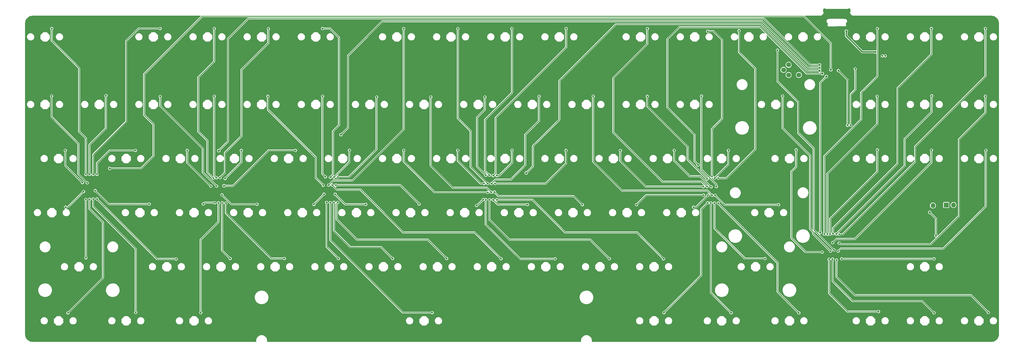
<source format=gbr>
%TF.GenerationSoftware,KiCad,Pcbnew,7.0.6*%
%TF.CreationDate,2024-01-08T21:04:37+01:00*%
%TF.ProjectId,KBD8X-MKII-HE,4b424438-582d-44d4-9b49-492d48452e6b,rev?*%
%TF.SameCoordinates,Original*%
%TF.FileFunction,Copper,L1,Top*%
%TF.FilePolarity,Positive*%
%FSLAX46Y46*%
G04 Gerber Fmt 4.6, Leading zero omitted, Abs format (unit mm)*
G04 Created by KiCad (PCBNEW 7.0.6) date 2024-01-08 21:04:37*
%MOMM*%
%LPD*%
G01*
G04 APERTURE LIST*
G04 Aperture macros list*
%AMHorizOval*
0 Thick line with rounded ends*
0 $1 width*
0 $2 $3 position (X,Y) of the first rounded end (center of the circle)*
0 $4 $5 position (X,Y) of the second rounded end (center of the circle)*
0 Add line between two ends*
20,1,$1,$2,$3,$4,$5,0*
0 Add two circle primitives to create the rounded ends*
1,1,$1,$2,$3*
1,1,$1,$4,$5*%
%AMRotRect*
0 Rectangle, with rotation*
0 The origin of the aperture is its center*
0 $1 length*
0 $2 width*
0 $3 Rotation angle, in degrees counterclockwise*
0 Add horizontal line*
21,1,$1,$2,0,0,$3*%
G04 Aperture macros list end*
%TA.AperFunction,ComponentPad*%
%ADD10R,1.700000X1.700000*%
%TD*%
%TA.AperFunction,ComponentPad*%
%ADD11O,1.700000X1.700000*%
%TD*%
%TA.AperFunction,ComponentPad*%
%ADD12O,1.000000X1.600000*%
%TD*%
%TA.AperFunction,ComponentPad*%
%ADD13O,1.000000X2.100000*%
%TD*%
%TA.AperFunction,ComponentPad*%
%ADD14RotRect,1.700000X1.700000X45.000000*%
%TD*%
%TA.AperFunction,ComponentPad*%
%ADD15HorizOval,1.700000X0.000000X0.000000X0.000000X0.000000X0*%
%TD*%
%TA.AperFunction,ViaPad*%
%ADD16C,0.700000*%
%TD*%
%TA.AperFunction,ViaPad*%
%ADD17C,0.800000*%
%TD*%
%TA.AperFunction,Conductor*%
%ADD18C,0.250000*%
%TD*%
%TA.AperFunction,Conductor*%
%ADD19C,0.500000*%
%TD*%
G04 APERTURE END LIST*
D10*
%TO.P,J3,1,Pin_1*%
%TO.N,+3V3*%
X369195000Y-136240000D03*
D11*
%TO.P,J3,2,Pin_2*%
%TO.N,/BOOT0*%
X371735000Y-136240000D03*
%TD*%
D12*
%TO.P,J1,S1,SHIELD*%
%TO.N,GND*%
X326366742Y-67797386D03*
D13*
X326366742Y-71977386D03*
D12*
X335006742Y-67797386D03*
D13*
X335006742Y-71977386D03*
%TD*%
D10*
%TO.P,J2,1,Pin_1*%
%TO.N,GND*%
X361975000Y-136400000D03*
D11*
%TO.P,J2,2,Pin_2*%
%TO.N,/~{RESET}*%
X364515000Y-136400000D03*
%TD*%
D14*
%TO.P,SWD1,1,Pin_1*%
%TO.N,GND*%
X315523949Y-92236051D03*
D15*
%TO.P,SWD1,2,Pin_2*%
%TO.N,/SWCLK*%
X317320000Y-90440000D03*
%TO.P,SWD1,3,Pin_3*%
%TO.N,+3V3*%
X313727898Y-90440000D03*
%TO.P,SWD1,4,Pin_4*%
%TO.N,GND*%
X315523949Y-88643949D03*
%TO.P,SWD1,5,Pin_5*%
%TO.N,/SWO*%
X311931847Y-88643949D03*
%TO.P,SWD1,6,Pin_6*%
%TO.N,/SWDIO*%
X313727898Y-86847897D03*
%TD*%
D16*
%TO.N,GND*%
X346700000Y-88600000D03*
X324130000Y-80250000D03*
X110255000Y-136099500D03*
X328925000Y-93500000D03*
D17*
X284734000Y-137668000D03*
X332300000Y-76700000D03*
D16*
X350800000Y-90100000D03*
X137805000Y-122162500D03*
X180667500Y-141212500D03*
X145867500Y-138812500D03*
X72279500Y-128407000D03*
D17*
X376610000Y-138650000D03*
D16*
X291170000Y-129760000D03*
X230755000Y-77900000D03*
X361642500Y-122162500D03*
X199717500Y-141212500D03*
X359342500Y-177912500D03*
X140267500Y-139812500D03*
X156286437Y-135523609D03*
X183967500Y-138812500D03*
X60142500Y-176912500D03*
X68830000Y-101712500D03*
X90180000Y-79300000D03*
X119009000Y-129960500D03*
X160155000Y-119762500D03*
X264092500Y-158862500D03*
X380692500Y-79300000D03*
X204595000Y-134845000D03*
X330147500Y-97127500D03*
X125980000Y-101712500D03*
X297430000Y-77900000D03*
X107767500Y-138812500D03*
X223530000Y-103112500D03*
X247342500Y-160262500D03*
X49780000Y-101712500D03*
X241117500Y-138812500D03*
X214120000Y-128025500D03*
X218767500Y-141212500D03*
X283980000Y-76900000D03*
X323080000Y-84440000D03*
X328447500Y-97377500D03*
X179205000Y-119762500D03*
X148610000Y-135800000D03*
X156855000Y-122162500D03*
X92642500Y-158862500D03*
X252105000Y-122162500D03*
X256867500Y-141212500D03*
X264930000Y-100712500D03*
X217305000Y-119762500D03*
X55380000Y-100712500D03*
X147330000Y-103112500D03*
X290205000Y-179312500D03*
X380692500Y-122162500D03*
X142567500Y-141212500D03*
X287905000Y-177912500D03*
X364942500Y-119762500D03*
X236355000Y-119762500D03*
X56842500Y-179312500D03*
X212542500Y-157862500D03*
X83955000Y-119762500D03*
X336060000Y-92110000D03*
X83955000Y-176912500D03*
X236355000Y-76900000D03*
X264092500Y-177912500D03*
X378392500Y-177912500D03*
X183130000Y-101712500D03*
X266392500Y-160262500D03*
X364942500Y-157862500D03*
X345892500Y-119762500D03*
X104467500Y-141212500D03*
X347700000Y-88600000D03*
X266392500Y-179312500D03*
X278380000Y-101712500D03*
X359342500Y-120762500D03*
X333730000Y-146870000D03*
X383992500Y-100712500D03*
X279217500Y-138812500D03*
X311717500Y-120762500D03*
X155392500Y-157862500D03*
X173605000Y-77900000D03*
X49780000Y-77900000D03*
X175905000Y-122162500D03*
X85417500Y-141212500D03*
X207780000Y-100712500D03*
X152092500Y-160262500D03*
X57761250Y-138812500D03*
X309255000Y-103112500D03*
X202180000Y-101712500D03*
X306873750Y-141212500D03*
X78355000Y-177912500D03*
X93480000Y-76900000D03*
X290205000Y-122162500D03*
X324457146Y-154827268D03*
X342592500Y-79300000D03*
X54542500Y-120762500D03*
X361642500Y-160262500D03*
X93480000Y-100712500D03*
D17*
X369350000Y-142160000D03*
D16*
X214005000Y-122162500D03*
X342592500Y-122162500D03*
X334110000Y-79390000D03*
D17*
X329800000Y-76600000D03*
D16*
X383992500Y-119762500D03*
X327322500Y-103177500D03*
X193492500Y-157862500D03*
X314017500Y-179312500D03*
X171142500Y-160262500D03*
X289020000Y-132660000D03*
X74430000Y-100712500D03*
X178367500Y-139812500D03*
X61715000Y-132785000D03*
X361642500Y-103112500D03*
X293505000Y-119762500D03*
X159317500Y-139812500D03*
X361642500Y-79300000D03*
X345892500Y-76900000D03*
X150630000Y-100712500D03*
X185430000Y-103112500D03*
X87880000Y-101712500D03*
X112530000Y-76900000D03*
X206942500Y-158862500D03*
X87880000Y-77900000D03*
X157790000Y-128274500D03*
X125980000Y-77900000D03*
X235517500Y-139812500D03*
X122055000Y-119762500D03*
X333580000Y-93970000D03*
X52161250Y-139812500D03*
X221230000Y-101712500D03*
D17*
X377310000Y-147100000D03*
D16*
X306955000Y-101712500D03*
X188730000Y-100712500D03*
X311717500Y-177912500D03*
X245880000Y-100712500D03*
X312555000Y-100712500D03*
X135505000Y-120762500D03*
X216467500Y-139812500D03*
X198255000Y-119762500D03*
X80655000Y-179312500D03*
X211705000Y-120762500D03*
X310173750Y-138812500D03*
X194955000Y-122162500D03*
X183130000Y-177912500D03*
X302111250Y-160262500D03*
X340292500Y-77900000D03*
X275917500Y-141212500D03*
X225992500Y-158862500D03*
X115570000Y-132588000D03*
X264930000Y-76900000D03*
X130742500Y-158862500D03*
X242580000Y-103112500D03*
X103005000Y-119762500D03*
X56842500Y-122162500D03*
X378392500Y-120762500D03*
X102167500Y-177912500D03*
X60142500Y-119762500D03*
X380692500Y-179312500D03*
X228292500Y-160262500D03*
X342592500Y-179312500D03*
X380692500Y-103112500D03*
X261630000Y-103112500D03*
X54542500Y-177912500D03*
X67286250Y-157862500D03*
X364942500Y-76900000D03*
X149792500Y-158862500D03*
X168842500Y-158862500D03*
X345892500Y-100712500D03*
X118755000Y-122162500D03*
D17*
X373110000Y-144900000D03*
D16*
X52080000Y-79300000D03*
X261630000Y-79300000D03*
X145030000Y-101712500D03*
X145030000Y-77900000D03*
X278380000Y-77900000D03*
X340292500Y-120762500D03*
X350800000Y-89100000D03*
X175905000Y-79300000D03*
X174442500Y-157862500D03*
X280680000Y-103112500D03*
X359342500Y-158862500D03*
X304573750Y-139812500D03*
X111692500Y-158862500D03*
X322080000Y-76900000D03*
X109230000Y-103112500D03*
X274455000Y-119762500D03*
X316480000Y-77900000D03*
X128280000Y-79300000D03*
X273617500Y-139812500D03*
X169680000Y-100712500D03*
X112530000Y-100712500D03*
X233055000Y-79300000D03*
X345892500Y-176912500D03*
X131580000Y-100712500D03*
X80655000Y-122162500D03*
X383992500Y-176912500D03*
X259330000Y-101712500D03*
X63986250Y-160262500D03*
X280680000Y-79300000D03*
X136342500Y-157862500D03*
X299811250Y-158862500D03*
X133042500Y-160262500D03*
X359342500Y-101712500D03*
X179205000Y-76900000D03*
X154555000Y-120762500D03*
X123517500Y-141212500D03*
X378392500Y-101712500D03*
X150630000Y-76900000D03*
X230755000Y-120762500D03*
X88717500Y-138812500D03*
X240280000Y-101712500D03*
X131580000Y-76900000D03*
X203017500Y-138812500D03*
X113992500Y-160262500D03*
X187892500Y-158862500D03*
X260167500Y-138812500D03*
X71130000Y-103112500D03*
X141105000Y-119762500D03*
X55380000Y-76900000D03*
X109230000Y-79300000D03*
X299730000Y-79300000D03*
X121217500Y-139812500D03*
X364942500Y-176912500D03*
X255405000Y-119762500D03*
X78355000Y-120762500D03*
X340292500Y-101712500D03*
X190192500Y-160262500D03*
X245042500Y-158862500D03*
X83117500Y-139812500D03*
X128280000Y-103112500D03*
X90180000Y-103112500D03*
X71200000Y-131201000D03*
X317317500Y-176912500D03*
X164080000Y-101712500D03*
X361642500Y-179312500D03*
X318780000Y-79300000D03*
X383992500Y-76900000D03*
X61686250Y-158862500D03*
X283980000Y-100712500D03*
X214005000Y-79300000D03*
X364942500Y-100712500D03*
X359342500Y-77900000D03*
X268855000Y-120762500D03*
X340292500Y-177912500D03*
X250642500Y-157862500D03*
X54461250Y-141212500D03*
X204480000Y-103112500D03*
X222067500Y-138812500D03*
X117292500Y-157862500D03*
X97405000Y-120762500D03*
X237817500Y-141212500D03*
X233055000Y-122162500D03*
X106930000Y-101712500D03*
X102167500Y-139812500D03*
X188730000Y-176912500D03*
X173605000Y-120762500D03*
X209242500Y-160262500D03*
X303030000Y-76900000D03*
X332034441Y-152581174D03*
X217305000Y-76900000D03*
X271155000Y-122162500D03*
X52080000Y-103112500D03*
X211705000Y-77900000D03*
X342592500Y-103112500D03*
X317317500Y-119762500D03*
X116455000Y-120762500D03*
X104467500Y-179312500D03*
X269692500Y-176912500D03*
X319890000Y-84150000D03*
X192655000Y-120762500D03*
X269692500Y-157862500D03*
X378392500Y-77900000D03*
X164917500Y-138812500D03*
X197417500Y-139812500D03*
X166380000Y-103112500D03*
X249805000Y-120762500D03*
X287905000Y-120762500D03*
X293505000Y-176912500D03*
X211300000Y-131595000D03*
X126817500Y-138812500D03*
X226830000Y-100712500D03*
X254567500Y-139812500D03*
X98242500Y-157862500D03*
X259330000Y-77900000D03*
X185430000Y-179312500D03*
X194955000Y-79300000D03*
X107767500Y-176912500D03*
X198255000Y-76900000D03*
X99705000Y-122162500D03*
X231592500Y-157862500D03*
X192655000Y-77900000D03*
X305411250Y-157862500D03*
X94942500Y-160262500D03*
X106930000Y-77900000D03*
X161617500Y-141212500D03*
X147330000Y-79300000D03*
X314017500Y-122162500D03*
%TO.N,/multiplexers/keys/KEYS_0_13*%
X344939203Y-74113295D03*
X326273000Y-146482086D03*
%TO.N,/multiplexers/keys/KEYS_0_14*%
X329335000Y-146285000D03*
X363952331Y-74064658D03*
%TO.N,/multiplexers/keys/KEYS_0_15*%
X331508000Y-146542500D03*
X382979117Y-74046222D03*
%TO.N,/multiplexers/keys/KEYS_1_15*%
X364062000Y-97790000D03*
X330480000Y-146422500D03*
%TO.N,/multiplexers/keys/KEYS_2_15*%
X331485000Y-149615000D03*
X382980000Y-97900000D03*
%TO.N,/multiplexers/keys/KEYS_3_14*%
X329178000Y-149512500D03*
X363970000Y-116880000D03*
%TO.N,/multiplexers/keys/KEYS_3_15*%
X331135000Y-152495000D03*
X383112000Y-116977000D03*
%TO.N,/multiplexers/keys/KEYS_1_14*%
X327390000Y-146520000D03*
X344885000Y-97925000D03*
%TO.N,/multiplexers/keys/KEYS_0_0*%
X66430000Y-125450000D03*
X54410000Y-74090000D03*
%TO.N,/multiplexers/keys/KEYS_0_1*%
X92536000Y-74051000D03*
X69030000Y-125450000D03*
%TO.N,/multiplexers/keys/KEYS_0_2*%
X111586000Y-74051000D03*
X111269449Y-126770551D03*
%TO.N,/multiplexers/keys/KEYS_0_3*%
X130636000Y-74135000D03*
X113618000Y-126573000D03*
%TO.N,/multiplexers/keys/KEYS_0_4*%
X149686000Y-74085000D03*
X152450000Y-126450000D03*
%TO.N,/multiplexers/keys/KEYS_0_5*%
X151800000Y-129225000D03*
X178268460Y-74111716D03*
%TO.N,/multiplexers/keys/KEYS_0_6*%
X207800000Y-128700000D03*
X197323750Y-74123481D03*
%TO.N,/multiplexers/keys/KEYS_0_7*%
X208451575Y-125726608D03*
X216358590Y-74044012D03*
%TO.N,/multiplexers/keys/KEYS_0_8*%
X209750000Y-125865000D03*
X235419407Y-74057671D03*
%TO.N,/multiplexers/keys/KEYS_0_9*%
X263986000Y-74095000D03*
X285021898Y-129741643D03*
%TO.N,/multiplexers/keys/KEYS_0_10*%
X286766000Y-126190000D03*
X285225000Y-75000000D03*
%TO.N,/multiplexers/keys/KEYS_0_11*%
X288951800Y-126746000D03*
X296275000Y-74850000D03*
%TO.N,/multiplexers/keys/KEYS_1_1*%
X67730000Y-125450000D03*
X73486000Y-97673000D03*
%TO.N,/multiplexers/keys/KEYS_1_2*%
X92590000Y-98000000D03*
X112430000Y-129575000D03*
%TO.N,/multiplexers/keys/KEYS_1_3*%
X112366120Y-126616919D03*
X111586000Y-97927000D03*
%TO.N,/multiplexers/keys/KEYS_1_7*%
X187786000Y-98181000D03*
X209100000Y-131750000D03*
%TO.N,/multiplexers/keys/KEYS_1_8*%
X206836000Y-98181000D03*
X207150000Y-125765000D03*
%TO.N,/multiplexers/keys/KEYS_1_9*%
X209100000Y-128700000D03*
X225886000Y-97927000D03*
%TO.N,/multiplexers/keys/KEYS_1_10*%
X286778112Y-132844727D03*
X244936000Y-97927000D03*
%TO.N,/multiplexers/keys/KEYS_1_11*%
X264010000Y-97950000D03*
X285050000Y-127050000D03*
%TO.N,/multiplexers/keys/KEYS_2_0*%
X65200000Y-128324500D03*
X59190000Y-116970000D03*
%TO.N,/multiplexers/keys/KEYS_2_1*%
X70330000Y-125450000D03*
X83880000Y-116977000D03*
%TO.N,/multiplexers/keys/KEYS_2_2*%
X110437250Y-129617250D03*
X102080000Y-117000000D03*
%TO.N,/multiplexers/keys/KEYS_2_3*%
X115396000Y-126883000D03*
X121132750Y-117000844D03*
%TO.N,/multiplexers/keys/KEYS_2_5*%
X153750000Y-126450000D03*
X159193353Y-116941706D03*
%TO.N,/multiplexers/keys/KEYS_2_7*%
X206505000Y-128665000D03*
X197293668Y-116965551D03*
%TO.N,/multiplexers/keys/KEYS_2_8*%
X211050000Y-125865000D03*
X216380856Y-116888727D03*
%TO.N,/multiplexers/keys/KEYS_2_9*%
X210400000Y-128700000D03*
X235399077Y-117013872D03*
%TO.N,/multiplexers/keys/KEYS_2_10*%
X283695000Y-129755000D03*
X254500000Y-117020000D03*
%TO.N,/multiplexers/keys/KEYS_2_11*%
X286440000Y-129815500D03*
X273495485Y-116963537D03*
%TO.N,/multiplexers/keys/KEYS_2_12*%
X287650000Y-126746000D03*
X292546748Y-116968946D03*
%TO.N,/multiplexers/keys/KEYS_2_13*%
X325570000Y-152797500D03*
X316368071Y-116845578D03*
%TO.N,/multiplexers/keys/KEYS_2_14*%
X328303844Y-146479956D03*
X344932000Y-116840000D03*
%TO.N,/multiplexers/keys/KEYS_3_0*%
X65612000Y-131455000D03*
X59262000Y-136975000D03*
%TO.N,/multiplexers/keys/KEYS_3_1*%
X69680000Y-131150000D03*
X88706800Y-135902600D03*
%TO.N,/multiplexers/keys/KEYS_3_2*%
X111780000Y-135425000D03*
X107756800Y-135890000D03*
%TO.N,/multiplexers/keys/KEYS_3_3*%
X114300000Y-132663000D03*
X126660000Y-135955000D03*
%TO.N,/multiplexers/keys/KEYS_3_4*%
X146638000Y-136027000D03*
X150214811Y-132419435D03*
%TO.N,/multiplexers/keys/KEYS_3_5*%
X164900000Y-136000000D03*
X154156680Y-132439963D03*
%TO.N,/multiplexers/keys/KEYS_1_6*%
X155050000Y-126400000D03*
X168736000Y-98169000D03*
%TO.N,/multiplexers/keys/KEYS_1_4*%
X130490000Y-97960000D03*
X149963584Y-129261869D03*
%TO.N,/multiplexers/keys/KEYS_3_7*%
X203880000Y-136371800D03*
X206252428Y-134291097D03*
%TO.N,/multiplexers/keys/KEYS_4_12*%
X364942500Y-155195500D03*
X332374500Y-155195500D03*
%TO.N,/multiplexers/keys/KEYS_1_13*%
X328490771Y-152489729D03*
X311617197Y-97825265D03*
%TO.N,/multiplexers/keys/KEYS_3_9*%
X210195000Y-131645000D03*
X241122900Y-136117900D03*
%TO.N,/multiplexers/keys/KEYS_1_12*%
X283036000Y-97865000D03*
X288300000Y-129740000D03*
%TO.N,/multiplexers/keys/KEYS_3_11*%
X285341116Y-132789613D03*
X280270000Y-136975000D03*
D17*
%TO.N,/multiplexers/keys/KEYS_2_4*%
X115031800Y-129451000D03*
D16*
X140179909Y-116998080D03*
%TO.N,/multiplexers/keys/KEYS_4_0*%
X66430000Y-154822000D03*
X66430000Y-134250000D03*
%TO.N,/multiplexers/keys/KEYS_4_1*%
X70330000Y-134100000D03*
X98243400Y-155231543D03*
%TO.N,/multiplexers/keys/KEYS_4_2*%
X114380000Y-135475000D03*
X117190500Y-155060500D03*
%TO.N,/multiplexers/keys/KEYS_4_9*%
X208451800Y-134380000D03*
X250600000Y-155120000D03*
%TO.N,/multiplexers/keys/KEYS_4_3*%
X115680000Y-135575000D03*
X136240500Y-155060500D03*
%TO.N,/multiplexers/keys/KEYS_3_12*%
X287843075Y-132819703D03*
X310200000Y-136150000D03*
%TO.N,/multiplexers/keys/KEYS_5_3*%
X152455000Y-135405000D03*
X188294000Y-174127000D03*
%TO.N,/multiplexers/keys/KEYS_4_5*%
X174340500Y-155060500D03*
X153755000Y-135305000D03*
%TO.N,/multiplexers/keys/KEYS_4_6*%
X155051722Y-135313320D03*
X193390500Y-155060500D03*
%TO.N,/multiplexers/keys/KEYS_5_8*%
X329190000Y-155260000D03*
X364945634Y-174238487D03*
%TO.N,/multiplexers/keys/KEYS_5_0*%
X67730000Y-134200000D03*
X60142500Y-174212500D03*
%TO.N,/multiplexers/keys/KEYS_4_7*%
X153101800Y-129210000D03*
X212521800Y-155140000D03*
%TO.N,/multiplexers/keys/KEYS_2_6*%
X207800000Y-131815000D03*
X178270000Y-116980000D03*
%TO.N,/multiplexers/keys/KEYS_4_11*%
X287650000Y-135550000D03*
X305409600Y-155092400D03*
%TO.N,/multiplexers/keys/KEYS_4_8*%
X207150000Y-134350000D03*
X231600000Y-155200000D03*
%TO.N,/multiplexers/keys/KEYS_4_10*%
X211031800Y-134370000D03*
X269685200Y-155155200D03*
%TO.N,/multiplexers/keys/KEYS_5_1*%
X83962106Y-174079322D03*
X69030000Y-134100000D03*
%TO.N,/multiplexers/keys/KEYS_1_5*%
X150710000Y-126290000D03*
X149682000Y-97927000D03*
%TO.N,/multiplexers/keys/KEYS_5_2*%
X113080000Y-135475000D03*
X106850000Y-174140000D03*
%TO.N,/multiplexers/keys/KEYS_4_4*%
X151155000Y-135315000D03*
X155290500Y-155060500D03*
%TO.N,/multiplexers/keys/KEYS_3_10*%
X283788326Y-132763000D03*
X260171800Y-136130000D03*
%TO.N,/multiplexers/keys/KEYS_1_0*%
X66905900Y-128425900D03*
X54360000Y-97840000D03*
%TO.N,/multiplexers/keys/KEYS_5_4*%
X285225000Y-135485000D03*
X269828000Y-174127000D03*
%TO.N,/multiplexers/keys/KEYS_5_5*%
X286350000Y-135500000D03*
X293522400Y-174193200D03*
%TO.N,/multiplexers/keys/KEYS_0_12*%
X329733000Y-152057000D03*
X309800000Y-81708000D03*
%TO.N,/multiplexers/keys/KEYS_3_6*%
X154400000Y-129235000D03*
X183710000Y-135855000D03*
%TO.N,/multiplexers/keys/KEYS_5_6*%
X288950000Y-135550000D03*
X317317500Y-174244000D03*
%TO.N,/multiplexers/keys/KEYS_3_8*%
X221801800Y-136090000D03*
X209751800Y-134380000D03*
%TO.N,/multiplexers/keys/KEYS_5_7*%
X345365000Y-173765000D03*
X327950000Y-155320000D03*
%TO.N,/multiplexers/keys/KEYS_5_9*%
X330591000Y-155613000D03*
X383992891Y-174061672D03*
%TO.N,/~{RESET}*%
X334460000Y-108160000D03*
D17*
X365560000Y-146980000D03*
X363350000Y-138770000D03*
D16*
X331240000Y-88890000D03*
D17*
%TO.N,ADC123_IN0*%
X328580000Y-88610000D03*
X74800000Y-123350000D03*
%TO.N,ADC123_IN1*%
X324612781Y-86881610D03*
X113200000Y-117075000D03*
%TO.N,ADC123_IN2*%
X156200000Y-111450000D03*
X324609534Y-87881107D03*
%TO.N,ADC123_IN3*%
X324612000Y-88900000D03*
X221375000Y-124950000D03*
%TO.N,ADC123_IN10*%
X325600000Y-89975000D03*
X281875000Y-122100000D03*
%TO.N,ADC123_IN11*%
X324850000Y-145884405D03*
X327000000Y-90950000D03*
D16*
%TO.N,/BOOT0*%
X335550000Y-108100000D03*
X337172784Y-88275000D03*
%TO.N,+5V*%
X347700000Y-83700000D03*
X346700000Y-83700000D03*
D17*
X344214703Y-82300000D03*
X334030000Y-75040000D03*
%TD*%
D18*
%TO.N,/multiplexers/keys/KEYS_0_13*%
X339210000Y-96620000D02*
X344939203Y-90890797D01*
X326273000Y-146482086D02*
X326273000Y-119077000D01*
X326273000Y-119077000D02*
X339210000Y-106140000D01*
X344939203Y-90890797D02*
X344939203Y-74113295D01*
X339210000Y-106140000D02*
X339210000Y-96620000D01*
%TO.N,/multiplexers/keys/KEYS_0_14*%
X329335000Y-144375000D02*
X352070000Y-121640000D01*
X352070000Y-121640000D02*
X352070000Y-95010000D01*
X352070000Y-95010000D02*
X363952331Y-83127669D01*
X329335000Y-146285000D02*
X329335000Y-144375000D01*
X363952331Y-83127669D02*
X363952331Y-74064658D01*
%TO.N,/multiplexers/keys/KEYS_0_15*%
X382975000Y-74050339D02*
X382979117Y-74046222D01*
X331508000Y-146542500D02*
X332747500Y-146542500D01*
X358245000Y-121045000D02*
X358245000Y-115585000D01*
X382975000Y-90855000D02*
X382975000Y-74050339D01*
X358245000Y-115585000D02*
X382975000Y-90855000D01*
X332747500Y-146542500D02*
X358245000Y-121045000D01*
%TO.N,/multiplexers/keys/KEYS_1_15*%
X354565000Y-112905000D02*
X364062000Y-103408000D01*
X364062000Y-103408000D02*
X364062000Y-97790000D01*
X354565000Y-122337500D02*
X354565000Y-112905000D01*
X330480000Y-146422500D02*
X354565000Y-122337500D01*
%TO.N,/multiplexers/keys/KEYS_2_15*%
X382980000Y-103710000D02*
X382980000Y-97900000D01*
X373650000Y-113040000D02*
X382980000Y-103710000D01*
X373650000Y-140100000D02*
X373650000Y-113040000D01*
X363750000Y-150000000D02*
X373650000Y-140100000D01*
X331870000Y-150000000D02*
X363750000Y-150000000D01*
X331485000Y-149615000D02*
X331870000Y-150000000D01*
%TO.N,/multiplexers/keys/KEYS_3_14*%
X334125405Y-148203000D02*
X334684595Y-148203000D01*
X330480500Y-148210000D02*
X334118405Y-148210000D01*
X334118405Y-148210000D02*
X334125405Y-148203000D01*
X336978000Y-148210000D02*
X363965000Y-121223000D01*
X329178000Y-149512500D02*
X330480500Y-148210000D01*
X363965000Y-121223000D02*
X363965000Y-116885000D01*
X334684595Y-148203000D02*
X334691595Y-148210000D01*
X334691595Y-148210000D02*
X336978000Y-148210000D01*
X363965000Y-116885000D02*
X363970000Y-116880000D01*
%TO.N,/multiplexers/keys/KEYS_3_15*%
X383105000Y-136627000D02*
X383105000Y-116984000D01*
X332081000Y-151549000D02*
X368183000Y-151549000D01*
X383105000Y-116984000D02*
X383112000Y-116977000D01*
X331135000Y-152495000D02*
X332081000Y-151549000D01*
X368183000Y-151549000D02*
X383105000Y-136627000D01*
%TO.N,/multiplexers/keys/KEYS_1_14*%
X327390000Y-125120000D02*
X344885000Y-107625000D01*
X327390000Y-146520000D02*
X327390000Y-125120000D01*
X344885000Y-107625000D02*
X344885000Y-97925000D01*
%TO.N,/multiplexers/keys/KEYS_0_0*%
X54410000Y-74090000D02*
X54410000Y-78310000D01*
X64041800Y-87941800D02*
X64041800Y-110311800D01*
X66430000Y-112700000D02*
X66430000Y-125450000D01*
X54410000Y-78310000D02*
X64041800Y-87941800D01*
X64041800Y-110311800D02*
X66430000Y-112700000D01*
%TO.N,/multiplexers/keys/KEYS_0_1*%
X80630000Y-78370000D02*
X80630000Y-106841800D01*
X84949000Y-74051000D02*
X80630000Y-78370000D01*
X69030000Y-118441800D02*
X69030000Y-125450000D01*
X80630000Y-106841800D02*
X69030000Y-118441800D01*
X92536000Y-74051000D02*
X84949000Y-74051000D01*
%TO.N,/multiplexers/keys/KEYS_0_2*%
X105960000Y-91295000D02*
X111586000Y-85669000D01*
X105960000Y-110290000D02*
X105960000Y-91295000D01*
X111269449Y-126770551D02*
X109220000Y-124721102D01*
X111586000Y-85669000D02*
X111586000Y-74051000D01*
X109220000Y-124721102D02*
X109220000Y-113550000D01*
X109220000Y-113550000D02*
X105960000Y-110290000D01*
%TO.N,/multiplexers/keys/KEYS_0_3*%
X121225000Y-111875000D02*
X121225000Y-88525000D01*
X113618000Y-126573000D02*
X115340000Y-124851000D01*
X115340000Y-117760000D02*
X121225000Y-111875000D01*
X115340000Y-124851000D02*
X115340000Y-117760000D01*
X121225000Y-88525000D02*
X130636000Y-79114000D01*
X130636000Y-79114000D02*
X130636000Y-74135000D01*
%TO.N,/multiplexers/keys/KEYS_0_4*%
X155510000Y-108110000D02*
X153400000Y-110220000D01*
X155510000Y-77200000D02*
X155510000Y-108110000D01*
X149686000Y-74085000D02*
X152395000Y-74085000D01*
X153400000Y-110220000D02*
X153400000Y-125500000D01*
X153400000Y-125500000D02*
X152450000Y-126450000D01*
X152395000Y-74085000D02*
X155510000Y-77200000D01*
%TO.N,/multiplexers/keys/KEYS_0_5*%
X160230500Y-127599500D02*
X178268460Y-109561540D01*
X153425500Y-127599500D02*
X160230500Y-127599500D01*
X151800000Y-129225000D02*
X153425500Y-127599500D01*
X178268460Y-109561540D02*
X178268460Y-74111716D01*
%TO.N,/multiplexers/keys/KEYS_0_6*%
X201800000Y-110130000D02*
X201800000Y-122700000D01*
X201800000Y-122700000D02*
X207800000Y-128700000D01*
X197323750Y-74123481D02*
X197323750Y-105653750D01*
X197323750Y-105653750D02*
X201800000Y-110130000D01*
%TO.N,/multiplexers/keys/KEYS_0_7*%
X208451575Y-125726608D02*
X206893000Y-124168033D01*
X206893000Y-124168033D02*
X206893000Y-106157000D01*
X206893000Y-106157000D02*
X216358590Y-96691410D01*
X216358590Y-96691410D02*
X216358590Y-74044012D01*
%TO.N,/multiplexers/keys/KEYS_0_8*%
X210620000Y-105530000D02*
X235419407Y-80730593D01*
X235419407Y-80730593D02*
X235419407Y-74057671D01*
X210620000Y-124995000D02*
X210620000Y-105530000D01*
X209750000Y-125865000D02*
X210620000Y-124995000D01*
%TO.N,/multiplexers/keys/KEYS_0_9*%
X269410000Y-128060000D02*
X252050000Y-110700000D01*
X283230873Y-128060000D02*
X269410000Y-128060000D01*
X252050000Y-91470000D02*
X263986000Y-79534000D01*
X252050000Y-110700000D02*
X252050000Y-91470000D01*
X284912516Y-129741643D02*
X283230873Y-128060000D01*
X285021898Y-129741643D02*
X284912516Y-129741643D01*
X263986000Y-79534000D02*
X263986000Y-74095000D01*
%TO.N,/multiplexers/keys/KEYS_0_10*%
X287300000Y-75000000D02*
X290275000Y-77975000D01*
X290275000Y-105830000D02*
X286766000Y-109339000D01*
X290275000Y-77975000D02*
X290275000Y-105830000D01*
X285225000Y-75000000D02*
X287300000Y-75000000D01*
X286766000Y-109339000D02*
X286766000Y-126190000D01*
%TO.N,/multiplexers/keys/KEYS_0_11*%
X296275000Y-82425000D02*
X302006000Y-88156000D01*
X302006000Y-88156000D02*
X302006000Y-116586000D01*
X296275000Y-74850000D02*
X296275000Y-82425000D01*
X291846000Y-126746000D02*
X288951800Y-126746000D01*
X302006000Y-116586000D02*
X291846000Y-126746000D01*
%TO.N,/multiplexers/keys/KEYS_1_1*%
X73486000Y-97673000D02*
X73486000Y-109214000D01*
X73486000Y-109214000D02*
X67730000Y-114970000D01*
X67730000Y-114970000D02*
X67730000Y-125450000D01*
%TO.N,/multiplexers/keys/KEYS_1_2*%
X107560000Y-124705000D02*
X112430000Y-129575000D01*
X92590000Y-101310000D02*
X107560000Y-116280000D01*
X107560000Y-116280000D02*
X107560000Y-124705000D01*
X92590000Y-98000000D02*
X92590000Y-101310000D01*
%TO.N,/multiplexers/keys/KEYS_1_3*%
X112366120Y-126616919D02*
X111586000Y-125836799D01*
X111586000Y-125836799D02*
X111586000Y-97927000D01*
%TO.N,/multiplexers/keys/KEYS_1_7*%
X187786000Y-98181000D02*
X187786000Y-122366000D01*
X187786000Y-122366000D02*
X195550000Y-130130000D01*
X207480000Y-130130000D02*
X209100000Y-131750000D01*
X195550000Y-130130000D02*
X207480000Y-130130000D01*
%TO.N,/multiplexers/keys/KEYS_1_8*%
X206836000Y-102589000D02*
X206836000Y-98181000D01*
X207150000Y-125765000D02*
X204125000Y-122740000D01*
X204125000Y-105300000D02*
X206836000Y-102589000D01*
X204125000Y-122740000D02*
X204125000Y-105300000D01*
%TO.N,/multiplexers/keys/KEYS_1_9*%
X210500000Y-127300000D02*
X209100000Y-128700000D01*
X221050000Y-122154800D02*
X215904800Y-127300000D01*
X215904800Y-127300000D02*
X210500000Y-127300000D01*
X225886000Y-97927000D02*
X225886000Y-106564000D01*
X221050000Y-111400000D02*
X221050000Y-122154800D01*
X225886000Y-106564000D02*
X221050000Y-111400000D01*
%TO.N,/multiplexers/keys/KEYS_1_10*%
X286778112Y-132844727D02*
X285108385Y-131175000D01*
X255156800Y-131175000D02*
X244936000Y-120954200D01*
X285108385Y-131175000D02*
X255156800Y-131175000D01*
X244936000Y-120954200D02*
X244936000Y-97927000D01*
%TO.N,/multiplexers/keys/KEYS_1_11*%
X278175000Y-115685000D02*
X278175000Y-120175000D01*
X264010000Y-97950000D02*
X264010000Y-101520000D01*
X264010000Y-101520000D02*
X278175000Y-115685000D01*
X278175000Y-120175000D02*
X285050000Y-127050000D01*
%TO.N,/multiplexers/keys/KEYS_2_0*%
X59190000Y-122314500D02*
X65200000Y-128324500D01*
X59190000Y-116970000D02*
X59190000Y-122314500D01*
%TO.N,/multiplexers/keys/KEYS_2_1*%
X83880000Y-116977000D02*
X74873000Y-116977000D01*
X70330000Y-121520000D02*
X70330000Y-125450000D01*
X74873000Y-116977000D02*
X70330000Y-121520000D01*
%TO.N,/multiplexers/keys/KEYS_2_2*%
X102080000Y-121260000D02*
X102080000Y-117000000D01*
X110437250Y-129617250D02*
X102080000Y-121260000D01*
%TO.N,/multiplexers/keys/KEYS_2_3*%
X121132750Y-121146250D02*
X121132750Y-117000844D01*
X115396000Y-126883000D02*
X121132750Y-121146250D01*
%TO.N,/multiplexers/keys/KEYS_2_5*%
X159193353Y-116941706D02*
X159193353Y-121006647D01*
X159193353Y-121006647D02*
X153750000Y-126450000D01*
%TO.N,/multiplexers/keys/KEYS_2_7*%
X206505000Y-128665000D02*
X205335000Y-128665000D01*
X205335000Y-128665000D02*
X197293668Y-120623668D01*
X197293668Y-120623668D02*
X197293668Y-116965551D01*
%TO.N,/multiplexers/keys/KEYS_2_8*%
X216380856Y-121314144D02*
X216380856Y-116888727D01*
X211050000Y-125865000D02*
X211830000Y-125865000D01*
X211830000Y-125865000D02*
X216380856Y-121314144D01*
%TO.N,/multiplexers/keys/KEYS_2_9*%
X235399077Y-117013872D02*
X235399077Y-121525923D01*
X228225000Y-128700000D02*
X210400000Y-128700000D01*
X235399077Y-121525923D02*
X228225000Y-128700000D01*
%TO.N,/multiplexers/keys/KEYS_2_10*%
X254500000Y-120710000D02*
X254500000Y-117020000D01*
X263545000Y-129755000D02*
X254500000Y-120710000D01*
X283695000Y-129755000D02*
X263545000Y-129755000D01*
%TO.N,/multiplexers/keys/KEYS_2_11*%
X273495485Y-120635485D02*
X273495485Y-116963537D01*
X278950000Y-126090000D02*
X273495485Y-120635485D01*
X282590000Y-126090000D02*
X278950000Y-126090000D01*
X286440000Y-129815500D02*
X286315500Y-129815500D01*
X286315500Y-129815500D02*
X282590000Y-126090000D01*
%TO.N,/multiplexers/keys/KEYS_2_12*%
X287650000Y-126746000D02*
X292546748Y-121849252D01*
X292546748Y-121849252D02*
X292546748Y-116968946D01*
%TO.N,/multiplexers/keys/KEYS_2_13*%
X325570000Y-152797500D02*
X319697500Y-152797500D01*
X316368071Y-122731929D02*
X316368071Y-116845578D01*
X314650000Y-124450000D02*
X316368071Y-122731929D01*
X319697500Y-152797500D02*
X314650000Y-147750000D01*
X314650000Y-147750000D02*
X314650000Y-124450000D01*
%TO.N,/multiplexers/keys/KEYS_2_14*%
X328303844Y-141076156D02*
X344932000Y-124448000D01*
X344932000Y-124448000D02*
X344932000Y-116840000D01*
X328303844Y-146479956D02*
X328303844Y-141076156D01*
%TO.N,/multiplexers/keys/KEYS_3_0*%
X65612000Y-131455000D02*
X60092000Y-136975000D01*
X60092000Y-136975000D02*
X59262000Y-136975000D01*
%TO.N,/multiplexers/keys/KEYS_3_1*%
X74432600Y-135902600D02*
X69680000Y-131150000D01*
X88706800Y-135902600D02*
X74432600Y-135902600D01*
%TO.N,/multiplexers/keys/KEYS_3_2*%
X108221800Y-135425000D02*
X111780000Y-135425000D01*
X107756800Y-135890000D02*
X108221800Y-135425000D01*
%TO.N,/multiplexers/keys/KEYS_3_3*%
X117592000Y-135955000D02*
X126660000Y-135955000D01*
X114300000Y-132663000D02*
X117592000Y-135955000D01*
%TO.N,/multiplexers/keys/KEYS_3_4*%
X150214811Y-132450189D02*
X150214811Y-132419435D01*
X146638000Y-136027000D02*
X150214811Y-132450189D01*
%TO.N,/multiplexers/keys/KEYS_3_5*%
X157716717Y-136000000D02*
X164900000Y-136000000D01*
X154156680Y-132439963D02*
X157716717Y-136000000D01*
%TO.N,/multiplexers/keys/KEYS_1_6*%
X168736000Y-116554000D02*
X168736000Y-98169000D01*
X155050000Y-126400000D02*
X158890000Y-126400000D01*
X158890000Y-126400000D02*
X168736000Y-116554000D01*
%TO.N,/multiplexers/keys/KEYS_1_4*%
X147330000Y-126628285D02*
X149963584Y-129261869D01*
X130490000Y-102610000D02*
X147330000Y-119450000D01*
X147330000Y-119450000D02*
X147330000Y-126628285D01*
X130490000Y-97960000D02*
X130490000Y-102610000D01*
%TO.N,/multiplexers/keys/KEYS_3_7*%
X206252428Y-134291097D02*
X204171725Y-136371800D01*
X204171725Y-136371800D02*
X203880000Y-136371800D01*
%TO.N,/multiplexers/keys/KEYS_4_12*%
X332374500Y-155195500D02*
X364942500Y-155195500D01*
%TO.N,/multiplexers/keys/KEYS_1_13*%
X311617197Y-109117197D02*
X311617197Y-97825265D01*
X328490771Y-152489729D02*
X322405000Y-146403958D01*
X322405000Y-146403958D02*
X322405000Y-145738604D01*
X321300000Y-118800000D02*
X311617197Y-109117197D01*
X322405000Y-145738604D02*
X321300000Y-144633604D01*
X321300000Y-144633604D02*
X321300000Y-118800000D01*
%TO.N,/multiplexers/keys/KEYS_3_9*%
X211695000Y-133145000D02*
X238150000Y-133145000D01*
X210195000Y-131645000D02*
X211695000Y-133145000D01*
X238150000Y-133145000D02*
X241122900Y-136117900D01*
%TO.N,/multiplexers/keys/KEYS_1_12*%
X288300000Y-129740000D02*
X288300000Y-129000000D01*
X288300000Y-129000000D02*
X283036000Y-123736000D01*
X283036000Y-123736000D02*
X283036000Y-97865000D01*
%TO.N,/multiplexers/keys/KEYS_3_11*%
X281155729Y-136975000D02*
X280270000Y-136975000D01*
X285341116Y-132789613D02*
X281155729Y-136975000D01*
%TO.N,/multiplexers/keys/KEYS_2_4*%
X130699920Y-116998080D02*
X140179909Y-116998080D01*
X118247000Y-129451000D02*
X130699920Y-116998080D01*
X115031800Y-129451000D02*
X118247000Y-129451000D01*
%TO.N,/multiplexers/keys/KEYS_4_0*%
X66430000Y-154822000D02*
X66430000Y-134250000D01*
%TO.N,/multiplexers/keys/KEYS_4_1*%
X91461543Y-155231543D02*
X98243400Y-155231543D01*
X70330000Y-134100000D02*
X91461543Y-155231543D01*
%TO.N,/multiplexers/keys/KEYS_4_2*%
X114380000Y-152250000D02*
X114380000Y-135475000D01*
X117190500Y-155060500D02*
X114380000Y-152250000D01*
%TO.N,/multiplexers/keys/KEYS_4_9*%
X208451800Y-141400000D02*
X215481800Y-148430000D01*
X243910000Y-148430000D02*
X250600000Y-155120000D01*
X215481800Y-148430000D02*
X243910000Y-148430000D01*
X208451800Y-134380000D02*
X208451800Y-141400000D01*
%TO.N,/multiplexers/keys/KEYS_4_3*%
X131692300Y-155060500D02*
X115680000Y-139048200D01*
X115680000Y-139048200D02*
X115680000Y-135575000D01*
X136240500Y-155060500D02*
X131692300Y-155060500D01*
%TO.N,/multiplexers/keys/KEYS_3_12*%
X291173372Y-136150000D02*
X310200000Y-136150000D01*
X287843075Y-132819703D02*
X291173372Y-136150000D01*
%TO.N,/multiplexers/keys/KEYS_5_3*%
X152455000Y-135405000D02*
X152455000Y-148555000D01*
X152455000Y-148555000D02*
X178027000Y-174127000D01*
X178027000Y-174127000D02*
X188294000Y-174127000D01*
%TO.N,/multiplexers/keys/KEYS_4_5*%
X153755000Y-135305000D02*
X153755000Y-145355000D01*
X153755000Y-145355000D02*
X159430000Y-151030000D01*
X159430000Y-151030000D02*
X170310000Y-151030000D01*
X170310000Y-151030000D02*
X174340500Y-155060500D01*
%TO.N,/multiplexers/keys/KEYS_4_6*%
X155051722Y-135313320D02*
X154685000Y-135680042D01*
X161880000Y-148430000D02*
X186760000Y-148430000D01*
X154685000Y-141235000D02*
X161880000Y-148430000D01*
X186760000Y-148430000D02*
X193390500Y-155060500D01*
X154685000Y-135680042D02*
X154685000Y-141235000D01*
%TO.N,/multiplexers/keys/KEYS_5_8*%
X360777147Y-170070000D02*
X364945634Y-174238487D01*
X336260000Y-170070000D02*
X360777147Y-170070000D01*
X329190000Y-155260000D02*
X329190000Y-163000000D01*
X329190000Y-163000000D02*
X336260000Y-170070000D01*
%TO.N,/multiplexers/keys/KEYS_5_0*%
X72460000Y-161895000D02*
X60142500Y-174212500D01*
X67730000Y-134200000D02*
X67730000Y-137628200D01*
X67730000Y-137628200D02*
X72460000Y-142358200D01*
X72460000Y-142358200D02*
X72460000Y-161895000D01*
%TO.N,/multiplexers/keys/KEYS_4_7*%
X178201800Y-145920000D02*
X203301800Y-145920000D01*
X154711800Y-130820000D02*
X163101800Y-130820000D01*
X153101800Y-129210000D02*
X154711800Y-130820000D01*
X163101800Y-130820000D02*
X178201800Y-145920000D01*
X203301800Y-145920000D02*
X212521800Y-155140000D01*
%TO.N,/multiplexers/keys/KEYS_2_6*%
X178270000Y-116980000D02*
X178270000Y-120880000D01*
X178270000Y-120880000D02*
X189205000Y-131815000D01*
X189205000Y-131815000D02*
X207800000Y-131815000D01*
%TO.N,/multiplexers/keys/KEYS_4_11*%
X287650000Y-135550000D02*
X287650000Y-144380000D01*
X287650000Y-144380000D02*
X298362400Y-155092400D01*
X298362400Y-155092400D02*
X305409600Y-155092400D01*
%TO.N,/multiplexers/keys/KEYS_4_8*%
X219300000Y-155200000D02*
X207150000Y-143050000D01*
X231600000Y-155200000D02*
X219300000Y-155200000D01*
X207150000Y-143050000D02*
X207150000Y-134350000D01*
%TO.N,/multiplexers/keys/KEYS_4_10*%
X260440000Y-145910000D02*
X269685200Y-155155200D01*
X235141800Y-145910000D02*
X260440000Y-145910000D01*
X223601800Y-134370000D02*
X235141800Y-145910000D01*
X211031800Y-134370000D02*
X223601800Y-134370000D01*
%TO.N,/multiplexers/keys/KEYS_5_1*%
X69030000Y-134100000D02*
X69030000Y-136680000D01*
X69030000Y-136680000D02*
X83962106Y-151612106D01*
X83962106Y-151612106D02*
X83962106Y-174079322D01*
%TO.N,/multiplexers/keys/KEYS_1_5*%
X150710000Y-126290000D02*
X149682000Y-125262000D01*
X149682000Y-125262000D02*
X149682000Y-97927000D01*
%TO.N,/multiplexers/keys/KEYS_5_2*%
X106850000Y-174140000D02*
X106850000Y-148320000D01*
X106850000Y-148320000D02*
X113080000Y-142090000D01*
X113080000Y-142090000D02*
X113080000Y-135475000D01*
%TO.N,/multiplexers/keys/KEYS_4_4*%
X151155000Y-150925000D02*
X155290500Y-155060500D01*
X151155000Y-135315000D02*
X151155000Y-150925000D01*
%TO.N,/multiplexers/keys/KEYS_3_10*%
X263561800Y-132740000D02*
X260171800Y-136130000D01*
X283765326Y-132740000D02*
X263561800Y-132740000D01*
X283788326Y-132763000D02*
X283765326Y-132740000D01*
%TO.N,/multiplexers/keys/KEYS_1_0*%
X54360000Y-105230000D02*
X63830000Y-114700000D01*
X63830000Y-114700000D02*
X63830000Y-125350000D01*
X63830000Y-125350000D02*
X66905900Y-128425900D01*
X54360000Y-97840000D02*
X54360000Y-105230000D01*
%TO.N,/multiplexers/keys/KEYS_5_4*%
X282930000Y-137780000D02*
X282930000Y-161025000D01*
X282930000Y-161025000D02*
X269828000Y-174127000D01*
X285225000Y-135485000D02*
X282930000Y-137780000D01*
%TO.N,/multiplexers/keys/KEYS_5_5*%
X293420800Y-174193200D02*
X293522400Y-174193200D01*
X286350000Y-167122400D02*
X293420800Y-174193200D01*
X286350000Y-135500000D02*
X286350000Y-167122400D01*
%TO.N,/multiplexers/keys/KEYS_0_12*%
X317100000Y-99930000D02*
X317100000Y-110850000D01*
X322550000Y-116300000D02*
X322550000Y-144874000D01*
X309800000Y-92630000D02*
X317100000Y-99930000D01*
X317100000Y-110850000D02*
X322550000Y-116300000D01*
X309800000Y-81708000D02*
X309800000Y-92630000D01*
X322550000Y-144874000D02*
X329733000Y-152057000D01*
%TO.N,/multiplexers/keys/KEYS_3_6*%
X177090000Y-129235000D02*
X183710000Y-135855000D01*
X154400000Y-129235000D02*
X177090000Y-129235000D01*
%TO.N,/multiplexers/keys/KEYS_5_6*%
X317317500Y-174244000D02*
X309880000Y-166806500D01*
X309880000Y-166806500D02*
X309880000Y-156599000D01*
X309880000Y-156599000D02*
X288950000Y-135669000D01*
X288950000Y-135669000D02*
X288950000Y-135550000D01*
%TO.N,/multiplexers/keys/KEYS_3_8*%
X211461800Y-136090000D02*
X221801800Y-136090000D01*
X209751800Y-134380000D02*
X211461800Y-136090000D01*
%TO.N,/multiplexers/keys/KEYS_5_7*%
X327950000Y-167240000D02*
X334475000Y-173765000D01*
X334475000Y-173765000D02*
X345365000Y-173765000D01*
X327950000Y-155320000D02*
X327950000Y-167240000D01*
%TO.N,/multiplexers/keys/KEYS_5_9*%
X377921219Y-167990000D02*
X383992891Y-174061672D01*
X330591000Y-161491000D02*
X337090000Y-167990000D01*
X330591000Y-155613000D02*
X330591000Y-161491000D01*
X337090000Y-167990000D02*
X377921219Y-167990000D01*
%TO.N,/~{RESET}*%
X331240000Y-88890000D02*
X334460000Y-92110000D01*
X365560000Y-140980000D02*
X365560000Y-146980000D01*
X334460000Y-92110000D02*
X334460000Y-108160000D01*
X363350000Y-138770000D02*
X365560000Y-140980000D01*
%TO.N,ADC123_IN0*%
X85850000Y-123350000D02*
X74800000Y-123350000D01*
X90225000Y-118975000D02*
X85850000Y-123350000D01*
X86900000Y-104500000D02*
X90225000Y-107825000D01*
X328580000Y-79230000D02*
X319037500Y-69687500D01*
X319037500Y-69687500D02*
X107362500Y-69687500D01*
X90225000Y-107825000D02*
X90225000Y-118975000D01*
X328580000Y-88610000D02*
X328580000Y-79230000D01*
X107362500Y-69687500D02*
X86900000Y-90150000D01*
X86900000Y-90150000D02*
X86900000Y-104500000D01*
%TO.N,ADC123_IN1*%
X305025000Y-70575000D02*
X123525000Y-70575000D01*
X123525000Y-70575000D02*
X116425000Y-77675000D01*
X321331610Y-86881610D02*
X305025000Y-70575000D01*
X324612781Y-86881610D02*
X321331610Y-86881610D01*
X116425000Y-77675000D02*
X116425000Y-113850000D01*
X116425000Y-113850000D02*
X113200000Y-117075000D01*
%TO.N,ADC123_IN2*%
X158675000Y-108975000D02*
X156200000Y-111450000D01*
X320831107Y-87881107D02*
X304525000Y-71575000D01*
X304525000Y-71575000D02*
X170675000Y-71575000D01*
X158675000Y-83575000D02*
X158675000Y-108975000D01*
X324609534Y-87881107D02*
X320831107Y-87881107D01*
X170675000Y-71575000D02*
X158675000Y-83575000D01*
%TO.N,ADC123_IN3*%
X233075000Y-92450000D02*
X233075000Y-106150000D01*
X304175000Y-72625000D02*
X252900000Y-72625000D01*
X324612000Y-88900000D02*
X320450000Y-88900000D01*
X233075000Y-106150000D02*
X223750000Y-115475000D01*
X252900000Y-72625000D02*
X233075000Y-92450000D01*
X223750000Y-122575000D02*
X221375000Y-124950000D01*
X223750000Y-115475000D02*
X223750000Y-122575000D01*
X320450000Y-88900000D02*
X304175000Y-72625000D01*
%TO.N,ADC123_IN10*%
X271100000Y-77700000D02*
X271100000Y-101925000D01*
X271100000Y-101925000D02*
X280650000Y-111475000D01*
X320175000Y-89975000D02*
X303825000Y-73625000D01*
X280650000Y-120875000D02*
X281875000Y-122100000D01*
X275175000Y-73625000D02*
X271100000Y-77700000D01*
X325600000Y-89975000D02*
X320175000Y-89975000D01*
X280650000Y-111475000D02*
X280650000Y-120875000D01*
X303825000Y-73625000D02*
X275175000Y-73625000D01*
%TO.N,ADC123_IN11*%
X324850000Y-145884405D02*
X324850000Y-93100000D01*
X324850000Y-93100000D02*
X327000000Y-90950000D01*
%TO.N,/BOOT0*%
X337172784Y-88275000D02*
X337172784Y-95652216D01*
X337172784Y-95652216D02*
X335550000Y-97275000D01*
X335550000Y-97275000D02*
X335550000Y-108100000D01*
D19*
%TO.N,+5V*%
X339650000Y-82300000D02*
X334030000Y-76680000D01*
X334030000Y-76680000D02*
X334030000Y-75040000D01*
X344214703Y-82300000D02*
X339650000Y-82300000D01*
%TD*%
%TA.AperFunction,Conductor*%
%TO.N,GND*%
G36*
X334979116Y-67181751D02*
G01*
X334985995Y-67181750D01*
X334985999Y-67181752D01*
X335044100Y-67181750D01*
X335059582Y-67182967D01*
X335127026Y-67193647D01*
X335156479Y-67203216D01*
X335210297Y-67230637D01*
X335235346Y-67248835D01*
X335278055Y-67291542D01*
X335296259Y-67316598D01*
X335323677Y-67370405D01*
X335333249Y-67399865D01*
X335333258Y-67399920D01*
X335343906Y-67467145D01*
X335345125Y-67482632D01*
X335345125Y-68227754D01*
X335345091Y-68227858D01*
X335345100Y-68370648D01*
X335376979Y-68571850D01*
X335439942Y-68765595D01*
X335439943Y-68765597D01*
X335532436Y-68947106D01*
X335652182Y-69111911D01*
X335652184Y-69111913D01*
X335652185Y-69111914D01*
X335796230Y-69255952D01*
X335796236Y-69255958D01*
X335960946Y-69375624D01*
X335961046Y-69375696D01*
X336142559Y-69468180D01*
X336273853Y-69510841D01*
X336336300Y-69531132D01*
X336336301Y-69531132D01*
X336336304Y-69531133D01*
X336537511Y-69563004D01*
X336639369Y-69563006D01*
X336705261Y-69563008D01*
X336705264Y-69563006D01*
X336708428Y-69563007D01*
X336708550Y-69563000D01*
X384992229Y-69563000D01*
X385056735Y-69563000D01*
X385059508Y-69563077D01*
X385192559Y-69570551D01*
X385354789Y-69579663D01*
X385360309Y-69580285D01*
X385473834Y-69599574D01*
X385650511Y-69629593D01*
X385655916Y-69630827D01*
X385817873Y-69677487D01*
X385938774Y-69712319D01*
X385944018Y-69714154D01*
X386215966Y-69826800D01*
X386220969Y-69829210D01*
X386478599Y-69971599D01*
X386483289Y-69974545D01*
X386583094Y-70045361D01*
X386723362Y-70144888D01*
X386727705Y-70148352D01*
X386869924Y-70275446D01*
X386947196Y-70344501D01*
X386951118Y-70348424D01*
X387063564Y-70474252D01*
X387147245Y-70567893D01*
X387147260Y-70567909D01*
X387150723Y-70572253D01*
X387321059Y-70812320D01*
X387324013Y-70817022D01*
X387466404Y-71074658D01*
X387468809Y-71079654D01*
X387581450Y-71351598D01*
X387583285Y-71356841D01*
X387664776Y-71639701D01*
X387666011Y-71645112D01*
X387694469Y-71812605D01*
X387715317Y-71935310D01*
X387715939Y-71940830D01*
X387732547Y-72236563D01*
X387732625Y-72239339D01*
X387732625Y-181705937D01*
X387732623Y-181705970D01*
X387732624Y-181773635D01*
X387732546Y-181776410D01*
X387715973Y-182071683D01*
X387715351Y-182077204D01*
X387666050Y-182367415D01*
X387664814Y-182372831D01*
X387616848Y-182539341D01*
X387583331Y-182655687D01*
X387581500Y-182660923D01*
X387468856Y-182932882D01*
X387466445Y-182937887D01*
X387324062Y-183195518D01*
X387321106Y-183200222D01*
X387150773Y-183440290D01*
X387147309Y-183444634D01*
X386951164Y-183664122D01*
X386947236Y-183668050D01*
X386727751Y-183864195D01*
X386723408Y-183867659D01*
X386483337Y-184037997D01*
X386478633Y-184040953D01*
X386221005Y-184183337D01*
X386215999Y-184185747D01*
X385944048Y-184298391D01*
X385938804Y-184300226D01*
X385655953Y-184381709D01*
X385650537Y-184382945D01*
X385360324Y-184432249D01*
X385354803Y-184432871D01*
X385059976Y-184449421D01*
X385057200Y-184449499D01*
X384998075Y-184449498D01*
X384992245Y-184449498D01*
X384992244Y-184449498D01*
X384985362Y-184449498D01*
X384985334Y-184449500D01*
X244574034Y-184449500D01*
X244515843Y-184430593D01*
X244479879Y-184381093D01*
X244477296Y-184329458D01*
X244489777Y-184272085D01*
X244509416Y-183997500D01*
X244489777Y-183722915D01*
X244431261Y-183453921D01*
X244335059Y-183195992D01*
X244203128Y-182954379D01*
X244038155Y-182734001D01*
X243843499Y-182539345D01*
X243623121Y-182374372D01*
X243620299Y-182372831D01*
X243381511Y-182242442D01*
X243381509Y-182242441D01*
X243123582Y-182146240D01*
X243123584Y-182146240D01*
X243063551Y-182133180D01*
X242854585Y-182087723D01*
X242854582Y-182087722D01*
X242854579Y-182087722D01*
X242648737Y-182073000D01*
X242648734Y-182073000D01*
X242511266Y-182073000D01*
X242511263Y-182073000D01*
X242305420Y-182087722D01*
X242036416Y-182146240D01*
X241778490Y-182242441D01*
X241778488Y-182242442D01*
X241536883Y-182374369D01*
X241316505Y-182539341D01*
X241121841Y-182734005D01*
X240956869Y-182954383D01*
X240824942Y-183195988D01*
X240824941Y-183195990D01*
X240728740Y-183453916D01*
X240728738Y-183453921D01*
X240728739Y-183453921D01*
X240682572Y-183666150D01*
X240670222Y-183722920D01*
X240650584Y-183997500D01*
X240670222Y-184272079D01*
X240670222Y-184272082D01*
X240670223Y-184272085D01*
X240682703Y-184329458D01*
X240676598Y-184390336D01*
X240635874Y-184436000D01*
X240585966Y-184449500D01*
X130274034Y-184449500D01*
X130215843Y-184430593D01*
X130179879Y-184381093D01*
X130177296Y-184329458D01*
X130189777Y-184272085D01*
X130209416Y-183997500D01*
X130189777Y-183722915D01*
X130131261Y-183453921D01*
X130035059Y-183195992D01*
X129903128Y-182954379D01*
X129738155Y-182734001D01*
X129543499Y-182539345D01*
X129323121Y-182374372D01*
X129320299Y-182372831D01*
X129081511Y-182242442D01*
X129081509Y-182242441D01*
X128823582Y-182146240D01*
X128823584Y-182146240D01*
X128763551Y-182133180D01*
X128554585Y-182087723D01*
X128554582Y-182087722D01*
X128554579Y-182087722D01*
X128348737Y-182073000D01*
X128348734Y-182073000D01*
X128211266Y-182073000D01*
X128211263Y-182073000D01*
X128005420Y-182087722D01*
X127736416Y-182146240D01*
X127478490Y-182242441D01*
X127478488Y-182242442D01*
X127236883Y-182374369D01*
X127016505Y-182539341D01*
X126821841Y-182734005D01*
X126656869Y-182954383D01*
X126524942Y-183195988D01*
X126524941Y-183195990D01*
X126428740Y-183453916D01*
X126428738Y-183453921D01*
X126428739Y-183453921D01*
X126382572Y-183666150D01*
X126370222Y-183722920D01*
X126350584Y-183997499D01*
X126370222Y-184272079D01*
X126370222Y-184272082D01*
X126370223Y-184272085D01*
X126382703Y-184329458D01*
X126376598Y-184390336D01*
X126335874Y-184436000D01*
X126285966Y-184449500D01*
X47715765Y-184449500D01*
X47712991Y-184449422D01*
X47693737Y-184448340D01*
X47417710Y-184432836D01*
X47412190Y-184432214D01*
X47121995Y-184382907D01*
X47116579Y-184381671D01*
X46833725Y-184300180D01*
X46828481Y-184298345D01*
X46556536Y-184185700D01*
X46551530Y-184183289D01*
X46293900Y-184040900D01*
X46289205Y-184037951D01*
X46158595Y-183945277D01*
X46049137Y-183867611D01*
X46044794Y-183864147D01*
X45885805Y-183722066D01*
X45825303Y-183667998D01*
X45821381Y-183664075D01*
X45633578Y-183453921D01*
X45625235Y-183444585D01*
X45621776Y-183440246D01*
X45451440Y-183200179D01*
X45448488Y-183195482D01*
X45306091Y-182937833D01*
X45303694Y-182932854D01*
X45191048Y-182660898D01*
X45189214Y-182655658D01*
X45155705Y-182539345D01*
X45107719Y-182372782D01*
X45106491Y-182367399D01*
X45057180Y-182077173D01*
X45056562Y-182071683D01*
X45045464Y-181874075D01*
X45039953Y-181775935D01*
X45039875Y-181773160D01*
X45039875Y-177069953D01*
X50483133Y-177069953D01*
X50513953Y-177297473D01*
X50584901Y-177515832D01*
X50693697Y-177718007D01*
X50693699Y-177718010D01*
X50836847Y-177897513D01*
X50836848Y-177897514D01*
X51009749Y-178048572D01*
X51009752Y-178048574D01*
X51206843Y-178166331D01*
X51287713Y-178196681D01*
X51421798Y-178247005D01*
X51647703Y-178288000D01*
X51647709Y-178288000D01*
X51819783Y-178288000D01*
X51819787Y-178288000D01*
X51991170Y-178272575D01*
X52212490Y-178211495D01*
X52419348Y-178111878D01*
X52605093Y-177976925D01*
X52763757Y-177810976D01*
X52871668Y-177647499D01*
X55191499Y-177647499D01*
X55191500Y-177647499D01*
X55191500Y-177647500D01*
X56207500Y-178663500D01*
X56207501Y-178663500D01*
X57477499Y-178663500D01*
X57477500Y-178663500D01*
X58493500Y-177647500D01*
X58493500Y-177069953D01*
X60643133Y-177069953D01*
X60673953Y-177297473D01*
X60744901Y-177515832D01*
X60853697Y-177718007D01*
X60853699Y-177718010D01*
X60996848Y-177897513D01*
X60996848Y-177897514D01*
X61169749Y-178048572D01*
X61169752Y-178048574D01*
X61366843Y-178166331D01*
X61447713Y-178196681D01*
X61581798Y-178247005D01*
X61807703Y-178288000D01*
X61807709Y-178288000D01*
X61979783Y-178288000D01*
X61979787Y-178288000D01*
X62151170Y-178272575D01*
X62372490Y-178211495D01*
X62579348Y-178111878D01*
X62765093Y-177976925D01*
X62923757Y-177810976D01*
X63050240Y-177619363D01*
X63050242Y-177619356D01*
X63050244Y-177619355D01*
X63140473Y-177408251D01*
X63140472Y-177408251D01*
X63140476Y-177408244D01*
X63191566Y-177184407D01*
X63196706Y-177069953D01*
X74295633Y-177069953D01*
X74326453Y-177297473D01*
X74397401Y-177515832D01*
X74506197Y-177718007D01*
X74506199Y-177718010D01*
X74649348Y-177897513D01*
X74649348Y-177897514D01*
X74822249Y-178048572D01*
X74822252Y-178048574D01*
X75019343Y-178166331D01*
X75100213Y-178196681D01*
X75234298Y-178247005D01*
X75460203Y-178288000D01*
X75460209Y-178288000D01*
X75632283Y-178288000D01*
X75632287Y-178288000D01*
X75803670Y-178272575D01*
X76024990Y-178211495D01*
X76231848Y-178111878D01*
X76417593Y-177976925D01*
X76576257Y-177810976D01*
X76684167Y-177647500D01*
X79004000Y-177647500D01*
X80020000Y-178663500D01*
X80020001Y-178663500D01*
X81289999Y-178663500D01*
X81290000Y-178663500D01*
X82306000Y-177647500D01*
X82306000Y-177069953D01*
X84455633Y-177069953D01*
X84486453Y-177297473D01*
X84557401Y-177515832D01*
X84666197Y-177718007D01*
X84666199Y-177718010D01*
X84809347Y-177897513D01*
X84809348Y-177897514D01*
X84982249Y-178048572D01*
X84982252Y-178048574D01*
X85179343Y-178166331D01*
X85260213Y-178196681D01*
X85394298Y-178247005D01*
X85620203Y-178288000D01*
X85620209Y-178288000D01*
X85792283Y-178288000D01*
X85792287Y-178288000D01*
X85963670Y-178272575D01*
X86184990Y-178211495D01*
X86391848Y-178111878D01*
X86577593Y-177976925D01*
X86736257Y-177810976D01*
X86862740Y-177619363D01*
X86862742Y-177619356D01*
X86862744Y-177619355D01*
X86952973Y-177408251D01*
X86952972Y-177408251D01*
X86952976Y-177408244D01*
X87004066Y-177184407D01*
X87009206Y-177069953D01*
X98108133Y-177069953D01*
X98138953Y-177297473D01*
X98209901Y-177515832D01*
X98318697Y-177718007D01*
X98318699Y-177718010D01*
X98461847Y-177897513D01*
X98461848Y-177897514D01*
X98634749Y-178048572D01*
X98634752Y-178048574D01*
X98831843Y-178166331D01*
X98912713Y-178196681D01*
X99046798Y-178247005D01*
X99272703Y-178288000D01*
X99272709Y-178288000D01*
X99444783Y-178288000D01*
X99444787Y-178288000D01*
X99616170Y-178272575D01*
X99837490Y-178211495D01*
X100044348Y-178111878D01*
X100230093Y-177976925D01*
X100388757Y-177810976D01*
X100496667Y-177647500D01*
X102816500Y-177647500D01*
X103832500Y-178663500D01*
X103832501Y-178663500D01*
X105102499Y-178663500D01*
X105102500Y-178663500D01*
X106118500Y-177647500D01*
X106118500Y-177069953D01*
X108268133Y-177069953D01*
X108298953Y-177297473D01*
X108369901Y-177515832D01*
X108478697Y-177718007D01*
X108478699Y-177718010D01*
X108621847Y-177897514D01*
X108621848Y-177897514D01*
X108794749Y-178048572D01*
X108794752Y-178048574D01*
X108991843Y-178166331D01*
X109072713Y-178196681D01*
X109206798Y-178247005D01*
X109432703Y-178288000D01*
X109432709Y-178288000D01*
X109604783Y-178288000D01*
X109604787Y-178288000D01*
X109776170Y-178272575D01*
X109997490Y-178211495D01*
X110204348Y-178111878D01*
X110390093Y-177976925D01*
X110548757Y-177810976D01*
X110675240Y-177619363D01*
X110675242Y-177619356D01*
X110675244Y-177619355D01*
X110765473Y-177408251D01*
X110765472Y-177408251D01*
X110765476Y-177408244D01*
X110816566Y-177184407D01*
X110821706Y-177069953D01*
X179070633Y-177069953D01*
X179101453Y-177297473D01*
X179172401Y-177515832D01*
X179281197Y-177718007D01*
X179281199Y-177718010D01*
X179424347Y-177897514D01*
X179424348Y-177897514D01*
X179597249Y-178048572D01*
X179597252Y-178048574D01*
X179794343Y-178166331D01*
X179875213Y-178196681D01*
X180009298Y-178247005D01*
X180235203Y-178288000D01*
X180235209Y-178288000D01*
X180407283Y-178288000D01*
X180407287Y-178288000D01*
X180578670Y-178272575D01*
X180799990Y-178211495D01*
X181006848Y-178111878D01*
X181192593Y-177976925D01*
X181351257Y-177810976D01*
X181459167Y-177647500D01*
X183779000Y-177647500D01*
X184795000Y-178663500D01*
X184795001Y-178663500D01*
X186064999Y-178663500D01*
X186065000Y-178663500D01*
X187081000Y-177647500D01*
X187081000Y-177069953D01*
X189230633Y-177069953D01*
X189261453Y-177297473D01*
X189332401Y-177515832D01*
X189441197Y-177718007D01*
X189441199Y-177718010D01*
X189584347Y-177897514D01*
X189584348Y-177897514D01*
X189757249Y-178048572D01*
X189757252Y-178048574D01*
X189954343Y-178166331D01*
X190035213Y-178196681D01*
X190169298Y-178247005D01*
X190395203Y-178288000D01*
X190395209Y-178288000D01*
X190567283Y-178288000D01*
X190567287Y-178288000D01*
X190738670Y-178272575D01*
X190959990Y-178211495D01*
X191166848Y-178111878D01*
X191352593Y-177976925D01*
X191511257Y-177810976D01*
X191637740Y-177619363D01*
X191637742Y-177619356D01*
X191637744Y-177619355D01*
X191727973Y-177408251D01*
X191727972Y-177408251D01*
X191727976Y-177408244D01*
X191779066Y-177184407D01*
X191784206Y-177069953D01*
X260033133Y-177069953D01*
X260063953Y-177297473D01*
X260134901Y-177515832D01*
X260243697Y-177718007D01*
X260243699Y-177718010D01*
X260386847Y-177897513D01*
X260386848Y-177897514D01*
X260559749Y-178048572D01*
X260559752Y-178048574D01*
X260756843Y-178166331D01*
X260837713Y-178196681D01*
X260971798Y-178247005D01*
X261197703Y-178288000D01*
X261197709Y-178288000D01*
X261369783Y-178288000D01*
X261369787Y-178288000D01*
X261541170Y-178272575D01*
X261762490Y-178211495D01*
X261969348Y-178111878D01*
X262155093Y-177976925D01*
X262313757Y-177810976D01*
X262421667Y-177647500D01*
X264741500Y-177647500D01*
X265757500Y-178663500D01*
X265757501Y-178663500D01*
X267027499Y-178663500D01*
X267027500Y-178663500D01*
X268043500Y-177647500D01*
X268043500Y-177069953D01*
X270193133Y-177069953D01*
X270223953Y-177297473D01*
X270294901Y-177515832D01*
X270403697Y-177718007D01*
X270403699Y-177718010D01*
X270546847Y-177897513D01*
X270546848Y-177897514D01*
X270719749Y-178048572D01*
X270719752Y-178048574D01*
X270916843Y-178166331D01*
X270997713Y-178196681D01*
X271131798Y-178247005D01*
X271357703Y-178288000D01*
X271357709Y-178288000D01*
X271529783Y-178288000D01*
X271529787Y-178288000D01*
X271701170Y-178272575D01*
X271922490Y-178211495D01*
X272129348Y-178111878D01*
X272315093Y-177976925D01*
X272473757Y-177810976D01*
X272600240Y-177619363D01*
X272600242Y-177619356D01*
X272600244Y-177619355D01*
X272690473Y-177408251D01*
X272690472Y-177408251D01*
X272690476Y-177408244D01*
X272741566Y-177184407D01*
X272746706Y-177069953D01*
X283845633Y-177069953D01*
X283876453Y-177297473D01*
X283947401Y-177515832D01*
X284056197Y-177718007D01*
X284056199Y-177718010D01*
X284199347Y-177897514D01*
X284199348Y-177897514D01*
X284372249Y-178048572D01*
X284372252Y-178048574D01*
X284569343Y-178166331D01*
X284650213Y-178196681D01*
X284784298Y-178247005D01*
X285010203Y-178288000D01*
X285010209Y-178288000D01*
X285182283Y-178288000D01*
X285182287Y-178288000D01*
X285353670Y-178272575D01*
X285574990Y-178211495D01*
X285781848Y-178111878D01*
X285967593Y-177976925D01*
X286126257Y-177810976D01*
X286234167Y-177647500D01*
X288554000Y-177647500D01*
X289570000Y-178663500D01*
X289570001Y-178663500D01*
X290839999Y-178663500D01*
X290840000Y-178663500D01*
X291856000Y-177647500D01*
X291856000Y-177069953D01*
X294005633Y-177069953D01*
X294036453Y-177297473D01*
X294107401Y-177515832D01*
X294216197Y-177718007D01*
X294216199Y-177718010D01*
X294359347Y-177897513D01*
X294359348Y-177897514D01*
X294532249Y-178048572D01*
X294532252Y-178048574D01*
X294729343Y-178166331D01*
X294810213Y-178196681D01*
X294944298Y-178247005D01*
X295170203Y-178288000D01*
X295170209Y-178288000D01*
X295342283Y-178288000D01*
X295342287Y-178288000D01*
X295513670Y-178272575D01*
X295734990Y-178211495D01*
X295941848Y-178111878D01*
X296127593Y-177976925D01*
X296286257Y-177810976D01*
X296412740Y-177619363D01*
X296412742Y-177619356D01*
X296412744Y-177619355D01*
X296502973Y-177408251D01*
X296502972Y-177408251D01*
X296502976Y-177408244D01*
X296554066Y-177184407D01*
X296559206Y-177069953D01*
X307658133Y-177069953D01*
X307688953Y-177297473D01*
X307759901Y-177515832D01*
X307868697Y-177718007D01*
X307868699Y-177718010D01*
X308011848Y-177897513D01*
X308011848Y-177897514D01*
X308184749Y-178048572D01*
X308184752Y-178048574D01*
X308381843Y-178166331D01*
X308462713Y-178196681D01*
X308596798Y-178247005D01*
X308822703Y-178288000D01*
X308822709Y-178288000D01*
X308994783Y-178288000D01*
X308994787Y-178288000D01*
X309166170Y-178272575D01*
X309387490Y-178211495D01*
X309594348Y-178111878D01*
X309780093Y-177976925D01*
X309938757Y-177810976D01*
X310046667Y-177647500D01*
X312366500Y-177647500D01*
X313382500Y-178663500D01*
X313382501Y-178663500D01*
X314652499Y-178663500D01*
X314652500Y-178663500D01*
X315668500Y-177647500D01*
X315668500Y-177069953D01*
X317818133Y-177069953D01*
X317848953Y-177297473D01*
X317919901Y-177515832D01*
X318028697Y-177718007D01*
X318028699Y-177718010D01*
X318171847Y-177897513D01*
X318171848Y-177897514D01*
X318344749Y-178048572D01*
X318344752Y-178048574D01*
X318541843Y-178166331D01*
X318622713Y-178196681D01*
X318756798Y-178247005D01*
X318982703Y-178288000D01*
X318982709Y-178288000D01*
X319154783Y-178288000D01*
X319154787Y-178288000D01*
X319326170Y-178272575D01*
X319547490Y-178211495D01*
X319754348Y-178111878D01*
X319940093Y-177976925D01*
X320098757Y-177810976D01*
X320225240Y-177619363D01*
X320225242Y-177619356D01*
X320225244Y-177619355D01*
X320315473Y-177408251D01*
X320315472Y-177408251D01*
X320315476Y-177408244D01*
X320366566Y-177184407D01*
X320371706Y-177069953D01*
X336233133Y-177069953D01*
X336263953Y-177297473D01*
X336334901Y-177515832D01*
X336443697Y-177718007D01*
X336443699Y-177718010D01*
X336586847Y-177897513D01*
X336586848Y-177897514D01*
X336759749Y-178048572D01*
X336759752Y-178048574D01*
X336956843Y-178166331D01*
X337037713Y-178196681D01*
X337171798Y-178247005D01*
X337397703Y-178288000D01*
X337397709Y-178288000D01*
X337569783Y-178288000D01*
X337569787Y-178288000D01*
X337741170Y-178272575D01*
X337962490Y-178211495D01*
X338169348Y-178111878D01*
X338355093Y-177976925D01*
X338513757Y-177810976D01*
X338621667Y-177647500D01*
X340941500Y-177647500D01*
X341957500Y-178663500D01*
X341957501Y-178663500D01*
X343227499Y-178663500D01*
X343227500Y-178663500D01*
X344243500Y-177647500D01*
X344243500Y-177069953D01*
X346393133Y-177069953D01*
X346423953Y-177297473D01*
X346494901Y-177515832D01*
X346603697Y-177718007D01*
X346603699Y-177718010D01*
X346746848Y-177897513D01*
X346746848Y-177897514D01*
X346919749Y-178048572D01*
X346919752Y-178048574D01*
X347116843Y-178166331D01*
X347197713Y-178196681D01*
X347331798Y-178247005D01*
X347557703Y-178288000D01*
X347557709Y-178288000D01*
X347729783Y-178288000D01*
X347729787Y-178288000D01*
X347901170Y-178272575D01*
X348122490Y-178211495D01*
X348329348Y-178111878D01*
X348515093Y-177976925D01*
X348673757Y-177810976D01*
X348800240Y-177619363D01*
X348800242Y-177619356D01*
X348800244Y-177619355D01*
X348890473Y-177408251D01*
X348890472Y-177408251D01*
X348890476Y-177408244D01*
X348941566Y-177184407D01*
X348946706Y-177069953D01*
X355283133Y-177069953D01*
X355313953Y-177297473D01*
X355384901Y-177515832D01*
X355493697Y-177718007D01*
X355493699Y-177718010D01*
X355636848Y-177897513D01*
X355636848Y-177897514D01*
X355809749Y-178048572D01*
X355809752Y-178048574D01*
X356006843Y-178166331D01*
X356087713Y-178196681D01*
X356221798Y-178247005D01*
X356447703Y-178288000D01*
X356447709Y-178288000D01*
X356619783Y-178288000D01*
X356619787Y-178288000D01*
X356791170Y-178272575D01*
X357012490Y-178211495D01*
X357219348Y-178111878D01*
X357405093Y-177976925D01*
X357563757Y-177810976D01*
X357671667Y-177647500D01*
X359991500Y-177647500D01*
X361007500Y-178663500D01*
X361007501Y-178663500D01*
X362277499Y-178663500D01*
X362277500Y-178663500D01*
X363293500Y-177647500D01*
X363293500Y-177069953D01*
X365443133Y-177069953D01*
X365473953Y-177297473D01*
X365544901Y-177515832D01*
X365653697Y-177718007D01*
X365653699Y-177718010D01*
X365796848Y-177897513D01*
X365796848Y-177897514D01*
X365969749Y-178048572D01*
X365969752Y-178048574D01*
X366166843Y-178166331D01*
X366247713Y-178196681D01*
X366381798Y-178247005D01*
X366607703Y-178288000D01*
X366607709Y-178288000D01*
X366779783Y-178288000D01*
X366779787Y-178288000D01*
X366951170Y-178272575D01*
X367172490Y-178211495D01*
X367379348Y-178111878D01*
X367565093Y-177976925D01*
X367723757Y-177810976D01*
X367850240Y-177619363D01*
X367850242Y-177619356D01*
X367850244Y-177619355D01*
X367940473Y-177408251D01*
X367940472Y-177408251D01*
X367940476Y-177408244D01*
X367991566Y-177184407D01*
X367996706Y-177069953D01*
X374333133Y-177069953D01*
X374363953Y-177297473D01*
X374434901Y-177515832D01*
X374543697Y-177718007D01*
X374543699Y-177718010D01*
X374686848Y-177897513D01*
X374686848Y-177897514D01*
X374859749Y-178048572D01*
X374859752Y-178048574D01*
X375056843Y-178166331D01*
X375137713Y-178196681D01*
X375271798Y-178247005D01*
X375497703Y-178288000D01*
X375497709Y-178288000D01*
X375669783Y-178288000D01*
X375669787Y-178288000D01*
X375841170Y-178272575D01*
X376062490Y-178211495D01*
X376269348Y-178111878D01*
X376455093Y-177976925D01*
X376613757Y-177810976D01*
X376721667Y-177647500D01*
X379041500Y-177647500D01*
X380057500Y-178663500D01*
X380057501Y-178663500D01*
X381327499Y-178663500D01*
X381327500Y-178663500D01*
X382343500Y-177647500D01*
X382343500Y-177069953D01*
X384493133Y-177069953D01*
X384523953Y-177297473D01*
X384594901Y-177515832D01*
X384703697Y-177718007D01*
X384703699Y-177718010D01*
X384846848Y-177897513D01*
X384846848Y-177897514D01*
X385019749Y-178048572D01*
X385019752Y-178048574D01*
X385216843Y-178166331D01*
X385297713Y-178196681D01*
X385431798Y-178247005D01*
X385657703Y-178288000D01*
X385657709Y-178288000D01*
X385829783Y-178288000D01*
X385829787Y-178288000D01*
X386001170Y-178272575D01*
X386222490Y-178211495D01*
X386429348Y-178111878D01*
X386615093Y-177976925D01*
X386773757Y-177810976D01*
X386900240Y-177619363D01*
X386900242Y-177619356D01*
X386900244Y-177619355D01*
X386990473Y-177408251D01*
X386990472Y-177408251D01*
X386990476Y-177408244D01*
X387041566Y-177184407D01*
X387051866Y-176955044D01*
X387021047Y-176727527D01*
X386950099Y-176509170D01*
X386950098Y-176509169D01*
X386950098Y-176509167D01*
X386841302Y-176306992D01*
X386841301Y-176306990D01*
X386698152Y-176127486D01*
X386525251Y-175976428D01*
X386525250Y-175976427D01*
X386525247Y-175976425D01*
X386328156Y-175858668D01*
X386113210Y-175777998D01*
X386113209Y-175777997D01*
X386113202Y-175777995D01*
X386113196Y-175777993D01*
X386113193Y-175777993D01*
X385887303Y-175737001D01*
X385887302Y-175737000D01*
X385887297Y-175737000D01*
X385715213Y-175737000D01*
X385715209Y-175737000D01*
X385715193Y-175737001D01*
X385543830Y-175752424D01*
X385322521Y-175813501D01*
X385322504Y-175813507D01*
X385115652Y-175913121D01*
X385115648Y-175913124D01*
X384929910Y-176048071D01*
X384929906Y-176048075D01*
X384771244Y-176214022D01*
X384644758Y-176405640D01*
X384644755Y-176405644D01*
X384554526Y-176616748D01*
X384503434Y-176840592D01*
X384503433Y-176840604D01*
X384493133Y-177069953D01*
X382343500Y-177069953D01*
X382343500Y-176377500D01*
X381327500Y-175361500D01*
X380057500Y-175361500D01*
X379041500Y-176377500D01*
X379041500Y-177647500D01*
X376721667Y-177647500D01*
X376740240Y-177619363D01*
X376740242Y-177619356D01*
X376740244Y-177619355D01*
X376830473Y-177408251D01*
X376830472Y-177408251D01*
X376830476Y-177408244D01*
X376881566Y-177184407D01*
X376891866Y-176955044D01*
X376861047Y-176727527D01*
X376790099Y-176509170D01*
X376790098Y-176509169D01*
X376790098Y-176509167D01*
X376681302Y-176306992D01*
X376681301Y-176306990D01*
X376538152Y-176127486D01*
X376365251Y-175976428D01*
X376365250Y-175976427D01*
X376365247Y-175976425D01*
X376168156Y-175858668D01*
X375953210Y-175777998D01*
X375953209Y-175777997D01*
X375953202Y-175777995D01*
X375953196Y-175777993D01*
X375953193Y-175777993D01*
X375727303Y-175737001D01*
X375727302Y-175737000D01*
X375727297Y-175737000D01*
X375555213Y-175737000D01*
X375555209Y-175737000D01*
X375555193Y-175737001D01*
X375383830Y-175752424D01*
X375162521Y-175813501D01*
X375162504Y-175813507D01*
X374955652Y-175913121D01*
X374955648Y-175913124D01*
X374769910Y-176048071D01*
X374769906Y-176048075D01*
X374611244Y-176214022D01*
X374484758Y-176405640D01*
X374484755Y-176405644D01*
X374394526Y-176616748D01*
X374343434Y-176840592D01*
X374343433Y-176840604D01*
X374333133Y-177069953D01*
X367996706Y-177069953D01*
X368001866Y-176955044D01*
X367971047Y-176727527D01*
X367900099Y-176509170D01*
X367900098Y-176509169D01*
X367900098Y-176509167D01*
X367791302Y-176306992D01*
X367791301Y-176306990D01*
X367648152Y-176127486D01*
X367475251Y-175976428D01*
X367475250Y-175976427D01*
X367475247Y-175976425D01*
X367278156Y-175858668D01*
X367063210Y-175777998D01*
X367063209Y-175777997D01*
X367063202Y-175777995D01*
X367063196Y-175777993D01*
X367063193Y-175777993D01*
X366837303Y-175737001D01*
X366837302Y-175737000D01*
X366837297Y-175737000D01*
X366665213Y-175737000D01*
X366665209Y-175737000D01*
X366665193Y-175737001D01*
X366493830Y-175752424D01*
X366272521Y-175813501D01*
X366272504Y-175813507D01*
X366065652Y-175913121D01*
X366065648Y-175913124D01*
X365879910Y-176048071D01*
X365879906Y-176048075D01*
X365721244Y-176214022D01*
X365594758Y-176405640D01*
X365594755Y-176405644D01*
X365504526Y-176616748D01*
X365453434Y-176840592D01*
X365453433Y-176840604D01*
X365443133Y-177069953D01*
X363293500Y-177069953D01*
X363293500Y-176377500D01*
X362277500Y-175361500D01*
X361007500Y-175361500D01*
X359991500Y-176377500D01*
X359991500Y-177647500D01*
X357671667Y-177647500D01*
X357690240Y-177619363D01*
X357690242Y-177619356D01*
X357690244Y-177619355D01*
X357780473Y-177408251D01*
X357780472Y-177408251D01*
X357780476Y-177408244D01*
X357831566Y-177184407D01*
X357841866Y-176955044D01*
X357811047Y-176727527D01*
X357740099Y-176509170D01*
X357740098Y-176509169D01*
X357740098Y-176509167D01*
X357631302Y-176306992D01*
X357631301Y-176306990D01*
X357488152Y-176127486D01*
X357315251Y-175976428D01*
X357315250Y-175976427D01*
X357315247Y-175976425D01*
X357118156Y-175858668D01*
X356903210Y-175777998D01*
X356903209Y-175777997D01*
X356903202Y-175777995D01*
X356903196Y-175777993D01*
X356903193Y-175777993D01*
X356677303Y-175737001D01*
X356677302Y-175737000D01*
X356677297Y-175737000D01*
X356505213Y-175737000D01*
X356505209Y-175737000D01*
X356505193Y-175737001D01*
X356333830Y-175752424D01*
X356112521Y-175813501D01*
X356112504Y-175813507D01*
X355905652Y-175913121D01*
X355905648Y-175913124D01*
X355719910Y-176048071D01*
X355719906Y-176048075D01*
X355561244Y-176214022D01*
X355434758Y-176405640D01*
X355434755Y-176405644D01*
X355344526Y-176616748D01*
X355293434Y-176840592D01*
X355293433Y-176840604D01*
X355283133Y-177069953D01*
X348946706Y-177069953D01*
X348951866Y-176955044D01*
X348921047Y-176727527D01*
X348850099Y-176509170D01*
X348850098Y-176509169D01*
X348850098Y-176509167D01*
X348741302Y-176306992D01*
X348741301Y-176306990D01*
X348598152Y-176127486D01*
X348425251Y-175976428D01*
X348425250Y-175976427D01*
X348425247Y-175976425D01*
X348228156Y-175858668D01*
X348013210Y-175777998D01*
X348013209Y-175777997D01*
X348013202Y-175777995D01*
X348013196Y-175777993D01*
X348013193Y-175777993D01*
X347787303Y-175737001D01*
X347787302Y-175737000D01*
X347787297Y-175737000D01*
X347615213Y-175737000D01*
X347615209Y-175737000D01*
X347615193Y-175737001D01*
X347443830Y-175752424D01*
X347222521Y-175813501D01*
X347222504Y-175813507D01*
X347015652Y-175913121D01*
X347015648Y-175913124D01*
X346829910Y-176048071D01*
X346829906Y-176048075D01*
X346671244Y-176214022D01*
X346544758Y-176405640D01*
X346544755Y-176405644D01*
X346454526Y-176616748D01*
X346403434Y-176840592D01*
X346403433Y-176840604D01*
X346393133Y-177069953D01*
X344243500Y-177069953D01*
X344243500Y-176377500D01*
X343227500Y-175361500D01*
X341957500Y-175361500D01*
X340941500Y-176377500D01*
X340941500Y-177647500D01*
X338621667Y-177647500D01*
X338640240Y-177619363D01*
X338640242Y-177619356D01*
X338640244Y-177619355D01*
X338730473Y-177408251D01*
X338730472Y-177408251D01*
X338730476Y-177408244D01*
X338781566Y-177184407D01*
X338791866Y-176955044D01*
X338761047Y-176727527D01*
X338690099Y-176509170D01*
X338690098Y-176509169D01*
X338690098Y-176509167D01*
X338581302Y-176306992D01*
X338581301Y-176306990D01*
X338438152Y-176127486D01*
X338265251Y-175976428D01*
X338265250Y-175976427D01*
X338265247Y-175976425D01*
X338068156Y-175858668D01*
X337853210Y-175777998D01*
X337853209Y-175777997D01*
X337853202Y-175777995D01*
X337853196Y-175777993D01*
X337853193Y-175777993D01*
X337627303Y-175737001D01*
X337627302Y-175737000D01*
X337627297Y-175737000D01*
X337455213Y-175737000D01*
X337455209Y-175737000D01*
X337455193Y-175737001D01*
X337283830Y-175752424D01*
X337062521Y-175813501D01*
X337062504Y-175813507D01*
X336855652Y-175913121D01*
X336855648Y-175913124D01*
X336669910Y-176048071D01*
X336669906Y-176048075D01*
X336511244Y-176214022D01*
X336384758Y-176405640D01*
X336384755Y-176405644D01*
X336294526Y-176616748D01*
X336243434Y-176840592D01*
X336243433Y-176840604D01*
X336233133Y-177069953D01*
X320371706Y-177069953D01*
X320376866Y-176955044D01*
X320346047Y-176727527D01*
X320275099Y-176509170D01*
X320275098Y-176509169D01*
X320275098Y-176509167D01*
X320166302Y-176306992D01*
X320166301Y-176306990D01*
X320023152Y-176127486D01*
X319850251Y-175976428D01*
X319850250Y-175976427D01*
X319850247Y-175976425D01*
X319653156Y-175858668D01*
X319438210Y-175777998D01*
X319438209Y-175777997D01*
X319438202Y-175777995D01*
X319438196Y-175777993D01*
X319438193Y-175777993D01*
X319212303Y-175737001D01*
X319212302Y-175737000D01*
X319212297Y-175737000D01*
X319040213Y-175737000D01*
X319040209Y-175737000D01*
X319040193Y-175737001D01*
X318868830Y-175752424D01*
X318647521Y-175813501D01*
X318647504Y-175813507D01*
X318440652Y-175913121D01*
X318440648Y-175913124D01*
X318254910Y-176048071D01*
X318254906Y-176048075D01*
X318096244Y-176214022D01*
X317969758Y-176405640D01*
X317969755Y-176405644D01*
X317879526Y-176616748D01*
X317828434Y-176840592D01*
X317828433Y-176840604D01*
X317818133Y-177069953D01*
X315668500Y-177069953D01*
X315668500Y-176377500D01*
X314652500Y-175361500D01*
X313382500Y-175361500D01*
X312366500Y-176377500D01*
X312366500Y-177647500D01*
X310046667Y-177647500D01*
X310065240Y-177619363D01*
X310065242Y-177619356D01*
X310065244Y-177619355D01*
X310155473Y-177408251D01*
X310155472Y-177408251D01*
X310155476Y-177408244D01*
X310206566Y-177184407D01*
X310216866Y-176955044D01*
X310186047Y-176727527D01*
X310115099Y-176509170D01*
X310115098Y-176509169D01*
X310115098Y-176509167D01*
X310006302Y-176306992D01*
X310006301Y-176306990D01*
X309863152Y-176127486D01*
X309690251Y-175976428D01*
X309690250Y-175976427D01*
X309690247Y-175976425D01*
X309493156Y-175858668D01*
X309278210Y-175777998D01*
X309278209Y-175777997D01*
X309278202Y-175777995D01*
X309278196Y-175777993D01*
X309278193Y-175777993D01*
X309052303Y-175737001D01*
X309052302Y-175737000D01*
X309052297Y-175737000D01*
X308880213Y-175737000D01*
X308880209Y-175737000D01*
X308880193Y-175737001D01*
X308708830Y-175752424D01*
X308487521Y-175813501D01*
X308487504Y-175813507D01*
X308280652Y-175913121D01*
X308280648Y-175913124D01*
X308094910Y-176048071D01*
X308094906Y-176048075D01*
X307936244Y-176214022D01*
X307809758Y-176405640D01*
X307809755Y-176405644D01*
X307719526Y-176616748D01*
X307668434Y-176840592D01*
X307668433Y-176840604D01*
X307658133Y-177069953D01*
X296559206Y-177069953D01*
X296564366Y-176955044D01*
X296533547Y-176727527D01*
X296462599Y-176509170D01*
X296462598Y-176509169D01*
X296462598Y-176509167D01*
X296353802Y-176306992D01*
X296353801Y-176306990D01*
X296210652Y-176127486D01*
X296037751Y-175976428D01*
X296037750Y-175976427D01*
X296037747Y-175976425D01*
X295840656Y-175858668D01*
X295625710Y-175777998D01*
X295625709Y-175777997D01*
X295625702Y-175777995D01*
X295625696Y-175777993D01*
X295625693Y-175777993D01*
X295399803Y-175737001D01*
X295399802Y-175737000D01*
X295399797Y-175737000D01*
X295227713Y-175737000D01*
X295227709Y-175737000D01*
X295227693Y-175737001D01*
X295056330Y-175752424D01*
X294835021Y-175813501D01*
X294835004Y-175813507D01*
X294628152Y-175913121D01*
X294628148Y-175913124D01*
X294442410Y-176048071D01*
X294442406Y-176048075D01*
X294283744Y-176214022D01*
X294157258Y-176405640D01*
X294157255Y-176405644D01*
X294067026Y-176616748D01*
X294015934Y-176840592D01*
X294015933Y-176840604D01*
X294005633Y-177069953D01*
X291856000Y-177069953D01*
X291856000Y-176377500D01*
X290840000Y-175361500D01*
X289570000Y-175361500D01*
X288554000Y-176377500D01*
X288554000Y-177647500D01*
X286234167Y-177647500D01*
X286252740Y-177619363D01*
X286252742Y-177619356D01*
X286252744Y-177619355D01*
X286342973Y-177408251D01*
X286342972Y-177408251D01*
X286342976Y-177408244D01*
X286394066Y-177184407D01*
X286404366Y-176955044D01*
X286373547Y-176727527D01*
X286302599Y-176509170D01*
X286302598Y-176509169D01*
X286302598Y-176509167D01*
X286193802Y-176306992D01*
X286193801Y-176306990D01*
X286050652Y-176127486D01*
X285877751Y-175976428D01*
X285877750Y-175976427D01*
X285877747Y-175976425D01*
X285680656Y-175858668D01*
X285465710Y-175777998D01*
X285465709Y-175777997D01*
X285465702Y-175777995D01*
X285465696Y-175777993D01*
X285465693Y-175777993D01*
X285239803Y-175737001D01*
X285239802Y-175737000D01*
X285239797Y-175737000D01*
X285067713Y-175737000D01*
X285067709Y-175737000D01*
X285067693Y-175737001D01*
X284896330Y-175752424D01*
X284675021Y-175813501D01*
X284675004Y-175813507D01*
X284468152Y-175913121D01*
X284468148Y-175913124D01*
X284282410Y-176048071D01*
X284282406Y-176048075D01*
X284123744Y-176214022D01*
X283997258Y-176405640D01*
X283997255Y-176405644D01*
X283907026Y-176616748D01*
X283855934Y-176840592D01*
X283855933Y-176840604D01*
X283845633Y-177069953D01*
X272746706Y-177069953D01*
X272751866Y-176955044D01*
X272721047Y-176727527D01*
X272650099Y-176509170D01*
X272650098Y-176509169D01*
X272650098Y-176509167D01*
X272541302Y-176306992D01*
X272541301Y-176306990D01*
X272398152Y-176127486D01*
X272225251Y-175976428D01*
X272225250Y-175976427D01*
X272225247Y-175976425D01*
X272028156Y-175858668D01*
X271813210Y-175777998D01*
X271813209Y-175777997D01*
X271813202Y-175777995D01*
X271813196Y-175777993D01*
X271813193Y-175777993D01*
X271587303Y-175737001D01*
X271587302Y-175737000D01*
X271587297Y-175737000D01*
X271415213Y-175737000D01*
X271415209Y-175737000D01*
X271415193Y-175737001D01*
X271243830Y-175752424D01*
X271022521Y-175813501D01*
X271022504Y-175813507D01*
X270815652Y-175913121D01*
X270815648Y-175913124D01*
X270629910Y-176048071D01*
X270629906Y-176048075D01*
X270471244Y-176214022D01*
X270344758Y-176405640D01*
X270344755Y-176405644D01*
X270254526Y-176616748D01*
X270203434Y-176840592D01*
X270203433Y-176840604D01*
X270193133Y-177069953D01*
X268043500Y-177069953D01*
X268043500Y-176377500D01*
X267027500Y-175361500D01*
X265757500Y-175361500D01*
X264741500Y-176377500D01*
X264741500Y-177647500D01*
X262421667Y-177647500D01*
X262440240Y-177619363D01*
X262440242Y-177619356D01*
X262440244Y-177619355D01*
X262530473Y-177408251D01*
X262530472Y-177408251D01*
X262530476Y-177408244D01*
X262581566Y-177184407D01*
X262591866Y-176955044D01*
X262561047Y-176727527D01*
X262490099Y-176509170D01*
X262490098Y-176509169D01*
X262490098Y-176509167D01*
X262381302Y-176306992D01*
X262381301Y-176306990D01*
X262238152Y-176127486D01*
X262065251Y-175976428D01*
X262065250Y-175976427D01*
X262065247Y-175976425D01*
X261868156Y-175858668D01*
X261653210Y-175777998D01*
X261653209Y-175777997D01*
X261653202Y-175777995D01*
X261653196Y-175777993D01*
X261653193Y-175777993D01*
X261427303Y-175737001D01*
X261427302Y-175737000D01*
X261427297Y-175737000D01*
X261255213Y-175737000D01*
X261255209Y-175737000D01*
X261255193Y-175737001D01*
X261083830Y-175752424D01*
X260862521Y-175813501D01*
X260862504Y-175813507D01*
X260655652Y-175913121D01*
X260655648Y-175913124D01*
X260469910Y-176048071D01*
X260469906Y-176048075D01*
X260311244Y-176214022D01*
X260184758Y-176405640D01*
X260184755Y-176405644D01*
X260094526Y-176616748D01*
X260043434Y-176840592D01*
X260043433Y-176840604D01*
X260033133Y-177069953D01*
X191784206Y-177069953D01*
X191789366Y-176955044D01*
X191758547Y-176727527D01*
X191687599Y-176509170D01*
X191687598Y-176509169D01*
X191687598Y-176509167D01*
X191578802Y-176306992D01*
X191578801Y-176306990D01*
X191435652Y-176127486D01*
X191262751Y-175976428D01*
X191262750Y-175976427D01*
X191262747Y-175976425D01*
X191065656Y-175858668D01*
X190850710Y-175777998D01*
X190850709Y-175777997D01*
X190850702Y-175777995D01*
X190850696Y-175777993D01*
X190850693Y-175777993D01*
X190624803Y-175737001D01*
X190624802Y-175737000D01*
X190624797Y-175737000D01*
X190452713Y-175737000D01*
X190452709Y-175737000D01*
X190452693Y-175737001D01*
X190281330Y-175752424D01*
X190060021Y-175813501D01*
X190060004Y-175813507D01*
X189853152Y-175913121D01*
X189853148Y-175913124D01*
X189667410Y-176048071D01*
X189667406Y-176048075D01*
X189508744Y-176214022D01*
X189382258Y-176405640D01*
X189382255Y-176405644D01*
X189292026Y-176616748D01*
X189240934Y-176840592D01*
X189240933Y-176840604D01*
X189230633Y-177069953D01*
X187081000Y-177069953D01*
X187081000Y-176377500D01*
X186065000Y-175361500D01*
X184795000Y-175361500D01*
X183779000Y-176377500D01*
X183779000Y-177647500D01*
X181459167Y-177647500D01*
X181477740Y-177619363D01*
X181477742Y-177619356D01*
X181477744Y-177619355D01*
X181567973Y-177408251D01*
X181567972Y-177408251D01*
X181567976Y-177408244D01*
X181619066Y-177184407D01*
X181629366Y-176955044D01*
X181598547Y-176727527D01*
X181527599Y-176509170D01*
X181527598Y-176509169D01*
X181527598Y-176509167D01*
X181418802Y-176306992D01*
X181418801Y-176306990D01*
X181275652Y-176127486D01*
X181102751Y-175976428D01*
X181102750Y-175976427D01*
X181102747Y-175976425D01*
X180905656Y-175858668D01*
X180690710Y-175777998D01*
X180690709Y-175777997D01*
X180690702Y-175777995D01*
X180690696Y-175777993D01*
X180690693Y-175777993D01*
X180464803Y-175737001D01*
X180464802Y-175737000D01*
X180464797Y-175737000D01*
X180292713Y-175737000D01*
X180292709Y-175737000D01*
X180292693Y-175737001D01*
X180121330Y-175752424D01*
X179900021Y-175813501D01*
X179900004Y-175813507D01*
X179693152Y-175913121D01*
X179693148Y-175913124D01*
X179507410Y-176048071D01*
X179507406Y-176048075D01*
X179348744Y-176214022D01*
X179222258Y-176405640D01*
X179222255Y-176405644D01*
X179132026Y-176616748D01*
X179080934Y-176840592D01*
X179080933Y-176840604D01*
X179070633Y-177069953D01*
X110821706Y-177069953D01*
X110826866Y-176955044D01*
X110796047Y-176727527D01*
X110725099Y-176509170D01*
X110725098Y-176509169D01*
X110725098Y-176509167D01*
X110616302Y-176306992D01*
X110616301Y-176306990D01*
X110473152Y-176127486D01*
X110300251Y-175976428D01*
X110300250Y-175976427D01*
X110300247Y-175976425D01*
X110103156Y-175858668D01*
X109888210Y-175777998D01*
X109888209Y-175777997D01*
X109888202Y-175777995D01*
X109888196Y-175777993D01*
X109888193Y-175777993D01*
X109662303Y-175737001D01*
X109662302Y-175737000D01*
X109662297Y-175737000D01*
X109490213Y-175737000D01*
X109490209Y-175737000D01*
X109490193Y-175737001D01*
X109318830Y-175752424D01*
X109097521Y-175813501D01*
X109097504Y-175813507D01*
X108890652Y-175913121D01*
X108890648Y-175913124D01*
X108704910Y-176048071D01*
X108704906Y-176048075D01*
X108546244Y-176214022D01*
X108419758Y-176405640D01*
X108419755Y-176405644D01*
X108329526Y-176616748D01*
X108278434Y-176840592D01*
X108278433Y-176840604D01*
X108268133Y-177069953D01*
X106118500Y-177069953D01*
X106118500Y-176377500D01*
X105102500Y-175361500D01*
X103832500Y-175361500D01*
X102816500Y-176377500D01*
X102816500Y-177647500D01*
X100496667Y-177647500D01*
X100515240Y-177619363D01*
X100515242Y-177619356D01*
X100515244Y-177619355D01*
X100605473Y-177408251D01*
X100605472Y-177408251D01*
X100605476Y-177408244D01*
X100656566Y-177184407D01*
X100666866Y-176955044D01*
X100636047Y-176727527D01*
X100565099Y-176509170D01*
X100565098Y-176509169D01*
X100565098Y-176509167D01*
X100456302Y-176306992D01*
X100456301Y-176306990D01*
X100313152Y-176127486D01*
X100140251Y-175976428D01*
X100140250Y-175976427D01*
X100140247Y-175976425D01*
X99943156Y-175858668D01*
X99728210Y-175777998D01*
X99728209Y-175777997D01*
X99728202Y-175777995D01*
X99728196Y-175777993D01*
X99728193Y-175777993D01*
X99502303Y-175737001D01*
X99502302Y-175737000D01*
X99502297Y-175737000D01*
X99330213Y-175737000D01*
X99330209Y-175737000D01*
X99330193Y-175737001D01*
X99158830Y-175752424D01*
X98937521Y-175813501D01*
X98937504Y-175813507D01*
X98730652Y-175913121D01*
X98730648Y-175913124D01*
X98544910Y-176048071D01*
X98544906Y-176048075D01*
X98386244Y-176214022D01*
X98259758Y-176405640D01*
X98259755Y-176405644D01*
X98169526Y-176616748D01*
X98118434Y-176840592D01*
X98118433Y-176840604D01*
X98108133Y-177069953D01*
X87009206Y-177069953D01*
X87014366Y-176955044D01*
X86983547Y-176727527D01*
X86912599Y-176509170D01*
X86912598Y-176509169D01*
X86912598Y-176509167D01*
X86803802Y-176306992D01*
X86803801Y-176306990D01*
X86660652Y-176127486D01*
X86487751Y-175976428D01*
X86487750Y-175976427D01*
X86487747Y-175976425D01*
X86290656Y-175858668D01*
X86075710Y-175777998D01*
X86075709Y-175777997D01*
X86075702Y-175777995D01*
X86075696Y-175777993D01*
X86075693Y-175777993D01*
X85849803Y-175737001D01*
X85849802Y-175737000D01*
X85849797Y-175737000D01*
X85677713Y-175737000D01*
X85677709Y-175737000D01*
X85677693Y-175737001D01*
X85506330Y-175752424D01*
X85285021Y-175813501D01*
X85285004Y-175813507D01*
X85078152Y-175913121D01*
X85078148Y-175913124D01*
X84892410Y-176048071D01*
X84892406Y-176048075D01*
X84733744Y-176214022D01*
X84607258Y-176405640D01*
X84607255Y-176405644D01*
X84517026Y-176616748D01*
X84465934Y-176840592D01*
X84465933Y-176840604D01*
X84455633Y-177069953D01*
X82306000Y-177069953D01*
X82306000Y-176377500D01*
X81290000Y-175361500D01*
X80020000Y-175361500D01*
X79004000Y-176377500D01*
X79004000Y-177647500D01*
X76684167Y-177647500D01*
X76702740Y-177619363D01*
X76702742Y-177619356D01*
X76702744Y-177619355D01*
X76792973Y-177408251D01*
X76792972Y-177408251D01*
X76792976Y-177408244D01*
X76844066Y-177184407D01*
X76854366Y-176955044D01*
X76823547Y-176727527D01*
X76752599Y-176509170D01*
X76752598Y-176509169D01*
X76752598Y-176509167D01*
X76643802Y-176306992D01*
X76643801Y-176306990D01*
X76500652Y-176127486D01*
X76327751Y-175976428D01*
X76327750Y-175976427D01*
X76327747Y-175976425D01*
X76130656Y-175858668D01*
X75915710Y-175777998D01*
X75915709Y-175777997D01*
X75915702Y-175777995D01*
X75915696Y-175777993D01*
X75915693Y-175777993D01*
X75689803Y-175737001D01*
X75689802Y-175737000D01*
X75689797Y-175737000D01*
X75517713Y-175737000D01*
X75517709Y-175737000D01*
X75517693Y-175737001D01*
X75346330Y-175752424D01*
X75125021Y-175813501D01*
X75125004Y-175813507D01*
X74918152Y-175913121D01*
X74918148Y-175913124D01*
X74732410Y-176048071D01*
X74732406Y-176048075D01*
X74573744Y-176214022D01*
X74447258Y-176405640D01*
X74447255Y-176405644D01*
X74357026Y-176616748D01*
X74305934Y-176840592D01*
X74305933Y-176840604D01*
X74295633Y-177069953D01*
X63196706Y-177069953D01*
X63201866Y-176955044D01*
X63171047Y-176727527D01*
X63100099Y-176509170D01*
X63100098Y-176509169D01*
X63100098Y-176509167D01*
X62991302Y-176306992D01*
X62991301Y-176306990D01*
X62848152Y-176127486D01*
X62675251Y-175976428D01*
X62675250Y-175976427D01*
X62675247Y-175976425D01*
X62478156Y-175858668D01*
X62263210Y-175777998D01*
X62263209Y-175777997D01*
X62263202Y-175777995D01*
X62263196Y-175777993D01*
X62263193Y-175777993D01*
X62037303Y-175737001D01*
X62037302Y-175737000D01*
X62037297Y-175737000D01*
X61865213Y-175737000D01*
X61865209Y-175737000D01*
X61865193Y-175737001D01*
X61693830Y-175752424D01*
X61472521Y-175813501D01*
X61472504Y-175813507D01*
X61265652Y-175913121D01*
X61265648Y-175913124D01*
X61079910Y-176048071D01*
X61079906Y-176048075D01*
X60921244Y-176214022D01*
X60794758Y-176405640D01*
X60794755Y-176405644D01*
X60704526Y-176616748D01*
X60653434Y-176840592D01*
X60653433Y-176840604D01*
X60643133Y-177069953D01*
X58493500Y-177069953D01*
X58493500Y-176377500D01*
X57477500Y-175361500D01*
X56207500Y-175361500D01*
X55655879Y-175913121D01*
X55191499Y-176377501D01*
X55191499Y-177647499D01*
X52871668Y-177647499D01*
X52890240Y-177619363D01*
X52890242Y-177619356D01*
X52890244Y-177619355D01*
X52980473Y-177408251D01*
X52980472Y-177408251D01*
X52980476Y-177408244D01*
X53031566Y-177184407D01*
X53041866Y-176955044D01*
X53011047Y-176727527D01*
X52940099Y-176509170D01*
X52940098Y-176509169D01*
X52940098Y-176509167D01*
X52831302Y-176306992D01*
X52831301Y-176306990D01*
X52688152Y-176127486D01*
X52515251Y-175976428D01*
X52515250Y-175976427D01*
X52515247Y-175976425D01*
X52318156Y-175858668D01*
X52103210Y-175777998D01*
X52103209Y-175777997D01*
X52103202Y-175777995D01*
X52103196Y-175777993D01*
X52103193Y-175777993D01*
X51877303Y-175737001D01*
X51877302Y-175737000D01*
X51877297Y-175737000D01*
X51705213Y-175737000D01*
X51705209Y-175737000D01*
X51705193Y-175737001D01*
X51533830Y-175752424D01*
X51312521Y-175813501D01*
X51312504Y-175813507D01*
X51105652Y-175913121D01*
X51105648Y-175913124D01*
X50919910Y-176048071D01*
X50919906Y-176048075D01*
X50761244Y-176214022D01*
X50634758Y-176405640D01*
X50634755Y-176405644D01*
X50544526Y-176616748D01*
X50493434Y-176840592D01*
X50493433Y-176840604D01*
X50483133Y-177069953D01*
X45039875Y-177069953D01*
X45039875Y-174212500D01*
X59587250Y-174212500D01*
X59606169Y-174356208D01*
X59606170Y-174356209D01*
X59654106Y-174471940D01*
X59661639Y-174490125D01*
X59749879Y-174605121D01*
X59864875Y-174693361D01*
X59998791Y-174748830D01*
X60142499Y-174767750D01*
X60142499Y-174767749D01*
X60142500Y-174767750D01*
X60286209Y-174748830D01*
X60420125Y-174693361D01*
X60535121Y-174605121D01*
X60623361Y-174490125D01*
X60678830Y-174356209D01*
X60697750Y-174212500D01*
X60693079Y-174177022D01*
X60704229Y-174116862D01*
X60721225Y-174094099D01*
X68674726Y-166140598D01*
X73494403Y-166140598D01*
X73503896Y-166436645D01*
X73504257Y-166447886D01*
X73504258Y-166447901D01*
X73553326Y-166751402D01*
X73553327Y-166751404D01*
X73640803Y-167046141D01*
X73765256Y-167327282D01*
X73924637Y-167590199D01*
X73924640Y-167590203D01*
X74116319Y-167830561D01*
X74116322Y-167830564D01*
X74116324Y-167830566D01*
X74116329Y-167830572D01*
X74337186Y-168044460D01*
X74465678Y-168140356D01*
X74583578Y-168228348D01*
X74583582Y-168228350D01*
X74851470Y-168379222D01*
X75136451Y-168494598D01*
X75136456Y-168494599D01*
X75136458Y-168494600D01*
X75260388Y-168527098D01*
X75433847Y-168572584D01*
X75738774Y-168611900D01*
X75969286Y-168611900D01*
X75969291Y-168611900D01*
X76199320Y-168597132D01*
X76501101Y-168538360D01*
X76792889Y-168441479D01*
X77069893Y-168308081D01*
X77327565Y-168140356D01*
X77561672Y-167941057D01*
X77747168Y-167736806D01*
X77768367Y-167713464D01*
X77768369Y-167713461D01*
X77768372Y-167713458D01*
X77944270Y-167461295D01*
X77984176Y-167384803D01*
X78086472Y-167188722D01*
X78086475Y-167188714D01*
X78086478Y-167188709D01*
X78192661Y-166900176D01*
X78261075Y-166600433D01*
X78290597Y-166294402D01*
X78280743Y-165987109D01*
X78231674Y-165683599D01*
X78144195Y-165388855D01*
X78019744Y-165107718D01*
X77860364Y-164844803D01*
X77860362Y-164844800D01*
X77860359Y-164844796D01*
X77668680Y-164604438D01*
X77668677Y-164604435D01*
X77668675Y-164604433D01*
X77668671Y-164604428D01*
X77447814Y-164390540D01*
X77319322Y-164294644D01*
X77201421Y-164206651D01*
X77092085Y-164145074D01*
X76933530Y-164055778D01*
X76648549Y-163940402D01*
X76648547Y-163940401D01*
X76648541Y-163940399D01*
X76351159Y-163862417D01*
X76351147Y-163862415D01*
X76046226Y-163823100D01*
X75815709Y-163823100D01*
X75711150Y-163829812D01*
X75585674Y-163837868D01*
X75283906Y-163896638D01*
X75283881Y-163896645D01*
X74992115Y-163993519D01*
X74715106Y-164126919D01*
X74457438Y-164294641D01*
X74457437Y-164294642D01*
X74223325Y-164493945D01*
X74016632Y-164721535D01*
X74016630Y-164721538D01*
X73840726Y-164973710D01*
X73698527Y-165246277D01*
X73698517Y-165246301D01*
X73592344Y-165534807D01*
X73592338Y-165534825D01*
X73523924Y-165834568D01*
X73509211Y-165987098D01*
X73494403Y-166140598D01*
X68674726Y-166140598D01*
X72678582Y-162136742D01*
X72681760Y-162133829D01*
X72713194Y-162107455D01*
X72733714Y-162071911D01*
X72736012Y-162068303D01*
X72759554Y-162034684D01*
X72759941Y-162033236D01*
X72769838Y-162009345D01*
X72770588Y-162008045D01*
X72777709Y-161967656D01*
X72778640Y-161963452D01*
X72789264Y-161923807D01*
X72785687Y-161882922D01*
X72785500Y-161878623D01*
X72785500Y-150977500D01*
X73963084Y-150977500D01*
X73982722Y-151252079D01*
X73982722Y-151252082D01*
X73982723Y-151252085D01*
X74041150Y-151520669D01*
X74041240Y-151521083D01*
X74137441Y-151779009D01*
X74137442Y-151779011D01*
X74269369Y-152020616D01*
X74269372Y-152020621D01*
X74330577Y-152102381D01*
X74432056Y-152237942D01*
X74434345Y-152240999D01*
X74629001Y-152435655D01*
X74849379Y-152600628D01*
X75090992Y-152732559D01*
X75348916Y-152828759D01*
X75348921Y-152828761D01*
X75617915Y-152887277D01*
X75746571Y-152896478D01*
X75823763Y-152902000D01*
X75823766Y-152902000D01*
X75961237Y-152902000D01*
X76029851Y-152897092D01*
X76167085Y-152887277D01*
X76436079Y-152828761D01*
X76694008Y-152732559D01*
X76935621Y-152600628D01*
X77155999Y-152435655D01*
X77350655Y-152240999D01*
X77515628Y-152020621D01*
X77647559Y-151779008D01*
X77743761Y-151521079D01*
X77802277Y-151252085D01*
X77821916Y-150977500D01*
X77802277Y-150702915D01*
X77743761Y-150433921D01*
X77647559Y-150175992D01*
X77634092Y-150151330D01*
X77515630Y-149934383D01*
X77515628Y-149934379D01*
X77350655Y-149714001D01*
X77155999Y-149519345D01*
X76935621Y-149354372D01*
X76904499Y-149337378D01*
X76694011Y-149222442D01*
X76694009Y-149222441D01*
X76436082Y-149126240D01*
X76436084Y-149126240D01*
X76376051Y-149113180D01*
X76167085Y-149067723D01*
X76167082Y-149067722D01*
X76167079Y-149067722D01*
X75961237Y-149053000D01*
X75961234Y-149053000D01*
X75823766Y-149053000D01*
X75823763Y-149053000D01*
X75617920Y-149067722D01*
X75617915Y-149067722D01*
X75617915Y-149067723D01*
X75483418Y-149096981D01*
X75348916Y-149126240D01*
X75090990Y-149222441D01*
X75090988Y-149222442D01*
X74849383Y-149354369D01*
X74629005Y-149519341D01*
X74434341Y-149714005D01*
X74269369Y-149934383D01*
X74137442Y-150175988D01*
X74137441Y-150175990D01*
X74041240Y-150433916D01*
X73982722Y-150702920D01*
X73963084Y-150977500D01*
X72785500Y-150977500D01*
X72785500Y-142374564D01*
X72785687Y-142370267D01*
X72789263Y-142329393D01*
X72778638Y-142289744D01*
X72777713Y-142285565D01*
X72770588Y-142245155D01*
X72770588Y-142245154D01*
X72769840Y-142243859D01*
X72759942Y-142219967D01*
X72759554Y-142218516D01*
X72759552Y-142218513D01*
X72759551Y-142218511D01*
X72736025Y-142184912D01*
X72733703Y-142181268D01*
X72722949Y-142162642D01*
X72713194Y-142145745D01*
X72713193Y-142145743D01*
X72692069Y-142128019D01*
X72681765Y-142119373D01*
X72678588Y-142116461D01*
X68084496Y-137522370D01*
X68056719Y-137467853D01*
X68055500Y-137452366D01*
X68055500Y-134692946D01*
X68074407Y-134634755D01*
X68094233Y-134614404D01*
X68122197Y-134592946D01*
X68122621Y-134592621D01*
X68210861Y-134477625D01*
X68266330Y-134343709D01*
X68285250Y-134200000D01*
X68278853Y-134151414D01*
X68272084Y-134100000D01*
X68474750Y-134100000D01*
X68493669Y-134243708D01*
X68493670Y-134243709D01*
X68548041Y-134374976D01*
X68549139Y-134377625D01*
X68637379Y-134492621D01*
X68637383Y-134492624D01*
X68637384Y-134492625D01*
X68665767Y-134514404D01*
X68700423Y-134564828D01*
X68704500Y-134592946D01*
X68704500Y-136663625D01*
X68704312Y-136667927D01*
X68703856Y-136673150D01*
X68700736Y-136708806D01*
X68711354Y-136748436D01*
X68712289Y-136752652D01*
X68719411Y-136793045D01*
X68720164Y-136794348D01*
X68730054Y-136818224D01*
X68730443Y-136819679D01*
X68730446Y-136819684D01*
X68753537Y-136852662D01*
X68753971Y-136853281D01*
X68756292Y-136856924D01*
X68776806Y-136892455D01*
X68808224Y-136918818D01*
X68811410Y-136921737D01*
X83607610Y-151717936D01*
X83635387Y-151772453D01*
X83636606Y-151787940D01*
X83636606Y-173586375D01*
X83617699Y-173644566D01*
X83597875Y-173664916D01*
X83569487Y-173686699D01*
X83569483Y-173686703D01*
X83481245Y-173801696D01*
X83481243Y-173801700D01*
X83425776Y-173935612D01*
X83425775Y-173935613D01*
X83406856Y-174079321D01*
X83406856Y-174079322D01*
X83425775Y-174223030D01*
X83425776Y-174223031D01*
X83477173Y-174347118D01*
X83481245Y-174356947D01*
X83569485Y-174471943D01*
X83684481Y-174560183D01*
X83818397Y-174615652D01*
X83962106Y-174634572D01*
X84105815Y-174615652D01*
X84239731Y-174560183D01*
X84354727Y-174471943D01*
X84442967Y-174356947D01*
X84498436Y-174223031D01*
X84509367Y-174140000D01*
X106294750Y-174140000D01*
X106313669Y-174283708D01*
X106313670Y-174283709D01*
X106363752Y-174404621D01*
X106369139Y-174417625D01*
X106457379Y-174532621D01*
X106572375Y-174620861D01*
X106706291Y-174676330D01*
X106849999Y-174695250D01*
X106849999Y-174695249D01*
X106850000Y-174695250D01*
X106993709Y-174676330D01*
X107127625Y-174620861D01*
X107242621Y-174532621D01*
X107330861Y-174417625D01*
X107386330Y-174283709D01*
X107405250Y-174140000D01*
X107403832Y-174129233D01*
X107386330Y-173996291D01*
X107330861Y-173862375D01*
X107242621Y-173747379D01*
X107225682Y-173734381D01*
X107214230Y-173725593D01*
X107179575Y-173675167D01*
X107175499Y-173647052D01*
X107175499Y-168680606D01*
X125881903Y-168680606D01*
X125891757Y-168987886D01*
X125891758Y-168987901D01*
X125940826Y-169291402D01*
X125940827Y-169291404D01*
X126028303Y-169586141D01*
X126152756Y-169867282D01*
X126312137Y-170130199D01*
X126312140Y-170130203D01*
X126503819Y-170370561D01*
X126503822Y-170370564D01*
X126503824Y-170370566D01*
X126503829Y-170370572D01*
X126724686Y-170584460D01*
X126853178Y-170680356D01*
X126971078Y-170768348D01*
X126971082Y-170768350D01*
X127238970Y-170919222D01*
X127523951Y-171034598D01*
X127523956Y-171034599D01*
X127523958Y-171034600D01*
X127672649Y-171073590D01*
X127821347Y-171112584D01*
X128126274Y-171151900D01*
X128356786Y-171151900D01*
X128356791Y-171151900D01*
X128586820Y-171137132D01*
X128888601Y-171078360D01*
X129180389Y-170981479D01*
X129457393Y-170848081D01*
X129715065Y-170680356D01*
X129949172Y-170481057D01*
X130076778Y-170340548D01*
X130155867Y-170253464D01*
X130155869Y-170253461D01*
X130155872Y-170253458D01*
X130331770Y-170001295D01*
X130409963Y-169851414D01*
X130473972Y-169728722D01*
X130473975Y-169728714D01*
X130473978Y-169728709D01*
X130580161Y-169440176D01*
X130648575Y-169140433D01*
X130678097Y-168834402D01*
X130668243Y-168527109D01*
X130619174Y-168223599D01*
X130531695Y-167928855D01*
X130407244Y-167647718D01*
X130247864Y-167384803D01*
X130247862Y-167384800D01*
X130247859Y-167384796D01*
X130056180Y-167144438D01*
X130056177Y-167144435D01*
X130056175Y-167144433D01*
X130056171Y-167144428D01*
X129835314Y-166930540D01*
X129726166Y-166849080D01*
X129588921Y-166746651D01*
X129455789Y-166671673D01*
X129321030Y-166595778D01*
X129036049Y-166480402D01*
X129036047Y-166480401D01*
X129036041Y-166480399D01*
X128738659Y-166402417D01*
X128738647Y-166402415D01*
X128433726Y-166363100D01*
X128203209Y-166363100D01*
X128098650Y-166369812D01*
X127973174Y-166377868D01*
X127671406Y-166436638D01*
X127671381Y-166436645D01*
X127379615Y-166533519D01*
X127102606Y-166666919D01*
X126844938Y-166834641D01*
X126844937Y-166834642D01*
X126610825Y-167033945D01*
X126404132Y-167261535D01*
X126404130Y-167261538D01*
X126228226Y-167513710D01*
X126086027Y-167786277D01*
X126086017Y-167786301D01*
X125979844Y-168074807D01*
X125979838Y-168074825D01*
X125911424Y-168374568D01*
X125896711Y-168527098D01*
X125881903Y-168680598D01*
X125881903Y-168680604D01*
X125881903Y-168680606D01*
X107175499Y-168680606D01*
X107175499Y-161093425D01*
X107175499Y-158019953D01*
X107633133Y-158019953D01*
X107663953Y-158247473D01*
X107734901Y-158465832D01*
X107843697Y-158668007D01*
X107843699Y-158668010D01*
X107986847Y-158847514D01*
X107986848Y-158847514D01*
X108159749Y-158998572D01*
X108159752Y-158998574D01*
X108356843Y-159116331D01*
X108437713Y-159146681D01*
X108571798Y-159197005D01*
X108797703Y-159238000D01*
X108797709Y-159238000D01*
X108969783Y-159238000D01*
X108969787Y-159238000D01*
X109141170Y-159222575D01*
X109362490Y-159161495D01*
X109569348Y-159061878D01*
X109755093Y-158926925D01*
X109913757Y-158760976D01*
X110021667Y-158597500D01*
X112341500Y-158597500D01*
X113357500Y-159613500D01*
X113357501Y-159613500D01*
X114627499Y-159613500D01*
X114627500Y-159613500D01*
X115643500Y-158597500D01*
X115643500Y-158019953D01*
X117793133Y-158019953D01*
X117823953Y-158247473D01*
X117894901Y-158465832D01*
X118003697Y-158668007D01*
X118003699Y-158668010D01*
X118146848Y-158847514D01*
X118319749Y-158998572D01*
X118319752Y-158998574D01*
X118516843Y-159116331D01*
X118597713Y-159146681D01*
X118731798Y-159197005D01*
X118957703Y-159238000D01*
X118957709Y-159238000D01*
X119129783Y-159238000D01*
X119129787Y-159238000D01*
X119301170Y-159222575D01*
X119522490Y-159161495D01*
X119729348Y-159061878D01*
X119915093Y-158926925D01*
X120073757Y-158760976D01*
X120200240Y-158569363D01*
X120200242Y-158569356D01*
X120200244Y-158569355D01*
X120290473Y-158358251D01*
X120290472Y-158358251D01*
X120290476Y-158358244D01*
X120341566Y-158134407D01*
X120346706Y-158019953D01*
X126683133Y-158019953D01*
X126713953Y-158247473D01*
X126784901Y-158465832D01*
X126893697Y-158668007D01*
X126893699Y-158668010D01*
X127036848Y-158847514D01*
X127209749Y-158998572D01*
X127209752Y-158998574D01*
X127406843Y-159116331D01*
X127487713Y-159146681D01*
X127621798Y-159197005D01*
X127847703Y-159238000D01*
X127847709Y-159238000D01*
X128019783Y-159238000D01*
X128019787Y-159238000D01*
X128191170Y-159222575D01*
X128412490Y-159161495D01*
X128619348Y-159061878D01*
X128805093Y-158926925D01*
X128963757Y-158760976D01*
X129071667Y-158597500D01*
X131391500Y-158597500D01*
X132407500Y-159613500D01*
X132407501Y-159613500D01*
X133677499Y-159613500D01*
X133677500Y-159613500D01*
X134693500Y-158597500D01*
X134693500Y-158019953D01*
X136843133Y-158019953D01*
X136873953Y-158247473D01*
X136944901Y-158465832D01*
X137053697Y-158668007D01*
X137053699Y-158668010D01*
X137196847Y-158847514D01*
X137196848Y-158847514D01*
X137369749Y-158998572D01*
X137369752Y-158998574D01*
X137566843Y-159116331D01*
X137647713Y-159146681D01*
X137781798Y-159197005D01*
X138007703Y-159238000D01*
X138007709Y-159238000D01*
X138179783Y-159238000D01*
X138179787Y-159238000D01*
X138351170Y-159222575D01*
X138572490Y-159161495D01*
X138779348Y-159061878D01*
X138965093Y-158926925D01*
X139123757Y-158760976D01*
X139250240Y-158569363D01*
X139250242Y-158569356D01*
X139250244Y-158569355D01*
X139340473Y-158358251D01*
X139340472Y-158358251D01*
X139340476Y-158358244D01*
X139391566Y-158134407D01*
X139396706Y-158019953D01*
X145733133Y-158019953D01*
X145763953Y-158247473D01*
X145834901Y-158465832D01*
X145943697Y-158668007D01*
X145943699Y-158668010D01*
X146086848Y-158847514D01*
X146259749Y-158998572D01*
X146259752Y-158998574D01*
X146456843Y-159116331D01*
X146537713Y-159146681D01*
X146671798Y-159197005D01*
X146897703Y-159238000D01*
X146897709Y-159238000D01*
X147069783Y-159238000D01*
X147069787Y-159238000D01*
X147241170Y-159222575D01*
X147462490Y-159161495D01*
X147669348Y-159061878D01*
X147855093Y-158926925D01*
X148013757Y-158760976D01*
X148121667Y-158597500D01*
X150441500Y-158597500D01*
X151457500Y-159613500D01*
X151457501Y-159613500D01*
X152727499Y-159613500D01*
X152727500Y-159613500D01*
X153743500Y-158597500D01*
X153743500Y-158019953D01*
X155893133Y-158019953D01*
X155923953Y-158247473D01*
X155994901Y-158465832D01*
X156103697Y-158668007D01*
X156103699Y-158668010D01*
X156246848Y-158847514D01*
X156419749Y-158998572D01*
X156419752Y-158998574D01*
X156616843Y-159116331D01*
X156697713Y-159146681D01*
X156831798Y-159197005D01*
X157057703Y-159238000D01*
X157057709Y-159238000D01*
X157229783Y-159238000D01*
X157229787Y-159238000D01*
X157401170Y-159222575D01*
X157622490Y-159161495D01*
X157829348Y-159061878D01*
X158015093Y-158926925D01*
X158173757Y-158760976D01*
X158300240Y-158569363D01*
X158300242Y-158569356D01*
X158300244Y-158569355D01*
X158390473Y-158358251D01*
X158390472Y-158358251D01*
X158390476Y-158358244D01*
X158441566Y-158134407D01*
X158451866Y-157905044D01*
X158421047Y-157677527D01*
X158350099Y-157459170D01*
X158350098Y-157459169D01*
X158350098Y-157459167D01*
X158241302Y-157256992D01*
X158241301Y-157256990D01*
X158098152Y-157077486D01*
X157925251Y-156926428D01*
X157925250Y-156926427D01*
X157925247Y-156926425D01*
X157728156Y-156808668D01*
X157513210Y-156727998D01*
X157513209Y-156727997D01*
X157513202Y-156727995D01*
X157513196Y-156727993D01*
X157513193Y-156727993D01*
X157287303Y-156687001D01*
X157287302Y-156687000D01*
X157287297Y-156687000D01*
X157115213Y-156687000D01*
X157115209Y-156687000D01*
X157115193Y-156687001D01*
X156943830Y-156702424D01*
X156722521Y-156763501D01*
X156722504Y-156763507D01*
X156515652Y-156863121D01*
X156515648Y-156863124D01*
X156329910Y-156998071D01*
X156329906Y-156998075D01*
X156171244Y-157164022D01*
X156044758Y-157355640D01*
X156044755Y-157355644D01*
X155954526Y-157566748D01*
X155903434Y-157790592D01*
X155903433Y-157790604D01*
X155893133Y-158019953D01*
X153743500Y-158019953D01*
X153743500Y-157327500D01*
X152727500Y-156311500D01*
X151457500Y-156311500D01*
X150441500Y-157327500D01*
X150441500Y-158597500D01*
X148121667Y-158597500D01*
X148140240Y-158569363D01*
X148140242Y-158569356D01*
X148140244Y-158569355D01*
X148230473Y-158358251D01*
X148230472Y-158358251D01*
X148230476Y-158358244D01*
X148281566Y-158134407D01*
X148291866Y-157905044D01*
X148261047Y-157677527D01*
X148190099Y-157459170D01*
X148190098Y-157459169D01*
X148190098Y-157459167D01*
X148081302Y-157256992D01*
X148081301Y-157256990D01*
X147938152Y-157077486D01*
X147765251Y-156926428D01*
X147765250Y-156926427D01*
X147765247Y-156926425D01*
X147568156Y-156808668D01*
X147353210Y-156727998D01*
X147353209Y-156727997D01*
X147353202Y-156727995D01*
X147353196Y-156727993D01*
X147353193Y-156727993D01*
X147127303Y-156687001D01*
X147127302Y-156687000D01*
X147127297Y-156687000D01*
X146955213Y-156687000D01*
X146955209Y-156687000D01*
X146955193Y-156687001D01*
X146783830Y-156702424D01*
X146562521Y-156763501D01*
X146562504Y-156763507D01*
X146355652Y-156863121D01*
X146355648Y-156863124D01*
X146169910Y-156998071D01*
X146169906Y-156998075D01*
X146011244Y-157164022D01*
X145884758Y-157355640D01*
X145884755Y-157355644D01*
X145794526Y-157566748D01*
X145743434Y-157790592D01*
X145743433Y-157790604D01*
X145733133Y-158019953D01*
X139396706Y-158019953D01*
X139401866Y-157905044D01*
X139371047Y-157677527D01*
X139300099Y-157459170D01*
X139300098Y-157459169D01*
X139300098Y-157459167D01*
X139191302Y-157256992D01*
X139191301Y-157256990D01*
X139048152Y-157077486D01*
X138875251Y-156926428D01*
X138875250Y-156926427D01*
X138875247Y-156926425D01*
X138678156Y-156808668D01*
X138463210Y-156727998D01*
X138463209Y-156727997D01*
X138463202Y-156727995D01*
X138463196Y-156727993D01*
X138463193Y-156727993D01*
X138237303Y-156687001D01*
X138237302Y-156687000D01*
X138237297Y-156687000D01*
X138065213Y-156687000D01*
X138065209Y-156687000D01*
X138065193Y-156687001D01*
X137893830Y-156702424D01*
X137672521Y-156763501D01*
X137672504Y-156763507D01*
X137465652Y-156863121D01*
X137465648Y-156863124D01*
X137279910Y-156998071D01*
X137279906Y-156998075D01*
X137121244Y-157164022D01*
X136994758Y-157355640D01*
X136994755Y-157355644D01*
X136904526Y-157566748D01*
X136853434Y-157790592D01*
X136853433Y-157790604D01*
X136843133Y-158019953D01*
X134693500Y-158019953D01*
X134693500Y-157327500D01*
X133677500Y-156311500D01*
X132407500Y-156311500D01*
X131391500Y-157327500D01*
X131391500Y-158597500D01*
X129071667Y-158597500D01*
X129090240Y-158569363D01*
X129090242Y-158569356D01*
X129090244Y-158569355D01*
X129180473Y-158358251D01*
X129180472Y-158358251D01*
X129180476Y-158358244D01*
X129231566Y-158134407D01*
X129241866Y-157905044D01*
X129211047Y-157677527D01*
X129140099Y-157459170D01*
X129140098Y-157459169D01*
X129140098Y-157459167D01*
X129031302Y-157256992D01*
X129031301Y-157256990D01*
X128888152Y-157077486D01*
X128715251Y-156926428D01*
X128715250Y-156926427D01*
X128715247Y-156926425D01*
X128518156Y-156808668D01*
X128303210Y-156727998D01*
X128303209Y-156727997D01*
X128303202Y-156727995D01*
X128303196Y-156727993D01*
X128303193Y-156727993D01*
X128077303Y-156687001D01*
X128077302Y-156687000D01*
X128077297Y-156687000D01*
X127905213Y-156687000D01*
X127905209Y-156687000D01*
X127905193Y-156687001D01*
X127733830Y-156702424D01*
X127512521Y-156763501D01*
X127512504Y-156763507D01*
X127305652Y-156863121D01*
X127305648Y-156863124D01*
X127119910Y-156998071D01*
X127119906Y-156998075D01*
X126961244Y-157164022D01*
X126834758Y-157355640D01*
X126834755Y-157355644D01*
X126744526Y-157566748D01*
X126693434Y-157790592D01*
X126693433Y-157790604D01*
X126683133Y-158019953D01*
X120346706Y-158019953D01*
X120351866Y-157905044D01*
X120321047Y-157677527D01*
X120250099Y-157459170D01*
X120250098Y-157459169D01*
X120250098Y-157459167D01*
X120141302Y-157256992D01*
X120141301Y-157256990D01*
X119998152Y-157077486D01*
X119825251Y-156926428D01*
X119825250Y-156926427D01*
X119825247Y-156926425D01*
X119628156Y-156808668D01*
X119413210Y-156727998D01*
X119413209Y-156727997D01*
X119413202Y-156727995D01*
X119413196Y-156727993D01*
X119413193Y-156727993D01*
X119187303Y-156687001D01*
X119187302Y-156687000D01*
X119187297Y-156687000D01*
X119015213Y-156687000D01*
X119015209Y-156687000D01*
X119015193Y-156687001D01*
X118843830Y-156702424D01*
X118622521Y-156763501D01*
X118622504Y-156763507D01*
X118415652Y-156863121D01*
X118415648Y-156863124D01*
X118229910Y-156998071D01*
X118229906Y-156998075D01*
X118071244Y-157164022D01*
X117944758Y-157355640D01*
X117944755Y-157355644D01*
X117854526Y-157566748D01*
X117803434Y-157790592D01*
X117803433Y-157790604D01*
X117793133Y-158019953D01*
X115643500Y-158019953D01*
X115643500Y-157327500D01*
X114627500Y-156311500D01*
X113357500Y-156311500D01*
X112341500Y-157327500D01*
X112341500Y-158597500D01*
X110021667Y-158597500D01*
X110040240Y-158569363D01*
X110040242Y-158569356D01*
X110040244Y-158569355D01*
X110130473Y-158358251D01*
X110130472Y-158358251D01*
X110130476Y-158358244D01*
X110181566Y-158134407D01*
X110191866Y-157905044D01*
X110161047Y-157677527D01*
X110090099Y-157459170D01*
X110090098Y-157459169D01*
X110090098Y-157459167D01*
X109981302Y-157256992D01*
X109981301Y-157256990D01*
X109838152Y-157077486D01*
X109665251Y-156926428D01*
X109665250Y-156926427D01*
X109665247Y-156926425D01*
X109468156Y-156808668D01*
X109253210Y-156727998D01*
X109253209Y-156727997D01*
X109253202Y-156727995D01*
X109253196Y-156727993D01*
X109253193Y-156727993D01*
X109027303Y-156687001D01*
X109027302Y-156687000D01*
X109027297Y-156687000D01*
X108855213Y-156687000D01*
X108855209Y-156687000D01*
X108855193Y-156687001D01*
X108683830Y-156702424D01*
X108462521Y-156763501D01*
X108462504Y-156763507D01*
X108255652Y-156863121D01*
X108255648Y-156863124D01*
X108069910Y-156998071D01*
X108069906Y-156998075D01*
X107911244Y-157164022D01*
X107784758Y-157355640D01*
X107784755Y-157355644D01*
X107694526Y-157566748D01*
X107643434Y-157790592D01*
X107643433Y-157790604D01*
X107633133Y-158019953D01*
X107175499Y-158019953D01*
X107175499Y-148495830D01*
X107194406Y-148437643D01*
X107204489Y-148425836D01*
X113298589Y-142331737D01*
X113301766Y-142328824D01*
X113333194Y-142302455D01*
X113353709Y-142266919D01*
X113356027Y-142263283D01*
X113369627Y-142243859D01*
X113379553Y-142229684D01*
X113379942Y-142228231D01*
X113389833Y-142204352D01*
X113390588Y-142203045D01*
X113397714Y-142162624D01*
X113398642Y-142158439D01*
X113409263Y-142118807D01*
X113405687Y-142077934D01*
X113405500Y-142073634D01*
X113405500Y-135967946D01*
X113424407Y-135909755D01*
X113444233Y-135889404D01*
X113445043Y-135888782D01*
X113472621Y-135867621D01*
X113560861Y-135752625D01*
X113616330Y-135618709D01*
X113631847Y-135500845D01*
X113641837Y-135479900D01*
X113638652Y-135470097D01*
X113818160Y-135470097D01*
X113828152Y-135500847D01*
X113838780Y-135581569D01*
X113843006Y-135613669D01*
X113843670Y-135618708D01*
X113843670Y-135618709D01*
X113898258Y-135750500D01*
X113899139Y-135752625D01*
X113987379Y-135867621D01*
X113987383Y-135867624D01*
X113987384Y-135867625D01*
X114015767Y-135889404D01*
X114050423Y-135939828D01*
X114054500Y-135967946D01*
X114054500Y-152233625D01*
X114054312Y-152237927D01*
X114052279Y-152261169D01*
X114050736Y-152278806D01*
X114061354Y-152318436D01*
X114062289Y-152322652D01*
X114069411Y-152363045D01*
X114070164Y-152364348D01*
X114080054Y-152388224D01*
X114080443Y-152389679D01*
X114080446Y-152389684D01*
X114103971Y-152423281D01*
X114106288Y-152426918D01*
X114115576Y-152443004D01*
X114126806Y-152462455D01*
X114158224Y-152488818D01*
X114161410Y-152491737D01*
X116611771Y-154942098D01*
X116639548Y-154996615D01*
X116639920Y-155025023D01*
X116635250Y-155060497D01*
X116635250Y-155060500D01*
X116654169Y-155204208D01*
X116654170Y-155204209D01*
X116708499Y-155335374D01*
X116709639Y-155338125D01*
X116797879Y-155453121D01*
X116912875Y-155541361D01*
X117046791Y-155596830D01*
X117190500Y-155615750D01*
X117334209Y-155596830D01*
X117468125Y-155541361D01*
X117583121Y-155453121D01*
X117671361Y-155338125D01*
X117726830Y-155204209D01*
X117745750Y-155060500D01*
X117744603Y-155051791D01*
X117726830Y-154916791D01*
X117671361Y-154782875D01*
X117583121Y-154667879D01*
X117468125Y-154579639D01*
X117468121Y-154579637D01*
X117334209Y-154524170D01*
X117334208Y-154524169D01*
X117190500Y-154505250D01*
X117190498Y-154505250D01*
X117155023Y-154509920D01*
X117094862Y-154498769D01*
X117072098Y-154481771D01*
X114734496Y-152144169D01*
X114706719Y-152089652D01*
X114705500Y-152074165D01*
X114705500Y-135967946D01*
X114724407Y-135909755D01*
X114744233Y-135889404D01*
X114745043Y-135888782D01*
X114772621Y-135867621D01*
X114860861Y-135752625D01*
X114916330Y-135618709D01*
X114922085Y-135575000D01*
X115124750Y-135575000D01*
X115143669Y-135718708D01*
X115143670Y-135718709D01*
X115199036Y-135852378D01*
X115199139Y-135852625D01*
X115287379Y-135967621D01*
X115287383Y-135967624D01*
X115287385Y-135967626D01*
X115315767Y-135989405D01*
X115350423Y-136039830D01*
X115354499Y-136067946D01*
X115354500Y-139031825D01*
X115354312Y-139036127D01*
X115351170Y-139072044D01*
X115350736Y-139077006D01*
X115361354Y-139116636D01*
X115362289Y-139120852D01*
X115369411Y-139161245D01*
X115370164Y-139162548D01*
X115380054Y-139186424D01*
X115380443Y-139187879D01*
X115380446Y-139187884D01*
X115387729Y-139198286D01*
X115403971Y-139221481D01*
X115406292Y-139225124D01*
X115426806Y-139260655D01*
X115458224Y-139287018D01*
X115461410Y-139289937D01*
X131450557Y-155279084D01*
X131453475Y-155282269D01*
X131477581Y-155310996D01*
X131479845Y-155313694D01*
X131515373Y-155334206D01*
X131519012Y-155336525D01*
X131552611Y-155360051D01*
X131552613Y-155360052D01*
X131552616Y-155360054D01*
X131554067Y-155360442D01*
X131577959Y-155370340D01*
X131578486Y-155370643D01*
X131579255Y-155371088D01*
X131619651Y-155378210D01*
X131623848Y-155379140D01*
X131663493Y-155389764D01*
X131704377Y-155386187D01*
X131708677Y-155386000D01*
X135747554Y-155386000D01*
X135805745Y-155404907D01*
X135826096Y-155424733D01*
X135845581Y-155450127D01*
X135847879Y-155453121D01*
X135962875Y-155541361D01*
X136096791Y-155596830D01*
X136240499Y-155615750D01*
X136240499Y-155615749D01*
X136240500Y-155615750D01*
X136384209Y-155596830D01*
X136518125Y-155541361D01*
X136633121Y-155453121D01*
X136721361Y-155338125D01*
X136776830Y-155204209D01*
X136795750Y-155060500D01*
X136794603Y-155051791D01*
X136776830Y-154916791D01*
X136721361Y-154782875D01*
X136633121Y-154667879D01*
X136518125Y-154579639D01*
X136518121Y-154579637D01*
X136384209Y-154524170D01*
X136384208Y-154524169D01*
X136240500Y-154505250D01*
X136096791Y-154524169D01*
X136096790Y-154524170D01*
X135962878Y-154579637D01*
X135962874Y-154579639D01*
X135847881Y-154667877D01*
X135847874Y-154667884D01*
X135826096Y-154696267D01*
X135775672Y-154730923D01*
X135747554Y-154735000D01*
X131868134Y-154735000D01*
X131809943Y-154716093D01*
X131798130Y-154706004D01*
X123932376Y-146840250D01*
X116062079Y-138969953D01*
X117158133Y-138969953D01*
X117188953Y-139197473D01*
X117259901Y-139415832D01*
X117368697Y-139618007D01*
X117368699Y-139618010D01*
X117511848Y-139797513D01*
X117511848Y-139797514D01*
X117684749Y-139948572D01*
X117684752Y-139948574D01*
X117881843Y-140066331D01*
X117927947Y-140083634D01*
X118096798Y-140147005D01*
X118322703Y-140188000D01*
X118322709Y-140188000D01*
X118494783Y-140188000D01*
X118494787Y-140188000D01*
X118666170Y-140172575D01*
X118887490Y-140111495D01*
X119094348Y-140011878D01*
X119280093Y-139876925D01*
X119438757Y-139710976D01*
X119546668Y-139547498D01*
X121866499Y-139547498D01*
X121866500Y-139547500D01*
X122882500Y-140563500D01*
X122882501Y-140563500D01*
X124152499Y-140563500D01*
X124152500Y-140563500D01*
X125168500Y-139547500D01*
X125168500Y-138969953D01*
X127318133Y-138969953D01*
X127348953Y-139197473D01*
X127419901Y-139415832D01*
X127528697Y-139618007D01*
X127528699Y-139618010D01*
X127671847Y-139797514D01*
X127671848Y-139797514D01*
X127844749Y-139948572D01*
X127844752Y-139948574D01*
X128041843Y-140066331D01*
X128087947Y-140083634D01*
X128256798Y-140147005D01*
X128482703Y-140188000D01*
X128482709Y-140188000D01*
X128654783Y-140188000D01*
X128654787Y-140188000D01*
X128826170Y-140172575D01*
X129047490Y-140111495D01*
X129254348Y-140011878D01*
X129440093Y-139876925D01*
X129598757Y-139710976D01*
X129725240Y-139519363D01*
X129725242Y-139519356D01*
X129725244Y-139519355D01*
X129815473Y-139308251D01*
X129815472Y-139308251D01*
X129815476Y-139308244D01*
X129866566Y-139084407D01*
X129871706Y-138969953D01*
X136208133Y-138969953D01*
X136238953Y-139197473D01*
X136309901Y-139415832D01*
X136418697Y-139618007D01*
X136418699Y-139618010D01*
X136561847Y-139797513D01*
X136561848Y-139797514D01*
X136734749Y-139948572D01*
X136734752Y-139948574D01*
X136931843Y-140066331D01*
X136977947Y-140083634D01*
X137146798Y-140147005D01*
X137372703Y-140188000D01*
X137372709Y-140188000D01*
X137544783Y-140188000D01*
X137544787Y-140188000D01*
X137716170Y-140172575D01*
X137937490Y-140111495D01*
X138144348Y-140011878D01*
X138330093Y-139876925D01*
X138488757Y-139710976D01*
X138596667Y-139547500D01*
X140916500Y-139547500D01*
X141932500Y-140563500D01*
X141932501Y-140563500D01*
X143202499Y-140563500D01*
X143202500Y-140563500D01*
X144218500Y-139547500D01*
X144218500Y-138969953D01*
X146368133Y-138969953D01*
X146398953Y-139197473D01*
X146469901Y-139415832D01*
X146578697Y-139618007D01*
X146578699Y-139618010D01*
X146721847Y-139797513D01*
X146721848Y-139797514D01*
X146894749Y-139948572D01*
X146894752Y-139948574D01*
X147091843Y-140066331D01*
X147137947Y-140083634D01*
X147306798Y-140147005D01*
X147532703Y-140188000D01*
X147532709Y-140188000D01*
X147704783Y-140188000D01*
X147704787Y-140188000D01*
X147876170Y-140172575D01*
X148097490Y-140111495D01*
X148304348Y-140011878D01*
X148490093Y-139876925D01*
X148648757Y-139710976D01*
X148775240Y-139519363D01*
X148775242Y-139519356D01*
X148775244Y-139519355D01*
X148865473Y-139308251D01*
X148865472Y-139308251D01*
X148865476Y-139308244D01*
X148916566Y-139084407D01*
X148926866Y-138855044D01*
X148896047Y-138627527D01*
X148825099Y-138409170D01*
X148825098Y-138409169D01*
X148825098Y-138409167D01*
X148716302Y-138206992D01*
X148716301Y-138206990D01*
X148573152Y-138027486D01*
X148411012Y-137885829D01*
X148400250Y-137876427D01*
X148400247Y-137876425D01*
X148203156Y-137758668D01*
X147988210Y-137677998D01*
X147988209Y-137677997D01*
X147988202Y-137677995D01*
X147988196Y-137677993D01*
X147988193Y-137677993D01*
X147762303Y-137637001D01*
X147762302Y-137637000D01*
X147762297Y-137637000D01*
X147590213Y-137637000D01*
X147590209Y-137637000D01*
X147590193Y-137637001D01*
X147418830Y-137652424D01*
X147197521Y-137713501D01*
X147197504Y-137713507D01*
X146990652Y-137813121D01*
X146990648Y-137813124D01*
X146804910Y-137948071D01*
X146804906Y-137948075D01*
X146646244Y-138114022D01*
X146519758Y-138305640D01*
X146519755Y-138305644D01*
X146429526Y-138516748D01*
X146378434Y-138740592D01*
X146378433Y-138740604D01*
X146368133Y-138969953D01*
X144218500Y-138969953D01*
X144218500Y-138277500D01*
X143202500Y-137261500D01*
X141932500Y-137261500D01*
X140916500Y-138277500D01*
X140916500Y-139547500D01*
X138596667Y-139547500D01*
X138615240Y-139519363D01*
X138615242Y-139519356D01*
X138615244Y-139519355D01*
X138705473Y-139308251D01*
X138705472Y-139308251D01*
X138705476Y-139308244D01*
X138756566Y-139084407D01*
X138766866Y-138855044D01*
X138736047Y-138627527D01*
X138665099Y-138409170D01*
X138665098Y-138409169D01*
X138665098Y-138409167D01*
X138556302Y-138206992D01*
X138556301Y-138206990D01*
X138413152Y-138027486D01*
X138251012Y-137885829D01*
X138240250Y-137876427D01*
X138240247Y-137876425D01*
X138043156Y-137758668D01*
X137828210Y-137677998D01*
X137828209Y-137677997D01*
X137828202Y-137677995D01*
X137828196Y-137677993D01*
X137828193Y-137677993D01*
X137602303Y-137637001D01*
X137602302Y-137637000D01*
X137602297Y-137637000D01*
X137430213Y-137637000D01*
X137430209Y-137637000D01*
X137430193Y-137637001D01*
X137258830Y-137652424D01*
X137037521Y-137713501D01*
X137037504Y-137713507D01*
X136830652Y-137813121D01*
X136830648Y-137813124D01*
X136644910Y-137948071D01*
X136644906Y-137948075D01*
X136486244Y-138114022D01*
X136359758Y-138305640D01*
X136359755Y-138305644D01*
X136269526Y-138516748D01*
X136218434Y-138740592D01*
X136218433Y-138740604D01*
X136208133Y-138969953D01*
X129871706Y-138969953D01*
X129876866Y-138855044D01*
X129846047Y-138627527D01*
X129775099Y-138409170D01*
X129775098Y-138409169D01*
X129775098Y-138409167D01*
X129666302Y-138206992D01*
X129666301Y-138206990D01*
X129523152Y-138027486D01*
X129361012Y-137885829D01*
X129350250Y-137876427D01*
X129350247Y-137876425D01*
X129153156Y-137758668D01*
X128938210Y-137677998D01*
X128938209Y-137677997D01*
X128938202Y-137677995D01*
X128938196Y-137677993D01*
X128938193Y-137677993D01*
X128712303Y-137637001D01*
X128712302Y-137637000D01*
X128712297Y-137637000D01*
X128540213Y-137637000D01*
X128540209Y-137637000D01*
X128540193Y-137637001D01*
X128368830Y-137652424D01*
X128147521Y-137713501D01*
X128147504Y-137713507D01*
X127940652Y-137813121D01*
X127940648Y-137813124D01*
X127754910Y-137948071D01*
X127754906Y-137948075D01*
X127596244Y-138114022D01*
X127469758Y-138305640D01*
X127469755Y-138305644D01*
X127379526Y-138516748D01*
X127328434Y-138740592D01*
X127328433Y-138740604D01*
X127318133Y-138969953D01*
X125168500Y-138969953D01*
X125168500Y-138277500D01*
X124152500Y-137261500D01*
X122882500Y-137261500D01*
X122351944Y-137792056D01*
X121866499Y-138277501D01*
X121866499Y-139547498D01*
X119546668Y-139547498D01*
X119565240Y-139519363D01*
X119565242Y-139519356D01*
X119565244Y-139519355D01*
X119655473Y-139308251D01*
X119655472Y-139308251D01*
X119655476Y-139308244D01*
X119706566Y-139084407D01*
X119716866Y-138855044D01*
X119686047Y-138627527D01*
X119615099Y-138409170D01*
X119615098Y-138409169D01*
X119615098Y-138409167D01*
X119506302Y-138206992D01*
X119506301Y-138206990D01*
X119363152Y-138027486D01*
X119201012Y-137885829D01*
X119190250Y-137876427D01*
X119190247Y-137876425D01*
X118993156Y-137758668D01*
X118778210Y-137677998D01*
X118778209Y-137677997D01*
X118778202Y-137677995D01*
X118778196Y-137677993D01*
X118778193Y-137677993D01*
X118552303Y-137637001D01*
X118552302Y-137637000D01*
X118552297Y-137637000D01*
X118380213Y-137637000D01*
X118380209Y-137637000D01*
X118380193Y-137637001D01*
X118208830Y-137652424D01*
X117987521Y-137713501D01*
X117987504Y-137713507D01*
X117780652Y-137813121D01*
X117780648Y-137813124D01*
X117594910Y-137948071D01*
X117594906Y-137948075D01*
X117436244Y-138114022D01*
X117309758Y-138305640D01*
X117309755Y-138305644D01*
X117219526Y-138516748D01*
X117168434Y-138740592D01*
X117168433Y-138740604D01*
X117158133Y-138969953D01*
X116062079Y-138969953D01*
X116034493Y-138942367D01*
X116006718Y-138887853D01*
X116005500Y-138872378D01*
X116005500Y-136067945D01*
X116024407Y-136009755D01*
X116044233Y-135989404D01*
X116048291Y-135986290D01*
X116072621Y-135967621D01*
X116160861Y-135852625D01*
X116216330Y-135718709D01*
X116235250Y-135575000D01*
X116233588Y-135562379D01*
X116216330Y-135431291D01*
X116160861Y-135297375D01*
X116072621Y-135182379D01*
X115957625Y-135094139D01*
X115957621Y-135094137D01*
X115823709Y-135038670D01*
X115823708Y-135038669D01*
X115680000Y-135019750D01*
X115536291Y-135038669D01*
X115536290Y-135038670D01*
X115402378Y-135094137D01*
X115402374Y-135094139D01*
X115287381Y-135182377D01*
X115287377Y-135182381D01*
X115199139Y-135297374D01*
X115199137Y-135297378D01*
X115143670Y-135431290D01*
X115143669Y-135431291D01*
X115124750Y-135574999D01*
X115124750Y-135575000D01*
X114922085Y-135575000D01*
X114935250Y-135475000D01*
X114935136Y-135474137D01*
X114916330Y-135331291D01*
X114860861Y-135197375D01*
X114772621Y-135082379D01*
X114657625Y-134994139D01*
X114657621Y-134994137D01*
X114523709Y-134938670D01*
X114523708Y-134938669D01*
X114380000Y-134919750D01*
X114236291Y-134938669D01*
X114236290Y-134938670D01*
X114102378Y-134994137D01*
X114102374Y-134994139D01*
X113987381Y-135082377D01*
X113987377Y-135082381D01*
X113899139Y-135197374D01*
X113899137Y-135197378D01*
X113843670Y-135331290D01*
X113843670Y-135331291D01*
X113828152Y-135449152D01*
X113818160Y-135470097D01*
X113638652Y-135470097D01*
X113631847Y-135449155D01*
X113616330Y-135331291D01*
X113560861Y-135197375D01*
X113472621Y-135082379D01*
X113357625Y-134994139D01*
X113357621Y-134994137D01*
X113223709Y-134938670D01*
X113223708Y-134938669D01*
X113080000Y-134919750D01*
X112936291Y-134938669D01*
X112936290Y-134938670D01*
X112802378Y-134994137D01*
X112802374Y-134994139D01*
X112687381Y-135082377D01*
X112687377Y-135082381D01*
X112599139Y-135197374D01*
X112599137Y-135197378D01*
X112543670Y-135331290D01*
X112543670Y-135331291D01*
X112531444Y-135424152D01*
X112517537Y-135453307D01*
X112524861Y-135475847D01*
X112538780Y-135581569D01*
X112543006Y-135613669D01*
X112543670Y-135618708D01*
X112543670Y-135618709D01*
X112598258Y-135750500D01*
X112599139Y-135752625D01*
X112687379Y-135867621D01*
X112687383Y-135867624D01*
X112687384Y-135867625D01*
X112715767Y-135889404D01*
X112750423Y-135939828D01*
X112754500Y-135967946D01*
X112754500Y-141914164D01*
X112735593Y-141972355D01*
X112725504Y-141984168D01*
X106631413Y-148078259D01*
X106628229Y-148081176D01*
X106596807Y-148107542D01*
X106596806Y-148107544D01*
X106576292Y-148143075D01*
X106573972Y-148146716D01*
X106550446Y-148180316D01*
X106550442Y-148180324D01*
X106550051Y-148181786D01*
X106540170Y-148205640D01*
X106539414Y-148206948D01*
X106539410Y-148206960D01*
X106532287Y-148247349D01*
X106531353Y-148251564D01*
X106520736Y-148291187D01*
X106520736Y-148291193D01*
X106524312Y-148332072D01*
X106524500Y-148336373D01*
X106524500Y-173647053D01*
X106505593Y-173705244D01*
X106485769Y-173725594D01*
X106457381Y-173747377D01*
X106457377Y-173747381D01*
X106369139Y-173862374D01*
X106369137Y-173862378D01*
X106313670Y-173996290D01*
X106313669Y-173996291D01*
X106294750Y-174139999D01*
X106294750Y-174140000D01*
X84509367Y-174140000D01*
X84517356Y-174079322D01*
X84516864Y-174075588D01*
X84498436Y-173935613D01*
X84442967Y-173801697D01*
X84354727Y-173686701D01*
X84326337Y-173664916D01*
X84291682Y-173614490D01*
X84287606Y-173586375D01*
X84287606Y-158019953D01*
X88583133Y-158019953D01*
X88613953Y-158247473D01*
X88684901Y-158465832D01*
X88793697Y-158668007D01*
X88793699Y-158668010D01*
X88936848Y-158847514D01*
X89109749Y-158998572D01*
X89109752Y-158998574D01*
X89306843Y-159116331D01*
X89387713Y-159146681D01*
X89521798Y-159197005D01*
X89747703Y-159238000D01*
X89747709Y-159238000D01*
X89919783Y-159238000D01*
X89919787Y-159238000D01*
X90091170Y-159222575D01*
X90312490Y-159161495D01*
X90519348Y-159061878D01*
X90705093Y-158926925D01*
X90863757Y-158760976D01*
X90971667Y-158597500D01*
X93291500Y-158597500D01*
X94307500Y-159613500D01*
X94307501Y-159613500D01*
X95577499Y-159613500D01*
X95577500Y-159613500D01*
X96593500Y-158597500D01*
X96593500Y-158019953D01*
X98743133Y-158019953D01*
X98773953Y-158247473D01*
X98844901Y-158465832D01*
X98953697Y-158668007D01*
X98953699Y-158668010D01*
X99096848Y-158847514D01*
X99269749Y-158998572D01*
X99269752Y-158998574D01*
X99466843Y-159116331D01*
X99547713Y-159146681D01*
X99681798Y-159197005D01*
X99907703Y-159238000D01*
X99907709Y-159238000D01*
X100079783Y-159238000D01*
X100079787Y-159238000D01*
X100251170Y-159222575D01*
X100472490Y-159161495D01*
X100679348Y-159061878D01*
X100865093Y-158926925D01*
X101023757Y-158760976D01*
X101150240Y-158569363D01*
X101150242Y-158569356D01*
X101150244Y-158569355D01*
X101240473Y-158358251D01*
X101240472Y-158358251D01*
X101240476Y-158358244D01*
X101291566Y-158134407D01*
X101301866Y-157905044D01*
X101271047Y-157677527D01*
X101200099Y-157459170D01*
X101200098Y-157459169D01*
X101200098Y-157459167D01*
X101091302Y-157256992D01*
X101091301Y-157256990D01*
X100948152Y-157077486D01*
X100775251Y-156926428D01*
X100775250Y-156926427D01*
X100775247Y-156926425D01*
X100578156Y-156808668D01*
X100363210Y-156727998D01*
X100363209Y-156727997D01*
X100363202Y-156727995D01*
X100363196Y-156727993D01*
X100363193Y-156727993D01*
X100137303Y-156687001D01*
X100137302Y-156687000D01*
X100137297Y-156687000D01*
X99965213Y-156687000D01*
X99965209Y-156687000D01*
X99965193Y-156687001D01*
X99793830Y-156702424D01*
X99572521Y-156763501D01*
X99572504Y-156763507D01*
X99365652Y-156863121D01*
X99365648Y-156863124D01*
X99179910Y-156998071D01*
X99179906Y-156998075D01*
X99021244Y-157164022D01*
X98894758Y-157355640D01*
X98894755Y-157355644D01*
X98804526Y-157566748D01*
X98753434Y-157790592D01*
X98753433Y-157790604D01*
X98743133Y-158019953D01*
X96593500Y-158019953D01*
X96593500Y-157327500D01*
X95577500Y-156311500D01*
X94307500Y-156311500D01*
X93291500Y-157327500D01*
X93291500Y-158597500D01*
X90971667Y-158597500D01*
X90990240Y-158569363D01*
X90990242Y-158569356D01*
X90990244Y-158569355D01*
X91080473Y-158358251D01*
X91080472Y-158358251D01*
X91080476Y-158358244D01*
X91131566Y-158134407D01*
X91141866Y-157905044D01*
X91111047Y-157677527D01*
X91040099Y-157459170D01*
X91040098Y-157459169D01*
X91040098Y-157459167D01*
X90931302Y-157256992D01*
X90931301Y-157256990D01*
X90788152Y-157077486D01*
X90615251Y-156926428D01*
X90615250Y-156926427D01*
X90615247Y-156926425D01*
X90418156Y-156808668D01*
X90203210Y-156727998D01*
X90203209Y-156727997D01*
X90203202Y-156727995D01*
X90203196Y-156727993D01*
X90203193Y-156727993D01*
X89977303Y-156687001D01*
X89977302Y-156687000D01*
X89977297Y-156687000D01*
X89805213Y-156687000D01*
X89805209Y-156687000D01*
X89805193Y-156687001D01*
X89633830Y-156702424D01*
X89412521Y-156763501D01*
X89412504Y-156763507D01*
X89205652Y-156863121D01*
X89205648Y-156863124D01*
X89019910Y-156998071D01*
X89019906Y-156998075D01*
X88861244Y-157164022D01*
X88734758Y-157355640D01*
X88734755Y-157355644D01*
X88644526Y-157566748D01*
X88593434Y-157790592D01*
X88593433Y-157790604D01*
X88583133Y-158019953D01*
X84287606Y-158019953D01*
X84287606Y-151628479D01*
X84287793Y-151624178D01*
X84291370Y-151583299D01*
X84280746Y-151543654D01*
X84279816Y-151539454D01*
X84272694Y-151499061D01*
X84271946Y-151497765D01*
X84262048Y-151473873D01*
X84261660Y-151472422D01*
X84261658Y-151472419D01*
X84261657Y-151472417D01*
X84238131Y-151438818D01*
X84235809Y-151435174D01*
X84215299Y-151399649D01*
X84194175Y-151381925D01*
X84183871Y-151373279D01*
X84180694Y-151370367D01*
X69384496Y-136574170D01*
X69356719Y-136519653D01*
X69355500Y-136504166D01*
X69355500Y-134592946D01*
X69374407Y-134534755D01*
X69394233Y-134514404D01*
X69395139Y-134513709D01*
X69422621Y-134492621D01*
X69510861Y-134377625D01*
X69566330Y-134243709D01*
X69581846Y-134125848D01*
X69591838Y-134104900D01*
X69588653Y-134095098D01*
X69768161Y-134095098D01*
X69778153Y-134125848D01*
X69793669Y-134243708D01*
X69793670Y-134243709D01*
X69848041Y-134374976D01*
X69849139Y-134377625D01*
X69937379Y-134492621D01*
X70052375Y-134580861D01*
X70186291Y-134636330D01*
X70330000Y-134655250D01*
X70365475Y-134650579D01*
X70425635Y-134661728D01*
X70448402Y-134678728D01*
X91219800Y-155450127D01*
X91222718Y-155453312D01*
X91243117Y-155477621D01*
X91249088Y-155484737D01*
X91284616Y-155505249D01*
X91288255Y-155507568D01*
X91321854Y-155531094D01*
X91321856Y-155531095D01*
X91321859Y-155531097D01*
X91323310Y-155531485D01*
X91347202Y-155541383D01*
X91347729Y-155541686D01*
X91348498Y-155542131D01*
X91388894Y-155549253D01*
X91393091Y-155550183D01*
X91432736Y-155560807D01*
X91473620Y-155557230D01*
X91477920Y-155557043D01*
X97750454Y-155557043D01*
X97808645Y-155575950D01*
X97828996Y-155595776D01*
X97848244Y-155620861D01*
X97850779Y-155624164D01*
X97965775Y-155712404D01*
X98099691Y-155767873D01*
X98243400Y-155786793D01*
X98387109Y-155767873D01*
X98521025Y-155712404D01*
X98636021Y-155624164D01*
X98724261Y-155509168D01*
X98779730Y-155375252D01*
X98798650Y-155231543D01*
X98797180Y-155220381D01*
X98779730Y-155087834D01*
X98724261Y-154953918D01*
X98636021Y-154838922D01*
X98521025Y-154750682D01*
X98521021Y-154750680D01*
X98387109Y-154695213D01*
X98387108Y-154695212D01*
X98243400Y-154676293D01*
X98099691Y-154695212D01*
X98099690Y-154695213D01*
X97965778Y-154750680D01*
X97965774Y-154750682D01*
X97850781Y-154838920D01*
X97850774Y-154838927D01*
X97828996Y-154867310D01*
X97778572Y-154901966D01*
X97750454Y-154906043D01*
X91637377Y-154906043D01*
X91579186Y-154887136D01*
X91567373Y-154877047D01*
X75660279Y-138969953D01*
X79058133Y-138969953D01*
X79088953Y-139197473D01*
X79159901Y-139415832D01*
X79268697Y-139618007D01*
X79268699Y-139618010D01*
X79411847Y-139797513D01*
X79411848Y-139797514D01*
X79584749Y-139948572D01*
X79584752Y-139948574D01*
X79781843Y-140066331D01*
X79827947Y-140083634D01*
X79996798Y-140147005D01*
X80222703Y-140188000D01*
X80222709Y-140188000D01*
X80394783Y-140188000D01*
X80394787Y-140188000D01*
X80566170Y-140172575D01*
X80787490Y-140111495D01*
X80994348Y-140011878D01*
X81180093Y-139876925D01*
X81338757Y-139710976D01*
X81446667Y-139547500D01*
X83766500Y-139547500D01*
X84782500Y-140563500D01*
X84782501Y-140563500D01*
X86052499Y-140563500D01*
X86052500Y-140563500D01*
X87068500Y-139547500D01*
X87068500Y-138969953D01*
X89218133Y-138969953D01*
X89248953Y-139197473D01*
X89319901Y-139415832D01*
X89428697Y-139618007D01*
X89428699Y-139618010D01*
X89571847Y-139797513D01*
X89571848Y-139797514D01*
X89744749Y-139948572D01*
X89744752Y-139948574D01*
X89941843Y-140066331D01*
X89987947Y-140083634D01*
X90156798Y-140147005D01*
X90382703Y-140188000D01*
X90382709Y-140188000D01*
X90554783Y-140188000D01*
X90554787Y-140188000D01*
X90726170Y-140172575D01*
X90947490Y-140111495D01*
X91154348Y-140011878D01*
X91340093Y-139876925D01*
X91498757Y-139710976D01*
X91625240Y-139519363D01*
X91625242Y-139519356D01*
X91625244Y-139519355D01*
X91715473Y-139308251D01*
X91715472Y-139308251D01*
X91715476Y-139308244D01*
X91766566Y-139084407D01*
X91771706Y-138969953D01*
X98108133Y-138969953D01*
X98138953Y-139197473D01*
X98209901Y-139415832D01*
X98318697Y-139618007D01*
X98318699Y-139618010D01*
X98461847Y-139797514D01*
X98461848Y-139797514D01*
X98634749Y-139948572D01*
X98634752Y-139948574D01*
X98831843Y-140066331D01*
X98877947Y-140083634D01*
X99046798Y-140147005D01*
X99272703Y-140188000D01*
X99272709Y-140188000D01*
X99444783Y-140188000D01*
X99444787Y-140188000D01*
X99616170Y-140172575D01*
X99837490Y-140111495D01*
X100044348Y-140011878D01*
X100230093Y-139876925D01*
X100388757Y-139710976D01*
X100496667Y-139547500D01*
X102816500Y-139547500D01*
X103832500Y-140563500D01*
X103832501Y-140563500D01*
X105102499Y-140563500D01*
X105102500Y-140563500D01*
X106118500Y-139547500D01*
X106118500Y-138969953D01*
X108268133Y-138969953D01*
X108298953Y-139197473D01*
X108369901Y-139415832D01*
X108478697Y-139618007D01*
X108478699Y-139618010D01*
X108621848Y-139797513D01*
X108621848Y-139797514D01*
X108794749Y-139948572D01*
X108794752Y-139948574D01*
X108991843Y-140066331D01*
X109037947Y-140083634D01*
X109206798Y-140147005D01*
X109432703Y-140188000D01*
X109432709Y-140188000D01*
X109604783Y-140188000D01*
X109604787Y-140188000D01*
X109776170Y-140172575D01*
X109997490Y-140111495D01*
X110204348Y-140011878D01*
X110390093Y-139876925D01*
X110548757Y-139710976D01*
X110675240Y-139519363D01*
X110675242Y-139519356D01*
X110675244Y-139519355D01*
X110765473Y-139308251D01*
X110765472Y-139308251D01*
X110765476Y-139308244D01*
X110816566Y-139084407D01*
X110826866Y-138855044D01*
X110796047Y-138627527D01*
X110725099Y-138409170D01*
X110725098Y-138409169D01*
X110725098Y-138409167D01*
X110616302Y-138206992D01*
X110616301Y-138206990D01*
X110473152Y-138027486D01*
X110311012Y-137885829D01*
X110300250Y-137876427D01*
X110300247Y-137876425D01*
X110103156Y-137758668D01*
X109888210Y-137677998D01*
X109888209Y-137677997D01*
X109888202Y-137677995D01*
X109888196Y-137677993D01*
X109888193Y-137677993D01*
X109662303Y-137637001D01*
X109662302Y-137637000D01*
X109662297Y-137637000D01*
X109490213Y-137637000D01*
X109490209Y-137637000D01*
X109490193Y-137637001D01*
X109318830Y-137652424D01*
X109097521Y-137713501D01*
X109097504Y-137713507D01*
X108890652Y-137813121D01*
X108890648Y-137813124D01*
X108704910Y-137948071D01*
X108704906Y-137948075D01*
X108546244Y-138114022D01*
X108419758Y-138305640D01*
X108419755Y-138305644D01*
X108329526Y-138516748D01*
X108278434Y-138740592D01*
X108278433Y-138740604D01*
X108268133Y-138969953D01*
X106118500Y-138969953D01*
X106118500Y-138277500D01*
X105102500Y-137261500D01*
X103832500Y-137261500D01*
X102816500Y-138277500D01*
X102816500Y-139547500D01*
X100496667Y-139547500D01*
X100515240Y-139519363D01*
X100515242Y-139519356D01*
X100515244Y-139519355D01*
X100605473Y-139308251D01*
X100605472Y-139308251D01*
X100605476Y-139308244D01*
X100656566Y-139084407D01*
X100666866Y-138855044D01*
X100636047Y-138627527D01*
X100565099Y-138409170D01*
X100565098Y-138409169D01*
X100565098Y-138409167D01*
X100456302Y-138206992D01*
X100456301Y-138206990D01*
X100313152Y-138027486D01*
X100151012Y-137885829D01*
X100140250Y-137876427D01*
X100140247Y-137876425D01*
X99943156Y-137758668D01*
X99728210Y-137677998D01*
X99728209Y-137677997D01*
X99728202Y-137677995D01*
X99728196Y-137677993D01*
X99728193Y-137677993D01*
X99502303Y-137637001D01*
X99502302Y-137637000D01*
X99502297Y-137637000D01*
X99330213Y-137637000D01*
X99330209Y-137637000D01*
X99330193Y-137637001D01*
X99158830Y-137652424D01*
X98937521Y-137713501D01*
X98937504Y-137713507D01*
X98730652Y-137813121D01*
X98730648Y-137813124D01*
X98544910Y-137948071D01*
X98544906Y-137948075D01*
X98386244Y-138114022D01*
X98259758Y-138305640D01*
X98259755Y-138305644D01*
X98169526Y-138516748D01*
X98118434Y-138740592D01*
X98118433Y-138740604D01*
X98108133Y-138969953D01*
X91771706Y-138969953D01*
X91776866Y-138855044D01*
X91746047Y-138627527D01*
X91675099Y-138409170D01*
X91675098Y-138409169D01*
X91675098Y-138409167D01*
X91566302Y-138206992D01*
X91566301Y-138206990D01*
X91423152Y-138027486D01*
X91261012Y-137885829D01*
X91250250Y-137876427D01*
X91250247Y-137876425D01*
X91053156Y-137758668D01*
X90838210Y-137677998D01*
X90838209Y-137677997D01*
X90838202Y-137677995D01*
X90838196Y-137677993D01*
X90838193Y-137677993D01*
X90612303Y-137637001D01*
X90612302Y-137637000D01*
X90612297Y-137637000D01*
X90440213Y-137637000D01*
X90440209Y-137637000D01*
X90440193Y-137637001D01*
X90268830Y-137652424D01*
X90047521Y-137713501D01*
X90047504Y-137713507D01*
X89840652Y-137813121D01*
X89840648Y-137813124D01*
X89654910Y-137948071D01*
X89654906Y-137948075D01*
X89496244Y-138114022D01*
X89369758Y-138305640D01*
X89369755Y-138305644D01*
X89279526Y-138516748D01*
X89228434Y-138740592D01*
X89228433Y-138740604D01*
X89218133Y-138969953D01*
X87068500Y-138969953D01*
X87068500Y-138277500D01*
X86052500Y-137261500D01*
X84782500Y-137261500D01*
X83766500Y-138277500D01*
X83766500Y-139547500D01*
X81446667Y-139547500D01*
X81465240Y-139519363D01*
X81465242Y-139519356D01*
X81465244Y-139519355D01*
X81555473Y-139308251D01*
X81555472Y-139308251D01*
X81555476Y-139308244D01*
X81606566Y-139084407D01*
X81616866Y-138855044D01*
X81586047Y-138627527D01*
X81515099Y-138409170D01*
X81515098Y-138409169D01*
X81515098Y-138409167D01*
X81406302Y-138206992D01*
X81406301Y-138206990D01*
X81263152Y-138027486D01*
X81101012Y-137885829D01*
X81090250Y-137876427D01*
X81090247Y-137876425D01*
X80893156Y-137758668D01*
X80678210Y-137677998D01*
X80678209Y-137677997D01*
X80678202Y-137677995D01*
X80678196Y-137677993D01*
X80678193Y-137677993D01*
X80452303Y-137637001D01*
X80452302Y-137637000D01*
X80452297Y-137637000D01*
X80280213Y-137637000D01*
X80280209Y-137637000D01*
X80280193Y-137637001D01*
X80108830Y-137652424D01*
X79887521Y-137713501D01*
X79887504Y-137713507D01*
X79680652Y-137813121D01*
X79680648Y-137813124D01*
X79494910Y-137948071D01*
X79494906Y-137948075D01*
X79336244Y-138114022D01*
X79209758Y-138305640D01*
X79209755Y-138305644D01*
X79119526Y-138516748D01*
X79068434Y-138740592D01*
X79068433Y-138740604D01*
X79058133Y-138969953D01*
X75660279Y-138969953D01*
X70908728Y-134218402D01*
X70880951Y-134163885D01*
X70880579Y-134135474D01*
X70885250Y-134100000D01*
X70866330Y-133956291D01*
X70810861Y-133822375D01*
X70722621Y-133707379D01*
X70607625Y-133619139D01*
X70607621Y-133619137D01*
X70473709Y-133563670D01*
X70473708Y-133563669D01*
X70330000Y-133544750D01*
X70186291Y-133563669D01*
X70186290Y-133563670D01*
X70052378Y-133619137D01*
X70052374Y-133619139D01*
X69937381Y-133707377D01*
X69937377Y-133707381D01*
X69849139Y-133822374D01*
X69849137Y-133822378D01*
X69793670Y-133956290D01*
X69793669Y-133956291D01*
X69778153Y-134074151D01*
X69768161Y-134095098D01*
X69588653Y-134095098D01*
X69581847Y-134074151D01*
X69566330Y-133956291D01*
X69510861Y-133822375D01*
X69422621Y-133707379D01*
X69307625Y-133619139D01*
X69307621Y-133619137D01*
X69173709Y-133563670D01*
X69173708Y-133563669D01*
X69030000Y-133544750D01*
X68886291Y-133563669D01*
X68886290Y-133563670D01*
X68752378Y-133619137D01*
X68752374Y-133619139D01*
X68637381Y-133707377D01*
X68637377Y-133707381D01*
X68549139Y-133822374D01*
X68549137Y-133822378D01*
X68493670Y-133956290D01*
X68493669Y-133956291D01*
X68474750Y-134099999D01*
X68474750Y-134100000D01*
X68272084Y-134100000D01*
X68266330Y-134056291D01*
X68210861Y-133922375D01*
X68122621Y-133807379D01*
X68007625Y-133719139D01*
X68007621Y-133719137D01*
X67873709Y-133663670D01*
X67873708Y-133663669D01*
X67730000Y-133644750D01*
X67586291Y-133663669D01*
X67586290Y-133663670D01*
X67452378Y-133719137D01*
X67452374Y-133719139D01*
X67337381Y-133807377D01*
X67337377Y-133807381D01*
X67249139Y-133922374D01*
X67249137Y-133922378D01*
X67193670Y-134056290D01*
X67193670Y-134056291D01*
X67174861Y-134199152D01*
X67167731Y-134214099D01*
X67170294Y-134216531D01*
X67181444Y-134250847D01*
X67193670Y-134343708D01*
X67193670Y-134343709D01*
X67243445Y-134463880D01*
X67249139Y-134477625D01*
X67337379Y-134592621D01*
X67337383Y-134592624D01*
X67337384Y-134592625D01*
X67365767Y-134614404D01*
X67400423Y-134664828D01*
X67404500Y-134692946D01*
X67404500Y-137611825D01*
X67404312Y-137616127D01*
X67400736Y-137657007D01*
X67403403Y-137666960D01*
X67411354Y-137696636D01*
X67412289Y-137700852D01*
X67419411Y-137741245D01*
X67420164Y-137742548D01*
X67430054Y-137766424D01*
X67430443Y-137767879D01*
X67430446Y-137767884D01*
X67447371Y-137792056D01*
X67453971Y-137801481D01*
X67456288Y-137805118D01*
X67460911Y-137813124D01*
X67476806Y-137840655D01*
X67508224Y-137867018D01*
X67511410Y-137869937D01*
X72105504Y-142464030D01*
X72133281Y-142518547D01*
X72134500Y-142534034D01*
X72134500Y-161719165D01*
X72115593Y-161777356D01*
X72105504Y-161789169D01*
X60260901Y-173633771D01*
X60206384Y-173661548D01*
X60177976Y-173661920D01*
X60142502Y-173657250D01*
X60142500Y-173657250D01*
X59998791Y-173676169D01*
X59998790Y-173676170D01*
X59864878Y-173731637D01*
X59864874Y-173731639D01*
X59749881Y-173819877D01*
X59749877Y-173819881D01*
X59661639Y-173934874D01*
X59661637Y-173934878D01*
X59606170Y-174068790D01*
X59606169Y-174068791D01*
X59587250Y-174212499D01*
X59587250Y-174212500D01*
X45039875Y-174212500D01*
X45039875Y-166140598D01*
X49681903Y-166140598D01*
X49691396Y-166436645D01*
X49691757Y-166447886D01*
X49691758Y-166447901D01*
X49740826Y-166751402D01*
X49740827Y-166751404D01*
X49828303Y-167046141D01*
X49952756Y-167327282D01*
X50112137Y-167590199D01*
X50112140Y-167590203D01*
X50303819Y-167830561D01*
X50303822Y-167830564D01*
X50303824Y-167830566D01*
X50303829Y-167830572D01*
X50524686Y-168044460D01*
X50653178Y-168140356D01*
X50771078Y-168228348D01*
X50771082Y-168228350D01*
X51038970Y-168379222D01*
X51323951Y-168494598D01*
X51323956Y-168494599D01*
X51323958Y-168494600D01*
X51447888Y-168527098D01*
X51621347Y-168572584D01*
X51926274Y-168611900D01*
X52156786Y-168611900D01*
X52156791Y-168611900D01*
X52386820Y-168597132D01*
X52688601Y-168538360D01*
X52980389Y-168441479D01*
X53257393Y-168308081D01*
X53515065Y-168140356D01*
X53749172Y-167941057D01*
X53934668Y-167736806D01*
X53955867Y-167713464D01*
X53955869Y-167713461D01*
X53955872Y-167713458D01*
X54131770Y-167461295D01*
X54171676Y-167384803D01*
X54273972Y-167188722D01*
X54273975Y-167188714D01*
X54273978Y-167188709D01*
X54380161Y-166900176D01*
X54448575Y-166600433D01*
X54478097Y-166294402D01*
X54468243Y-165987109D01*
X54419174Y-165683599D01*
X54331695Y-165388855D01*
X54207244Y-165107718D01*
X54047864Y-164844803D01*
X54047862Y-164844800D01*
X54047859Y-164844796D01*
X53856180Y-164604438D01*
X53856177Y-164604435D01*
X53856175Y-164604433D01*
X53856171Y-164604428D01*
X53635314Y-164390540D01*
X53506822Y-164294644D01*
X53388921Y-164206651D01*
X53279585Y-164145074D01*
X53121030Y-164055778D01*
X52836049Y-163940402D01*
X52836047Y-163940401D01*
X52836041Y-163940399D01*
X52538659Y-163862417D01*
X52538647Y-163862415D01*
X52233726Y-163823100D01*
X52003209Y-163823100D01*
X51898650Y-163829812D01*
X51773174Y-163837868D01*
X51471406Y-163896638D01*
X51471381Y-163896645D01*
X51179615Y-163993519D01*
X50902606Y-164126919D01*
X50644938Y-164294641D01*
X50644937Y-164294642D01*
X50410825Y-164493945D01*
X50204132Y-164721535D01*
X50204130Y-164721538D01*
X50028226Y-164973710D01*
X49886027Y-165246277D01*
X49886017Y-165246301D01*
X49779844Y-165534807D01*
X49779838Y-165534825D01*
X49711424Y-165834568D01*
X49696711Y-165987098D01*
X49681903Y-166140598D01*
X45039875Y-166140598D01*
X45039875Y-158019953D01*
X57626883Y-158019953D01*
X57657703Y-158247473D01*
X57728651Y-158465832D01*
X57837447Y-158668007D01*
X57837449Y-158668010D01*
X57980598Y-158847514D01*
X58153499Y-158998572D01*
X58153502Y-158998574D01*
X58350593Y-159116331D01*
X58431463Y-159146681D01*
X58565548Y-159197005D01*
X58791453Y-159238000D01*
X58791459Y-159238000D01*
X58963533Y-159238000D01*
X58963537Y-159238000D01*
X59134920Y-159222575D01*
X59356240Y-159161495D01*
X59563098Y-159061878D01*
X59748843Y-158926925D01*
X59907507Y-158760976D01*
X60015417Y-158597500D01*
X62335250Y-158597500D01*
X63351250Y-159613500D01*
X63351251Y-159613500D01*
X64621249Y-159613500D01*
X64621250Y-159613500D01*
X65637250Y-158597500D01*
X65637250Y-158019953D01*
X67786883Y-158019953D01*
X67817703Y-158247473D01*
X67888651Y-158465832D01*
X67997447Y-158668007D01*
X67997449Y-158668010D01*
X68140597Y-158847514D01*
X68140598Y-158847514D01*
X68313499Y-158998572D01*
X68313502Y-158998574D01*
X68510593Y-159116331D01*
X68591463Y-159146681D01*
X68725548Y-159197005D01*
X68951453Y-159238000D01*
X68951459Y-159238000D01*
X69123533Y-159238000D01*
X69123537Y-159238000D01*
X69294920Y-159222575D01*
X69516240Y-159161495D01*
X69723098Y-159061878D01*
X69908843Y-158926925D01*
X70067507Y-158760976D01*
X70193990Y-158569363D01*
X70193992Y-158569356D01*
X70193994Y-158569355D01*
X70284223Y-158358251D01*
X70284222Y-158358251D01*
X70284226Y-158358244D01*
X70335316Y-158134407D01*
X70345616Y-157905044D01*
X70314797Y-157677527D01*
X70243849Y-157459170D01*
X70243848Y-157459169D01*
X70243848Y-157459167D01*
X70135052Y-157256992D01*
X70135051Y-157256990D01*
X69991902Y-157077486D01*
X69819001Y-156926428D01*
X69819000Y-156926427D01*
X69818997Y-156926425D01*
X69621906Y-156808668D01*
X69406960Y-156727998D01*
X69406959Y-156727997D01*
X69406952Y-156727995D01*
X69406946Y-156727993D01*
X69406943Y-156727993D01*
X69181053Y-156687001D01*
X69181052Y-156687000D01*
X69181047Y-156687000D01*
X69008963Y-156687000D01*
X69008959Y-156687000D01*
X69008943Y-156687001D01*
X68837580Y-156702424D01*
X68616271Y-156763501D01*
X68616254Y-156763507D01*
X68409402Y-156863121D01*
X68409398Y-156863124D01*
X68223660Y-156998071D01*
X68223656Y-156998075D01*
X68064994Y-157164022D01*
X67938508Y-157355640D01*
X67938505Y-157355644D01*
X67848276Y-157566748D01*
X67797184Y-157790592D01*
X67797183Y-157790604D01*
X67786883Y-158019953D01*
X65637250Y-158019953D01*
X65637250Y-157327500D01*
X64621250Y-156311500D01*
X63351250Y-156311500D01*
X62335250Y-157327500D01*
X62335250Y-158597500D01*
X60015417Y-158597500D01*
X60033990Y-158569363D01*
X60033992Y-158569356D01*
X60033994Y-158569355D01*
X60124223Y-158358251D01*
X60124222Y-158358251D01*
X60124226Y-158358244D01*
X60175316Y-158134407D01*
X60185616Y-157905044D01*
X60154797Y-157677527D01*
X60083849Y-157459170D01*
X60083848Y-157459169D01*
X60083848Y-157459167D01*
X59975052Y-157256992D01*
X59975051Y-157256990D01*
X59831902Y-157077486D01*
X59659001Y-156926428D01*
X59659000Y-156926427D01*
X59658997Y-156926425D01*
X59461906Y-156808668D01*
X59246960Y-156727998D01*
X59246959Y-156727997D01*
X59246952Y-156727995D01*
X59246946Y-156727993D01*
X59246943Y-156727993D01*
X59021053Y-156687001D01*
X59021052Y-156687000D01*
X59021047Y-156687000D01*
X58848963Y-156687000D01*
X58848959Y-156687000D01*
X58848943Y-156687001D01*
X58677580Y-156702424D01*
X58456271Y-156763501D01*
X58456254Y-156763507D01*
X58249402Y-156863121D01*
X58249398Y-156863124D01*
X58063660Y-156998071D01*
X58063656Y-156998075D01*
X57904994Y-157164022D01*
X57778508Y-157355640D01*
X57778505Y-157355644D01*
X57688276Y-157566748D01*
X57637184Y-157790592D01*
X57637183Y-157790604D01*
X57626883Y-158019953D01*
X45039875Y-158019953D01*
X45039875Y-154822000D01*
X65874750Y-154822000D01*
X65893669Y-154965708D01*
X65893670Y-154965709D01*
X65944254Y-155087833D01*
X65949139Y-155099625D01*
X66037379Y-155214621D01*
X66152375Y-155302861D01*
X66286291Y-155358330D01*
X66429999Y-155377250D01*
X66429999Y-155377249D01*
X66430000Y-155377250D01*
X66573709Y-155358330D01*
X66707625Y-155302861D01*
X66822621Y-155214621D01*
X66910861Y-155099625D01*
X66966330Y-154965709D01*
X66985250Y-154822000D01*
X66966330Y-154678291D01*
X66910861Y-154544375D01*
X66822621Y-154429379D01*
X66794231Y-154407594D01*
X66759576Y-154357168D01*
X66755500Y-154329053D01*
X66755500Y-134742946D01*
X66774407Y-134684755D01*
X66794233Y-134664404D01*
X66803067Y-134657625D01*
X66822621Y-134642621D01*
X66910861Y-134527625D01*
X66966330Y-134393709D01*
X66985138Y-134250846D01*
X66992268Y-134235899D01*
X66989705Y-134233467D01*
X66978555Y-134199153D01*
X66966330Y-134106291D01*
X66910861Y-133972375D01*
X66822621Y-133857379D01*
X66707625Y-133769139D01*
X66707621Y-133769137D01*
X66573709Y-133713670D01*
X66573708Y-133713669D01*
X66430000Y-133694750D01*
X66286291Y-133713669D01*
X66286290Y-133713670D01*
X66152378Y-133769137D01*
X66152374Y-133769139D01*
X66037381Y-133857377D01*
X66037377Y-133857381D01*
X65949139Y-133972374D01*
X65949137Y-133972378D01*
X65893670Y-134106290D01*
X65893669Y-134106291D01*
X65874750Y-134249999D01*
X65874750Y-134250000D01*
X65893669Y-134393708D01*
X65893670Y-134393709D01*
X65947516Y-134523708D01*
X65949139Y-134527625D01*
X66037379Y-134642621D01*
X66037383Y-134642624D01*
X66037385Y-134642626D01*
X66065767Y-134664405D01*
X66100423Y-134714830D01*
X66104499Y-134742946D01*
X66104500Y-154329053D01*
X66085593Y-154387244D01*
X66065769Y-154407594D01*
X66037381Y-154429377D01*
X66037377Y-154429381D01*
X65949139Y-154544374D01*
X65949137Y-154544378D01*
X65893670Y-154678290D01*
X65893669Y-154678291D01*
X65874750Y-154821999D01*
X65874750Y-154822000D01*
X45039875Y-154822000D01*
X45039875Y-150977500D01*
X50150584Y-150977500D01*
X50170222Y-151252079D01*
X50170222Y-151252082D01*
X50170223Y-151252085D01*
X50228650Y-151520669D01*
X50228740Y-151521083D01*
X50324941Y-151779009D01*
X50324942Y-151779011D01*
X50456869Y-152020616D01*
X50456872Y-152020621D01*
X50518077Y-152102381D01*
X50619556Y-152237942D01*
X50621845Y-152240999D01*
X50816501Y-152435655D01*
X51036879Y-152600628D01*
X51278492Y-152732559D01*
X51536416Y-152828759D01*
X51536421Y-152828761D01*
X51805415Y-152887277D01*
X51934071Y-152896478D01*
X52011263Y-152902000D01*
X52011266Y-152902000D01*
X52148737Y-152902000D01*
X52217350Y-152897092D01*
X52354585Y-152887277D01*
X52623579Y-152828761D01*
X52881508Y-152732559D01*
X53123121Y-152600628D01*
X53343499Y-152435655D01*
X53538155Y-152240999D01*
X53703128Y-152020621D01*
X53835059Y-151779008D01*
X53931261Y-151521079D01*
X53989777Y-151252085D01*
X54009416Y-150977500D01*
X53989777Y-150702915D01*
X53931261Y-150433921D01*
X53835059Y-150175992D01*
X53821592Y-150151330D01*
X53703130Y-149934383D01*
X53703128Y-149934379D01*
X53538155Y-149714001D01*
X53343499Y-149519345D01*
X53123121Y-149354372D01*
X53091999Y-149337378D01*
X52881511Y-149222442D01*
X52881509Y-149222441D01*
X52623582Y-149126240D01*
X52623584Y-149126240D01*
X52563551Y-149113180D01*
X52354585Y-149067723D01*
X52354582Y-149067722D01*
X52354579Y-149067722D01*
X52148737Y-149053000D01*
X52148734Y-149053000D01*
X52011266Y-149053000D01*
X52011263Y-149053000D01*
X51805420Y-149067722D01*
X51805415Y-149067722D01*
X51805415Y-149067723D01*
X51670918Y-149096980D01*
X51536416Y-149126240D01*
X51278490Y-149222441D01*
X51278488Y-149222442D01*
X51036883Y-149354369D01*
X50816505Y-149519341D01*
X50621841Y-149714005D01*
X50456869Y-149934383D01*
X50324942Y-150175988D01*
X50324941Y-150175990D01*
X50228740Y-150433916D01*
X50170222Y-150702920D01*
X50150584Y-150977500D01*
X45039875Y-150977500D01*
X45039875Y-138969953D01*
X48101883Y-138969953D01*
X48132703Y-139197473D01*
X48203651Y-139415832D01*
X48312447Y-139618007D01*
X48312449Y-139618010D01*
X48455597Y-139797514D01*
X48455598Y-139797514D01*
X48628499Y-139948572D01*
X48628502Y-139948574D01*
X48825593Y-140066331D01*
X48871697Y-140083634D01*
X49040548Y-140147005D01*
X49266453Y-140188000D01*
X49266459Y-140188000D01*
X49438533Y-140188000D01*
X49438537Y-140188000D01*
X49609920Y-140172575D01*
X49831240Y-140111495D01*
X50038098Y-140011878D01*
X50223843Y-139876925D01*
X50382507Y-139710976D01*
X50490417Y-139547500D01*
X52810250Y-139547500D01*
X53826250Y-140563500D01*
X53826251Y-140563500D01*
X55096249Y-140563500D01*
X55096250Y-140563500D01*
X56112250Y-139547500D01*
X56112250Y-138969953D01*
X58261883Y-138969953D01*
X58292703Y-139197473D01*
X58363651Y-139415832D01*
X58472447Y-139618007D01*
X58472449Y-139618010D01*
X58615597Y-139797514D01*
X58615598Y-139797514D01*
X58788499Y-139948572D01*
X58788502Y-139948574D01*
X58985593Y-140066331D01*
X59031697Y-140083634D01*
X59200548Y-140147005D01*
X59426453Y-140188000D01*
X59426459Y-140188000D01*
X59598533Y-140188000D01*
X59598537Y-140188000D01*
X59769920Y-140172575D01*
X59991240Y-140111495D01*
X60198098Y-140011878D01*
X60383843Y-139876925D01*
X60542507Y-139710976D01*
X60668990Y-139519363D01*
X60668992Y-139519356D01*
X60668994Y-139519355D01*
X60759223Y-139308251D01*
X60759222Y-139308251D01*
X60759226Y-139308244D01*
X60810316Y-139084407D01*
X60820616Y-138855044D01*
X60789797Y-138627527D01*
X60718849Y-138409170D01*
X60718848Y-138409169D01*
X60718848Y-138409167D01*
X60610052Y-138206992D01*
X60610051Y-138206990D01*
X60466902Y-138027486D01*
X60304762Y-137885829D01*
X60294000Y-137876427D01*
X60293997Y-137876425D01*
X60096906Y-137758668D01*
X59881960Y-137677998D01*
X59881959Y-137677997D01*
X59881952Y-137677995D01*
X59881946Y-137677993D01*
X59881943Y-137677993D01*
X59656053Y-137637001D01*
X59656052Y-137637000D01*
X59656047Y-137637000D01*
X59595205Y-137637000D01*
X59537014Y-137618093D01*
X59501050Y-137568593D01*
X59501050Y-137507407D01*
X59534937Y-137459458D01*
X59539987Y-137455583D01*
X59654621Y-137367621D01*
X59676403Y-137339233D01*
X59726828Y-137304577D01*
X59754946Y-137300500D01*
X60075626Y-137300500D01*
X60079926Y-137300687D01*
X60120807Y-137304264D01*
X60160452Y-137293640D01*
X60164650Y-137292710D01*
X60205045Y-137285588D01*
X60206345Y-137284838D01*
X60230236Y-137274942D01*
X60230464Y-137274880D01*
X60231684Y-137274554D01*
X60265303Y-137251012D01*
X60268911Y-137248714D01*
X60304455Y-137228194D01*
X60330838Y-137196750D01*
X60333726Y-137193598D01*
X65493598Y-132033726D01*
X65548113Y-132005951D01*
X65576523Y-132005579D01*
X65612000Y-132010250D01*
X65755709Y-131991330D01*
X65889625Y-131935861D01*
X66004621Y-131847621D01*
X66092861Y-131732625D01*
X66148330Y-131598709D01*
X66167250Y-131455000D01*
X66163645Y-131427621D01*
X66148330Y-131311291D01*
X66092861Y-131177375D01*
X66071855Y-131150000D01*
X69124750Y-131150000D01*
X69143669Y-131293708D01*
X69143670Y-131293709D01*
X69174182Y-131367374D01*
X69199139Y-131427625D01*
X69287379Y-131542621D01*
X69402375Y-131630861D01*
X69536291Y-131686330D01*
X69680000Y-131705250D01*
X69715475Y-131700579D01*
X69775635Y-131711728D01*
X69798402Y-131728728D01*
X74190868Y-136121196D01*
X74193787Y-136124382D01*
X74220145Y-136155794D01*
X74255674Y-136176307D01*
X74259309Y-136178622D01*
X74292916Y-136202154D01*
X74294367Y-136202542D01*
X74318259Y-136212440D01*
X74319554Y-136213188D01*
X74328454Y-136214757D01*
X74359965Y-136220313D01*
X74364144Y-136221238D01*
X74403793Y-136231863D01*
X74444665Y-136228287D01*
X74448965Y-136228100D01*
X88213854Y-136228100D01*
X88272045Y-136247007D01*
X88292396Y-136266833D01*
X88313018Y-136293709D01*
X88314179Y-136295221D01*
X88429175Y-136383461D01*
X88563091Y-136438930D01*
X88706799Y-136457850D01*
X88706799Y-136457849D01*
X88706800Y-136457850D01*
X88850509Y-136438930D01*
X88984425Y-136383461D01*
X89099421Y-136295221D01*
X89187661Y-136180225D01*
X89243130Y-136046309D01*
X89262050Y-135902600D01*
X89260391Y-135890000D01*
X107201550Y-135890000D01*
X107220469Y-136033708D01*
X107220470Y-136033709D01*
X107271038Y-136155794D01*
X107275939Y-136167625D01*
X107364179Y-136282621D01*
X107479175Y-136370861D01*
X107613091Y-136426330D01*
X107756800Y-136445250D01*
X107900509Y-136426330D01*
X108034425Y-136370861D01*
X108149421Y-136282621D01*
X108237661Y-136167625D01*
X108293130Y-136033709D01*
X108312050Y-135890000D01*
X108308419Y-135862422D01*
X108319569Y-135802262D01*
X108363950Y-135760145D01*
X108406572Y-135750500D01*
X111287054Y-135750500D01*
X111345245Y-135769407D01*
X111365596Y-135789233D01*
X111383353Y-135812375D01*
X111387379Y-135817621D01*
X111502375Y-135905861D01*
X111636291Y-135961330D01*
X111779999Y-135980250D01*
X111779999Y-135980249D01*
X111780000Y-135980250D01*
X111923709Y-135961330D01*
X112057625Y-135905861D01*
X112172621Y-135817621D01*
X112260861Y-135702625D01*
X112316330Y-135568709D01*
X112328555Y-135475846D01*
X112342461Y-135446691D01*
X112335138Y-135424151D01*
X112334820Y-135421739D01*
X112316330Y-135281291D01*
X112260861Y-135147375D01*
X112172621Y-135032379D01*
X112057625Y-134944139D01*
X112057621Y-134944137D01*
X111923709Y-134888670D01*
X111923708Y-134888669D01*
X111780000Y-134869750D01*
X111636291Y-134888669D01*
X111636290Y-134888670D01*
X111502378Y-134944137D01*
X111502374Y-134944139D01*
X111387381Y-135032377D01*
X111387374Y-135032384D01*
X111365596Y-135060767D01*
X111315172Y-135095423D01*
X111287054Y-135099500D01*
X108238163Y-135099500D01*
X108233862Y-135099312D01*
X108192993Y-135095737D01*
X108192989Y-135095737D01*
X108153370Y-135106353D01*
X108149154Y-135107288D01*
X108108756Y-135114411D01*
X108108748Y-135114414D01*
X108107440Y-135115170D01*
X108083586Y-135125051D01*
X108082124Y-135125442D01*
X108082114Y-135125447D01*
X108048516Y-135148971D01*
X108044875Y-135151290D01*
X108009345Y-135171804D01*
X107982980Y-135203225D01*
X107980062Y-135206409D01*
X107875202Y-135311270D01*
X107820685Y-135339048D01*
X107792277Y-135339420D01*
X107756802Y-135334750D01*
X107756800Y-135334750D01*
X107613091Y-135353669D01*
X107613090Y-135353670D01*
X107479178Y-135409137D01*
X107479174Y-135409139D01*
X107364181Y-135497377D01*
X107364177Y-135497381D01*
X107275939Y-135612374D01*
X107275937Y-135612378D01*
X107220470Y-135746290D01*
X107220469Y-135746291D01*
X107201550Y-135889999D01*
X107201550Y-135890000D01*
X89260391Y-135890000D01*
X89257735Y-135869828D01*
X89243130Y-135758891D01*
X89187661Y-135624975D01*
X89099421Y-135509979D01*
X88984425Y-135421739D01*
X88984421Y-135421737D01*
X88850509Y-135366270D01*
X88850508Y-135366269D01*
X88706800Y-135347350D01*
X88563091Y-135366269D01*
X88563090Y-135366270D01*
X88429178Y-135421737D01*
X88429174Y-135421739D01*
X88314181Y-135509977D01*
X88314174Y-135509984D01*
X88292396Y-135538367D01*
X88241972Y-135573023D01*
X88213854Y-135577100D01*
X74608435Y-135577100D01*
X74550244Y-135558193D01*
X74538431Y-135548104D01*
X71653326Y-132663000D01*
X113744750Y-132663000D01*
X113763669Y-132806708D01*
X113763670Y-132806709D01*
X113816113Y-132933321D01*
X113819139Y-132940625D01*
X113907379Y-133055621D01*
X114022375Y-133143861D01*
X114156291Y-133199330D01*
X114300000Y-133218250D01*
X114335475Y-133213579D01*
X114395635Y-133224728D01*
X114418402Y-133241728D01*
X117350257Y-136173584D01*
X117353175Y-136176769D01*
X117377634Y-136205917D01*
X117379545Y-136208194D01*
X117415073Y-136228706D01*
X117418712Y-136231025D01*
X117452311Y-136254551D01*
X117452313Y-136254552D01*
X117452316Y-136254554D01*
X117453767Y-136254942D01*
X117477659Y-136264840D01*
X117478186Y-136265143D01*
X117478955Y-136265588D01*
X117519351Y-136272710D01*
X117523548Y-136273640D01*
X117563193Y-136284264D01*
X117604073Y-136280687D01*
X117608374Y-136280500D01*
X126167054Y-136280500D01*
X126225245Y-136299407D01*
X126245596Y-136319233D01*
X126264912Y-136344407D01*
X126267379Y-136347621D01*
X126382375Y-136435861D01*
X126516291Y-136491330D01*
X126659999Y-136510250D01*
X126659999Y-136510249D01*
X126660000Y-136510250D01*
X126803709Y-136491330D01*
X126937625Y-136435861D01*
X127052621Y-136347621D01*
X127140861Y-136232625D01*
X127196330Y-136098709D01*
X127205771Y-136027000D01*
X146082750Y-136027000D01*
X146101669Y-136170708D01*
X146101670Y-136170709D01*
X146155038Y-136299554D01*
X146157139Y-136304625D01*
X146245379Y-136419621D01*
X146360375Y-136507861D01*
X146494291Y-136563330D01*
X146638000Y-136582250D01*
X146781709Y-136563330D01*
X146915625Y-136507861D01*
X147030621Y-136419621D01*
X147118861Y-136304625D01*
X147174330Y-136170709D01*
X147193250Y-136027000D01*
X147188579Y-135991522D01*
X147199729Y-135931362D01*
X147216725Y-135908599D01*
X147810324Y-135315000D01*
X150599750Y-135315000D01*
X150618669Y-135458708D01*
X150618670Y-135458709D01*
X150669559Y-135581569D01*
X150674139Y-135592625D01*
X150762379Y-135707621D01*
X150762383Y-135707624D01*
X150762384Y-135707625D01*
X150790767Y-135729404D01*
X150825423Y-135779828D01*
X150829500Y-135807946D01*
X150829500Y-150908625D01*
X150829312Y-150912927D01*
X150826170Y-150948844D01*
X150825736Y-150953806D01*
X150836354Y-150993436D01*
X150837289Y-150997652D01*
X150844411Y-151038045D01*
X150845164Y-151039348D01*
X150855054Y-151063224D01*
X150855443Y-151064679D01*
X150855446Y-151064684D01*
X150878971Y-151098281D01*
X150881292Y-151101924D01*
X150901806Y-151137455D01*
X150933224Y-151163818D01*
X150936410Y-151166737D01*
X154711771Y-154942098D01*
X154739548Y-154996615D01*
X154739920Y-155025023D01*
X154735250Y-155060497D01*
X154735250Y-155060500D01*
X154754169Y-155204208D01*
X154754170Y-155204209D01*
X154808499Y-155335374D01*
X154809639Y-155338125D01*
X154897879Y-155453121D01*
X155012875Y-155541361D01*
X155146791Y-155596830D01*
X155290500Y-155615750D01*
X155434209Y-155596830D01*
X155568125Y-155541361D01*
X155683121Y-155453121D01*
X155771361Y-155338125D01*
X155826830Y-155204209D01*
X155845750Y-155060500D01*
X155844603Y-155051791D01*
X155826830Y-154916791D01*
X155771361Y-154782875D01*
X155683121Y-154667879D01*
X155568125Y-154579639D01*
X155568121Y-154579637D01*
X155434209Y-154524170D01*
X155434208Y-154524169D01*
X155290500Y-154505250D01*
X155290498Y-154505250D01*
X155255023Y-154509920D01*
X155194862Y-154498769D01*
X155172098Y-154481771D01*
X151509496Y-150819169D01*
X151481719Y-150764652D01*
X151480500Y-150749165D01*
X151480500Y-135807946D01*
X151499407Y-135749755D01*
X151519233Y-135729404D01*
X151528393Y-135722375D01*
X151547621Y-135707621D01*
X151635861Y-135592625D01*
X151691330Y-135458709D01*
X151698401Y-135405000D01*
X151899750Y-135405000D01*
X151918669Y-135548708D01*
X151918670Y-135548709D01*
X151971965Y-135677378D01*
X151974139Y-135682625D01*
X152062379Y-135797621D01*
X152062383Y-135797624D01*
X152062384Y-135797625D01*
X152090767Y-135819404D01*
X152125423Y-135869828D01*
X152129500Y-135897946D01*
X152129500Y-148538625D01*
X152129312Y-148542927D01*
X152127426Y-148564496D01*
X152125736Y-148583806D01*
X152136354Y-148623436D01*
X152137289Y-148627652D01*
X152144411Y-148668045D01*
X152145164Y-148669348D01*
X152155054Y-148693224D01*
X152155443Y-148694679D01*
X152155446Y-148694684D01*
X152178971Y-148728281D01*
X152181288Y-148731918D01*
X152190623Y-148748086D01*
X152201806Y-148767455D01*
X152233224Y-148793818D01*
X152236410Y-148796737D01*
X177785268Y-174345596D01*
X177788187Y-174348782D01*
X177814545Y-174380194D01*
X177850074Y-174400707D01*
X177853709Y-174403022D01*
X177887316Y-174426554D01*
X177888767Y-174426942D01*
X177912659Y-174436840D01*
X177913954Y-174437588D01*
X177922854Y-174439157D01*
X177954365Y-174444713D01*
X177958544Y-174445638D01*
X177998193Y-174456263D01*
X178039065Y-174452687D01*
X178043365Y-174452500D01*
X187801054Y-174452500D01*
X187859245Y-174471407D01*
X187879596Y-174491233D01*
X187901379Y-174519621D01*
X188016375Y-174607861D01*
X188150291Y-174663330D01*
X188294000Y-174682250D01*
X188437709Y-174663330D01*
X188571625Y-174607861D01*
X188686621Y-174519621D01*
X188774861Y-174404625D01*
X188830330Y-174270709D01*
X188849250Y-174127000D01*
X269272750Y-174127000D01*
X269291669Y-174270708D01*
X269291670Y-174270709D01*
X269346477Y-174403028D01*
X269347139Y-174404625D01*
X269435379Y-174519621D01*
X269550375Y-174607861D01*
X269684291Y-174663330D01*
X269828000Y-174682250D01*
X269971709Y-174663330D01*
X270105625Y-174607861D01*
X270220621Y-174519621D01*
X270308861Y-174404625D01*
X270364330Y-174270709D01*
X270383250Y-174127000D01*
X270378579Y-174091522D01*
X270389729Y-174031362D01*
X270406725Y-174008599D01*
X283148583Y-161266742D01*
X283151760Y-161263829D01*
X283183194Y-161237455D01*
X283203714Y-161201911D01*
X283206012Y-161198303D01*
X283229554Y-161164684D01*
X283229941Y-161163236D01*
X283239838Y-161139345D01*
X283240586Y-161138048D01*
X283240585Y-161138048D01*
X283240588Y-161138045D01*
X283247713Y-161097628D01*
X283248641Y-161093443D01*
X283259263Y-161053807D01*
X283255687Y-161012934D01*
X283255500Y-161008634D01*
X283255500Y-137955833D01*
X283274407Y-137897642D01*
X283284490Y-137885835D01*
X285106598Y-136063726D01*
X285161113Y-136035951D01*
X285189523Y-136035579D01*
X285225000Y-136040250D01*
X285368709Y-136021330D01*
X285502625Y-135965861D01*
X285617621Y-135877621D01*
X285703896Y-135765184D01*
X285754319Y-135730530D01*
X285815484Y-135732131D01*
X285864025Y-135769379D01*
X285868174Y-135775953D01*
X285869137Y-135777621D01*
X285869139Y-135777625D01*
X285957379Y-135892621D01*
X285957383Y-135892624D01*
X285957384Y-135892625D01*
X285985767Y-135914404D01*
X286020423Y-135964828D01*
X286024500Y-135992946D01*
X286024500Y-167106025D01*
X286024312Y-167110327D01*
X286021328Y-167144438D01*
X286020736Y-167151206D01*
X286031354Y-167190836D01*
X286032289Y-167195052D01*
X286039411Y-167235445D01*
X286040164Y-167236748D01*
X286050054Y-167260624D01*
X286050443Y-167262079D01*
X286050446Y-167262084D01*
X286055153Y-167268807D01*
X286073971Y-167295681D01*
X286076292Y-167299324D01*
X286096806Y-167334855D01*
X286128224Y-167361218D01*
X286131410Y-167364137D01*
X292944399Y-174177126D01*
X292972176Y-174231643D01*
X292972548Y-174234207D01*
X292986070Y-174336909D01*
X293034691Y-174454294D01*
X293041539Y-174470825D01*
X293129779Y-174585821D01*
X293244775Y-174674061D01*
X293378691Y-174729530D01*
X293522399Y-174748450D01*
X293522399Y-174748449D01*
X293522400Y-174748450D01*
X293666109Y-174729530D01*
X293800025Y-174674061D01*
X293915021Y-174585821D01*
X294003261Y-174470825D01*
X294058730Y-174336909D01*
X294077650Y-174193200D01*
X294072965Y-174157618D01*
X294058730Y-174049491D01*
X294003261Y-173915575D01*
X293915021Y-173800579D01*
X293800025Y-173712339D01*
X293800021Y-173712337D01*
X293666109Y-173656870D01*
X293666108Y-173656869D01*
X293522400Y-173637950D01*
X293522399Y-173637950D01*
X293397144Y-173654440D01*
X293336983Y-173643290D01*
X293314218Y-173626291D01*
X286704496Y-167016569D01*
X286676719Y-166962052D01*
X286675500Y-166946565D01*
X286675500Y-166140598D01*
X287806903Y-166140598D01*
X287816396Y-166436645D01*
X287816757Y-166447886D01*
X287816758Y-166447901D01*
X287865826Y-166751402D01*
X287865827Y-166751404D01*
X287953303Y-167046141D01*
X288077756Y-167327282D01*
X288237137Y-167590199D01*
X288237140Y-167590203D01*
X288428819Y-167830561D01*
X288428822Y-167830564D01*
X288428824Y-167830566D01*
X288428829Y-167830572D01*
X288649686Y-168044460D01*
X288778178Y-168140356D01*
X288896078Y-168228348D01*
X288896082Y-168228350D01*
X289163970Y-168379222D01*
X289448951Y-168494598D01*
X289448956Y-168494599D01*
X289448958Y-168494600D01*
X289572888Y-168527098D01*
X289746347Y-168572584D01*
X290051274Y-168611900D01*
X290281786Y-168611900D01*
X290281791Y-168611900D01*
X290511820Y-168597132D01*
X290813601Y-168538360D01*
X291105389Y-168441479D01*
X291382393Y-168308081D01*
X291640065Y-168140356D01*
X291874172Y-167941057D01*
X292059668Y-167736806D01*
X292080867Y-167713464D01*
X292080869Y-167713461D01*
X292080872Y-167713458D01*
X292256770Y-167461295D01*
X292296676Y-167384803D01*
X292398972Y-167188722D01*
X292398975Y-167188714D01*
X292398978Y-167188709D01*
X292505161Y-166900176D01*
X292573575Y-166600433D01*
X292603097Y-166294402D01*
X292593243Y-165987109D01*
X292544174Y-165683599D01*
X292456695Y-165388855D01*
X292332244Y-165107718D01*
X292172864Y-164844803D01*
X292172862Y-164844800D01*
X292172859Y-164844796D01*
X291981180Y-164604438D01*
X291981177Y-164604435D01*
X291981175Y-164604433D01*
X291981171Y-164604428D01*
X291760314Y-164390540D01*
X291631822Y-164294644D01*
X291513921Y-164206651D01*
X291404585Y-164145075D01*
X291246030Y-164055778D01*
X290961049Y-163940402D01*
X290961047Y-163940401D01*
X290961041Y-163940399D01*
X290663659Y-163862417D01*
X290663647Y-163862415D01*
X290358726Y-163823100D01*
X290128209Y-163823100D01*
X290023650Y-163829812D01*
X289898174Y-163837868D01*
X289596406Y-163896638D01*
X289596381Y-163896645D01*
X289304615Y-163993519D01*
X289027606Y-164126919D01*
X288769938Y-164294641D01*
X288769937Y-164294642D01*
X288535825Y-164493945D01*
X288329132Y-164721535D01*
X288329130Y-164721538D01*
X288153226Y-164973710D01*
X288011027Y-165246277D01*
X288011017Y-165246301D01*
X287904844Y-165534807D01*
X287904838Y-165534825D01*
X287836424Y-165834568D01*
X287821711Y-165987098D01*
X287806903Y-166140598D01*
X286675500Y-166140598D01*
X286675500Y-158019953D01*
X295751883Y-158019953D01*
X295782703Y-158247473D01*
X295853651Y-158465832D01*
X295962447Y-158668007D01*
X295962449Y-158668010D01*
X296105597Y-158847514D01*
X296105598Y-158847514D01*
X296278499Y-158998572D01*
X296278502Y-158998574D01*
X296475593Y-159116331D01*
X296556463Y-159146681D01*
X296690548Y-159197005D01*
X296916453Y-159238000D01*
X296916459Y-159238000D01*
X297088533Y-159238000D01*
X297088537Y-159238000D01*
X297259920Y-159222575D01*
X297481240Y-159161495D01*
X297688098Y-159061878D01*
X297873843Y-158926925D01*
X298032507Y-158760976D01*
X298140417Y-158597500D01*
X300460250Y-158597500D01*
X301476250Y-159613500D01*
X301476251Y-159613500D01*
X302746249Y-159613500D01*
X302746250Y-159613500D01*
X303762250Y-158597500D01*
X303762250Y-158019953D01*
X305911883Y-158019953D01*
X305942703Y-158247473D01*
X306013651Y-158465832D01*
X306122447Y-158668007D01*
X306122449Y-158668010D01*
X306265598Y-158847514D01*
X306438499Y-158998572D01*
X306438502Y-158998574D01*
X306635593Y-159116331D01*
X306716463Y-159146681D01*
X306850548Y-159197005D01*
X307076453Y-159238000D01*
X307076459Y-159238000D01*
X307248533Y-159238000D01*
X307248537Y-159238000D01*
X307419920Y-159222575D01*
X307641240Y-159161495D01*
X307848098Y-159061878D01*
X308033843Y-158926925D01*
X308192507Y-158760976D01*
X308318990Y-158569363D01*
X308318992Y-158569356D01*
X308318994Y-158569355D01*
X308409223Y-158358251D01*
X308409222Y-158358251D01*
X308409226Y-158358244D01*
X308460316Y-158134407D01*
X308470616Y-157905044D01*
X308439797Y-157677527D01*
X308368849Y-157459170D01*
X308368848Y-157459169D01*
X308368848Y-157459167D01*
X308260052Y-157256992D01*
X308260051Y-157256990D01*
X308116902Y-157077486D01*
X307944001Y-156926428D01*
X307944000Y-156926427D01*
X307943997Y-156926425D01*
X307746906Y-156808668D01*
X307531960Y-156727998D01*
X307531959Y-156727997D01*
X307531952Y-156727995D01*
X307531946Y-156727993D01*
X307531943Y-156727993D01*
X307306053Y-156687001D01*
X307306052Y-156687000D01*
X307306047Y-156687000D01*
X307133963Y-156687000D01*
X307133959Y-156687000D01*
X307133943Y-156687001D01*
X306962580Y-156702424D01*
X306741271Y-156763501D01*
X306741254Y-156763507D01*
X306534402Y-156863121D01*
X306534398Y-156863124D01*
X306348660Y-156998071D01*
X306348656Y-156998075D01*
X306189994Y-157164022D01*
X306063508Y-157355640D01*
X306063505Y-157355644D01*
X305973276Y-157566748D01*
X305922184Y-157790592D01*
X305922183Y-157790604D01*
X305911883Y-158019953D01*
X303762250Y-158019953D01*
X303762250Y-157327500D01*
X302746250Y-156311500D01*
X301476250Y-156311500D01*
X300460250Y-157327500D01*
X300460250Y-158597500D01*
X298140417Y-158597500D01*
X298158990Y-158569363D01*
X298158992Y-158569356D01*
X298158994Y-158569355D01*
X298249223Y-158358251D01*
X298249222Y-158358251D01*
X298249226Y-158358244D01*
X298300316Y-158134407D01*
X298310616Y-157905044D01*
X298279797Y-157677527D01*
X298208849Y-157459170D01*
X298208848Y-157459169D01*
X298208848Y-157459167D01*
X298100052Y-157256992D01*
X298100051Y-157256990D01*
X297956902Y-157077486D01*
X297784001Y-156926428D01*
X297784000Y-156926427D01*
X297783997Y-156926425D01*
X297586906Y-156808668D01*
X297371960Y-156727998D01*
X297371959Y-156727997D01*
X297371952Y-156727995D01*
X297371946Y-156727993D01*
X297371943Y-156727993D01*
X297146053Y-156687001D01*
X297146052Y-156687000D01*
X297146047Y-156687000D01*
X296973963Y-156687000D01*
X296973959Y-156687000D01*
X296973943Y-156687001D01*
X296802580Y-156702424D01*
X296581271Y-156763501D01*
X296581254Y-156763507D01*
X296374402Y-156863121D01*
X296374398Y-156863124D01*
X296188660Y-156998071D01*
X296188656Y-156998075D01*
X296029994Y-157164022D01*
X295903508Y-157355640D01*
X295903505Y-157355644D01*
X295813276Y-157566748D01*
X295762184Y-157790592D01*
X295762183Y-157790604D01*
X295751883Y-158019953D01*
X286675500Y-158019953D01*
X286675500Y-150977499D01*
X288275584Y-150977499D01*
X288295222Y-151252079D01*
X288295222Y-151252082D01*
X288295223Y-151252085D01*
X288353650Y-151520669D01*
X288353740Y-151521083D01*
X288449941Y-151779009D01*
X288449942Y-151779011D01*
X288581869Y-152020616D01*
X288581872Y-152020621D01*
X288643077Y-152102381D01*
X288744556Y-152237942D01*
X288746845Y-152240999D01*
X288941501Y-152435655D01*
X289161879Y-152600628D01*
X289403492Y-152732559D01*
X289661416Y-152828759D01*
X289661421Y-152828761D01*
X289930415Y-152887277D01*
X290059071Y-152896478D01*
X290136263Y-152902000D01*
X290136266Y-152902000D01*
X290273737Y-152902000D01*
X290342351Y-152897092D01*
X290479585Y-152887277D01*
X290748579Y-152828761D01*
X291006508Y-152732559D01*
X291248121Y-152600628D01*
X291468499Y-152435655D01*
X291663155Y-152240999D01*
X291828128Y-152020621D01*
X291960059Y-151779008D01*
X292056261Y-151521079D01*
X292114777Y-151252085D01*
X292134416Y-150977500D01*
X292114777Y-150702915D01*
X292056261Y-150433921D01*
X291960059Y-150175992D01*
X291946592Y-150151330D01*
X291828130Y-149934383D01*
X291828128Y-149934379D01*
X291663155Y-149714001D01*
X291468499Y-149519345D01*
X291248121Y-149354372D01*
X291216999Y-149337378D01*
X291006511Y-149222442D01*
X291006509Y-149222441D01*
X290748582Y-149126240D01*
X290748584Y-149126240D01*
X290688551Y-149113180D01*
X290479585Y-149067723D01*
X290479582Y-149067722D01*
X290479579Y-149067722D01*
X290273737Y-149053000D01*
X290273734Y-149053000D01*
X290136266Y-149053000D01*
X290136263Y-149053000D01*
X289930420Y-149067722D01*
X289930415Y-149067722D01*
X289930415Y-149067723D01*
X289795917Y-149096980D01*
X289661416Y-149126240D01*
X289403490Y-149222441D01*
X289403488Y-149222442D01*
X289161883Y-149354369D01*
X288941505Y-149519341D01*
X288746841Y-149714005D01*
X288581869Y-149934383D01*
X288449942Y-150175988D01*
X288449941Y-150175990D01*
X288353740Y-150433916D01*
X288295222Y-150702920D01*
X288275584Y-150977499D01*
X286675500Y-150977499D01*
X286675500Y-135992946D01*
X286694407Y-135934755D01*
X286714233Y-135914404D01*
X286715043Y-135913782D01*
X286742621Y-135892621D01*
X286830861Y-135777625D01*
X286886330Y-135643709D01*
X286898555Y-135550846D01*
X286909305Y-135528307D01*
X287087537Y-135528307D01*
X287094861Y-135550847D01*
X287113670Y-135693708D01*
X287113670Y-135693709D01*
X287167844Y-135824500D01*
X287169139Y-135827625D01*
X287257379Y-135942621D01*
X287257383Y-135942624D01*
X287257384Y-135942625D01*
X287285767Y-135964404D01*
X287320423Y-136014828D01*
X287324500Y-136042946D01*
X287324500Y-144363625D01*
X287324312Y-144367927D01*
X287321170Y-144403844D01*
X287320736Y-144408806D01*
X287331354Y-144448436D01*
X287332289Y-144452652D01*
X287339411Y-144493045D01*
X287340164Y-144494348D01*
X287350054Y-144518224D01*
X287350443Y-144519679D01*
X287350446Y-144519684D01*
X287372257Y-144550834D01*
X287373971Y-144553281D01*
X287376292Y-144556924D01*
X287396806Y-144592455D01*
X287428224Y-144618818D01*
X287431410Y-144621737D01*
X298120668Y-155310996D01*
X298123587Y-155314182D01*
X298149945Y-155345594D01*
X298185474Y-155366107D01*
X298189109Y-155368422D01*
X298222716Y-155391954D01*
X298224167Y-155392342D01*
X298248059Y-155402240D01*
X298249354Y-155402988D01*
X298253444Y-155403709D01*
X298289765Y-155410113D01*
X298293944Y-155411038D01*
X298333593Y-155421663D01*
X298374465Y-155418087D01*
X298378765Y-155417900D01*
X304916654Y-155417900D01*
X304974845Y-155436807D01*
X304995196Y-155456633D01*
X305011300Y-155477621D01*
X305016979Y-155485021D01*
X305131975Y-155573261D01*
X305265891Y-155628730D01*
X305409600Y-155647650D01*
X305553309Y-155628730D01*
X305687225Y-155573261D01*
X305802221Y-155485021D01*
X305890461Y-155370025D01*
X305945930Y-155236109D01*
X305964850Y-155092400D01*
X305960073Y-155056119D01*
X305945930Y-154948691D01*
X305890461Y-154814775D01*
X305802221Y-154699779D01*
X305687225Y-154611539D01*
X305687221Y-154611537D01*
X305553309Y-154556070D01*
X305553308Y-154556069D01*
X305409600Y-154537150D01*
X305265891Y-154556069D01*
X305265890Y-154556070D01*
X305131978Y-154611537D01*
X305131974Y-154611539D01*
X305016981Y-154699777D01*
X305016974Y-154699784D01*
X304995196Y-154728167D01*
X304944772Y-154762823D01*
X304916654Y-154766900D01*
X298538235Y-154766900D01*
X298480044Y-154747993D01*
X298468231Y-154737904D01*
X290820933Y-147090606D01*
X292569403Y-147090606D01*
X292579257Y-147397886D01*
X292579258Y-147397901D01*
X292628326Y-147701402D01*
X292628327Y-147701404D01*
X292715803Y-147996141D01*
X292840256Y-148277282D01*
X292999637Y-148540199D01*
X292999640Y-148540203D01*
X293191319Y-148780561D01*
X293191322Y-148780564D01*
X293191324Y-148780566D01*
X293191329Y-148780572D01*
X293412186Y-148994460D01*
X293525020Y-149078670D01*
X293658578Y-149178348D01*
X293658582Y-149178350D01*
X293926470Y-149329222D01*
X294211451Y-149444598D01*
X294211456Y-149444599D01*
X294211458Y-149444600D01*
X294335110Y-149477025D01*
X294508847Y-149522584D01*
X294813774Y-149561900D01*
X295044286Y-149561900D01*
X295044291Y-149561900D01*
X295274320Y-149547132D01*
X295576101Y-149488360D01*
X295867889Y-149391479D01*
X296144893Y-149258081D01*
X296402565Y-149090356D01*
X296636672Y-148891057D01*
X296806819Y-148703707D01*
X296843367Y-148663464D01*
X296843369Y-148663461D01*
X296843372Y-148663458D01*
X297019270Y-148411295D01*
X297081927Y-148291193D01*
X297161472Y-148138722D01*
X297161475Y-148138714D01*
X297161478Y-148138709D01*
X297267661Y-147850176D01*
X297336075Y-147550433D01*
X297365597Y-147244402D01*
X297355743Y-146937109D01*
X297306674Y-146633599D01*
X297219195Y-146338855D01*
X297094744Y-146057718D01*
X296935364Y-145794803D01*
X296935362Y-145794800D01*
X296935359Y-145794796D01*
X296743680Y-145554438D01*
X296743677Y-145554435D01*
X296743675Y-145554433D01*
X296743671Y-145554428D01*
X296522814Y-145340540D01*
X296413666Y-145259080D01*
X296276421Y-145156651D01*
X296151780Y-145086455D01*
X296008530Y-145005778D01*
X295723549Y-144890402D01*
X295723547Y-144890401D01*
X295723541Y-144890399D01*
X295426159Y-144812417D01*
X295426147Y-144812415D01*
X295121226Y-144773100D01*
X294890709Y-144773100D01*
X294786150Y-144779812D01*
X294660674Y-144787868D01*
X294358906Y-144846638D01*
X294358881Y-144846645D01*
X294067115Y-144943519D01*
X293790106Y-145076919D01*
X293532438Y-145244641D01*
X293532437Y-145244642D01*
X293298325Y-145443945D01*
X293091632Y-145671535D01*
X293091630Y-145671538D01*
X292915726Y-145923710D01*
X292773527Y-146196277D01*
X292773517Y-146196301D01*
X292667344Y-146484807D01*
X292667338Y-146484825D01*
X292598924Y-146784568D01*
X292590229Y-146874707D01*
X292569403Y-147090598D01*
X292569403Y-147090604D01*
X292569403Y-147090606D01*
X290820933Y-147090606D01*
X288004496Y-144274169D01*
X287976719Y-144219652D01*
X287975500Y-144204165D01*
X287975500Y-136042946D01*
X287994407Y-135984755D01*
X288014233Y-135964404D01*
X288026488Y-135955000D01*
X288042621Y-135942621D01*
X288130861Y-135827625D01*
X288186330Y-135693709D01*
X288201846Y-135575848D01*
X288211838Y-135554900D01*
X288208653Y-135545098D01*
X288388161Y-135545098D01*
X288398153Y-135575848D01*
X288413669Y-135693708D01*
X288413670Y-135693709D01*
X288467844Y-135824500D01*
X288469139Y-135827625D01*
X288557379Y-135942621D01*
X288672375Y-136030861D01*
X288806291Y-136086330D01*
X288888952Y-136097212D01*
X288944178Y-136123553D01*
X288946035Y-136125361D01*
X309525504Y-156704830D01*
X309553281Y-156759347D01*
X309554500Y-156774834D01*
X309554500Y-166790125D01*
X309554312Y-166794427D01*
X309551170Y-166830344D01*
X309550736Y-166835306D01*
X309561354Y-166874936D01*
X309562289Y-166879152D01*
X309569411Y-166919545D01*
X309570164Y-166920848D01*
X309580054Y-166944724D01*
X309580443Y-166946179D01*
X309580446Y-166946184D01*
X309603971Y-166979781D01*
X309606292Y-166983424D01*
X309626806Y-167018955D01*
X309658224Y-167045318D01*
X309661410Y-167048237D01*
X316738771Y-174125598D01*
X316766548Y-174180115D01*
X316766920Y-174208523D01*
X316762250Y-174243997D01*
X316762250Y-174244000D01*
X316781169Y-174387708D01*
X316781170Y-174387709D01*
X316835807Y-174519618D01*
X316836639Y-174521625D01*
X316924879Y-174636621D01*
X317039875Y-174724861D01*
X317173791Y-174780330D01*
X317317499Y-174799250D01*
X317317499Y-174799249D01*
X317317500Y-174799250D01*
X317461209Y-174780330D01*
X317595125Y-174724861D01*
X317710121Y-174636621D01*
X317798361Y-174521625D01*
X317853830Y-174387709D01*
X317872750Y-174244000D01*
X317853830Y-174100291D01*
X317798361Y-173966375D01*
X317710121Y-173851379D01*
X317595125Y-173763139D01*
X317595121Y-173763137D01*
X317461209Y-173707670D01*
X317461208Y-173707669D01*
X317317500Y-173688750D01*
X317317498Y-173688750D01*
X317282023Y-173693420D01*
X317221862Y-173682269D01*
X317199098Y-173665271D01*
X310234496Y-166700669D01*
X310206719Y-166646152D01*
X310205500Y-166630665D01*
X310205500Y-166140598D01*
X311619403Y-166140598D01*
X311628896Y-166436645D01*
X311629257Y-166447886D01*
X311629258Y-166447901D01*
X311678326Y-166751402D01*
X311678327Y-166751404D01*
X311765803Y-167046141D01*
X311890256Y-167327282D01*
X312049637Y-167590199D01*
X312049640Y-167590203D01*
X312241319Y-167830561D01*
X312241322Y-167830564D01*
X312241324Y-167830566D01*
X312241329Y-167830572D01*
X312462186Y-168044460D01*
X312590678Y-168140356D01*
X312708578Y-168228348D01*
X312708582Y-168228350D01*
X312976470Y-168379222D01*
X313261451Y-168494598D01*
X313261456Y-168494599D01*
X313261458Y-168494600D01*
X313385388Y-168527098D01*
X313558847Y-168572584D01*
X313863774Y-168611900D01*
X314094286Y-168611900D01*
X314094291Y-168611900D01*
X314324320Y-168597132D01*
X314626101Y-168538360D01*
X314917889Y-168441479D01*
X315194893Y-168308081D01*
X315452565Y-168140356D01*
X315686672Y-167941057D01*
X315872168Y-167736806D01*
X315893367Y-167713464D01*
X315893369Y-167713461D01*
X315893372Y-167713458D01*
X316069270Y-167461295D01*
X316109176Y-167384803D01*
X316211472Y-167188722D01*
X316211475Y-167188714D01*
X316211478Y-167188709D01*
X316317661Y-166900176D01*
X316386075Y-166600433D01*
X316415597Y-166294402D01*
X316405743Y-165987109D01*
X316356674Y-165683599D01*
X316269195Y-165388855D01*
X316144744Y-165107718D01*
X315985364Y-164844803D01*
X315985362Y-164844800D01*
X315985359Y-164844796D01*
X315793680Y-164604438D01*
X315793677Y-164604435D01*
X315793675Y-164604433D01*
X315793671Y-164604428D01*
X315572814Y-164390540D01*
X315444322Y-164294644D01*
X315326421Y-164206651D01*
X315217085Y-164145074D01*
X315058530Y-164055778D01*
X314773549Y-163940402D01*
X314773547Y-163940401D01*
X314773541Y-163940399D01*
X314476159Y-163862417D01*
X314476147Y-163862415D01*
X314171226Y-163823100D01*
X313940709Y-163823100D01*
X313836150Y-163829812D01*
X313710674Y-163837868D01*
X313408906Y-163896638D01*
X313408881Y-163896645D01*
X313117115Y-163993519D01*
X312840106Y-164126919D01*
X312582438Y-164294641D01*
X312582437Y-164294642D01*
X312348325Y-164493945D01*
X312141632Y-164721535D01*
X312141630Y-164721538D01*
X311965726Y-164973710D01*
X311823527Y-165246277D01*
X311823517Y-165246301D01*
X311717344Y-165534807D01*
X311717338Y-165534825D01*
X311648924Y-165834568D01*
X311634211Y-165987098D01*
X311619403Y-166140598D01*
X310205500Y-166140598D01*
X310205500Y-156615373D01*
X310205687Y-156611072D01*
X310209264Y-156570193D01*
X310198640Y-156530548D01*
X310197710Y-156526348D01*
X310190588Y-156485955D01*
X310189840Y-156484659D01*
X310179942Y-156460767D01*
X310179554Y-156459316D01*
X310179552Y-156459313D01*
X310179551Y-156459311D01*
X310156025Y-156425712D01*
X310153703Y-156422068D01*
X310133193Y-156386543D01*
X310112069Y-156368819D01*
X310101765Y-156360173D01*
X310098588Y-156357261D01*
X309061327Y-155320000D01*
X327394749Y-155320000D01*
X327413669Y-155463708D01*
X327413670Y-155463709D01*
X327468809Y-155596830D01*
X327469139Y-155597625D01*
X327557379Y-155712621D01*
X327557383Y-155712624D01*
X327557384Y-155712625D01*
X327585767Y-155734404D01*
X327620423Y-155784828D01*
X327624500Y-155812946D01*
X327624500Y-167223625D01*
X327624312Y-167227927D01*
X327623655Y-167235445D01*
X327620736Y-167268806D01*
X327631354Y-167308436D01*
X327632289Y-167312652D01*
X327639411Y-167353045D01*
X327640164Y-167354348D01*
X327650054Y-167378224D01*
X327650443Y-167379679D01*
X327650446Y-167379684D01*
X327673971Y-167413281D01*
X327676292Y-167416924D01*
X327696806Y-167452455D01*
X327728224Y-167478818D01*
X327731410Y-167481737D01*
X334233268Y-173983596D01*
X334236187Y-173986782D01*
X334262545Y-174018194D01*
X334298083Y-174038711D01*
X334301716Y-174041026D01*
X334335316Y-174064553D01*
X334336766Y-174064941D01*
X334360649Y-174074834D01*
X334361955Y-174075588D01*
X334402366Y-174082713D01*
X334406555Y-174083641D01*
X334446193Y-174094263D01*
X334487065Y-174090687D01*
X334491365Y-174090500D01*
X344872054Y-174090500D01*
X344930245Y-174109407D01*
X344950596Y-174129233D01*
X344972379Y-174157621D01*
X345087375Y-174245861D01*
X345221291Y-174301330D01*
X345365000Y-174320250D01*
X345508709Y-174301330D01*
X345642625Y-174245861D01*
X345757621Y-174157621D01*
X345845861Y-174042625D01*
X345901330Y-173908709D01*
X345920250Y-173765000D01*
X345909485Y-173683237D01*
X345901330Y-173621291D01*
X345901328Y-173621286D01*
X345880810Y-173571750D01*
X345845861Y-173487375D01*
X345757621Y-173372379D01*
X345642625Y-173284139D01*
X345642621Y-173284137D01*
X345508709Y-173228670D01*
X345508708Y-173228669D01*
X345365000Y-173209750D01*
X345221291Y-173228669D01*
X345221290Y-173228670D01*
X345087378Y-173284137D01*
X345087374Y-173284139D01*
X344972381Y-173372377D01*
X344972374Y-173372384D01*
X344950596Y-173400767D01*
X344900172Y-173435423D01*
X344872054Y-173439500D01*
X334650835Y-173439500D01*
X334592644Y-173420593D01*
X334580831Y-173410504D01*
X328304496Y-167134169D01*
X328276719Y-167079652D01*
X328275500Y-167064165D01*
X328275500Y-155812946D01*
X328294407Y-155754755D01*
X328314233Y-155734404D01*
X328317589Y-155731829D01*
X328342621Y-155712621D01*
X328430861Y-155597625D01*
X328486330Y-155463709D01*
X328486330Y-155463702D01*
X328486337Y-155463680D01*
X328486350Y-155463659D01*
X328488813Y-155457714D01*
X328489914Y-155458170D01*
X328519658Y-155412364D01*
X328576779Y-155390434D01*
X328635880Y-155406267D01*
X328673429Y-155451413D01*
X328709137Y-155537621D01*
X328709139Y-155537625D01*
X328797379Y-155652621D01*
X328797383Y-155652624D01*
X328797384Y-155652625D01*
X328825767Y-155674404D01*
X328860423Y-155724828D01*
X328864500Y-155752946D01*
X328864500Y-162983625D01*
X328864312Y-162987927D01*
X328861170Y-163023844D01*
X328860736Y-163028806D01*
X328871354Y-163068436D01*
X328872289Y-163072652D01*
X328879411Y-163113045D01*
X328880164Y-163114348D01*
X328890054Y-163138224D01*
X328890443Y-163139679D01*
X328890446Y-163139684D01*
X328913971Y-163173281D01*
X328916292Y-163176924D01*
X328936806Y-163212455D01*
X328968224Y-163238818D01*
X328971410Y-163241737D01*
X336018257Y-170288584D01*
X336021175Y-170291769D01*
X336047544Y-170323193D01*
X336047545Y-170323194D01*
X336083073Y-170343706D01*
X336086712Y-170346025D01*
X336120311Y-170369551D01*
X336120313Y-170369552D01*
X336120316Y-170369554D01*
X336121767Y-170369942D01*
X336145659Y-170379840D01*
X336146186Y-170380143D01*
X336146955Y-170380588D01*
X336187351Y-170387710D01*
X336191548Y-170388640D01*
X336231193Y-170399264D01*
X336272073Y-170395687D01*
X336276374Y-170395500D01*
X360601313Y-170395500D01*
X360659504Y-170414407D01*
X360671317Y-170424496D01*
X364366905Y-174120084D01*
X364394682Y-174174601D01*
X364395054Y-174203009D01*
X364390384Y-174238484D01*
X364390384Y-174238487D01*
X364409303Y-174382195D01*
X364409304Y-174382196D01*
X364446476Y-174471940D01*
X364464773Y-174516112D01*
X364553013Y-174631108D01*
X364668009Y-174719348D01*
X364801925Y-174774817D01*
X364945634Y-174793737D01*
X365089343Y-174774817D01*
X365223259Y-174719348D01*
X365338255Y-174631108D01*
X365426495Y-174516112D01*
X365481964Y-174382196D01*
X365500884Y-174238487D01*
X365496525Y-174205381D01*
X365481964Y-174094778D01*
X365426495Y-173960862D01*
X365338255Y-173845866D01*
X365223259Y-173757626D01*
X365223255Y-173757624D01*
X365089343Y-173702157D01*
X365089342Y-173702156D01*
X364945634Y-173683237D01*
X364945632Y-173683237D01*
X364910156Y-173687907D01*
X364849995Y-173676756D01*
X364827231Y-173659758D01*
X361018888Y-169851414D01*
X361015969Y-169848229D01*
X360989603Y-169816806D01*
X360966965Y-169803736D01*
X360954065Y-169796288D01*
X360950435Y-169793975D01*
X360916831Y-169770446D01*
X360916826Y-169770443D01*
X360915371Y-169770054D01*
X360891495Y-169760164D01*
X360890192Y-169759411D01*
X360849799Y-169752289D01*
X360845583Y-169751354D01*
X360819300Y-169744312D01*
X360805954Y-169740736D01*
X360805953Y-169740736D01*
X360801528Y-169741123D01*
X360765073Y-169744312D01*
X360760773Y-169744500D01*
X336435834Y-169744500D01*
X336377643Y-169725593D01*
X336365830Y-169715504D01*
X329544496Y-162894170D01*
X329516719Y-162839653D01*
X329515500Y-162824166D01*
X329515500Y-155752946D01*
X329534407Y-155694755D01*
X329554233Y-155674404D01*
X329577787Y-155656330D01*
X329582621Y-155652621D01*
X329613023Y-155613000D01*
X330035749Y-155613000D01*
X330054669Y-155756708D01*
X330054670Y-155756709D01*
X330110139Y-155890625D01*
X330198379Y-156005621D01*
X330198383Y-156005624D01*
X330198384Y-156005625D01*
X330226767Y-156027404D01*
X330261423Y-156077828D01*
X330265500Y-156105946D01*
X330265500Y-161474625D01*
X330265312Y-161478927D01*
X330262170Y-161514844D01*
X330261736Y-161519806D01*
X330272354Y-161559436D01*
X330273289Y-161563652D01*
X330280411Y-161604045D01*
X330281164Y-161605348D01*
X330291054Y-161629224D01*
X330291443Y-161630679D01*
X330291446Y-161630684D01*
X330314971Y-161664281D01*
X330317292Y-161667924D01*
X330337806Y-161703455D01*
X330369224Y-161729818D01*
X330372410Y-161732737D01*
X336848257Y-168208584D01*
X336851175Y-168211769D01*
X336865089Y-168228350D01*
X336877545Y-168243194D01*
X336913073Y-168263706D01*
X336916712Y-168266025D01*
X336950311Y-168289551D01*
X336950313Y-168289552D01*
X336950316Y-168289554D01*
X336951767Y-168289942D01*
X336975659Y-168299840D01*
X336976186Y-168300143D01*
X336976955Y-168300588D01*
X337017351Y-168307710D01*
X337021548Y-168308640D01*
X337061193Y-168319264D01*
X337102073Y-168315687D01*
X337106374Y-168315500D01*
X377745385Y-168315500D01*
X377803576Y-168334407D01*
X377815389Y-168344496D01*
X383414162Y-173943269D01*
X383441939Y-173997786D01*
X383442311Y-174026194D01*
X383437641Y-174061669D01*
X383437641Y-174061672D01*
X383456560Y-174205380D01*
X383456561Y-174205381D01*
X383504140Y-174320250D01*
X383512030Y-174339297D01*
X383600270Y-174454293D01*
X383715266Y-174542533D01*
X383849182Y-174598002D01*
X383992891Y-174616922D01*
X384136600Y-174598002D01*
X384270516Y-174542533D01*
X384385512Y-174454293D01*
X384473752Y-174339297D01*
X384529221Y-174205381D01*
X384548141Y-174061672D01*
X384545698Y-174043119D01*
X384529221Y-173917963D01*
X384473752Y-173784047D01*
X384385512Y-173669051D01*
X384270516Y-173580811D01*
X384270512Y-173580809D01*
X384136600Y-173525342D01*
X384136599Y-173525341D01*
X383992891Y-173506422D01*
X383992889Y-173506422D01*
X383957413Y-173511092D01*
X383897252Y-173499941D01*
X383874488Y-173482943D01*
X378162960Y-167771414D01*
X378160041Y-167768229D01*
X378133675Y-167736806D01*
X378111037Y-167723736D01*
X378098137Y-167716288D01*
X378094507Y-167713975D01*
X378060903Y-167690446D01*
X378060898Y-167690443D01*
X378059443Y-167690054D01*
X378035567Y-167680164D01*
X378034264Y-167679411D01*
X377993871Y-167672289D01*
X377989655Y-167671354D01*
X377963372Y-167664312D01*
X377950026Y-167660736D01*
X377950025Y-167660736D01*
X377945600Y-167661123D01*
X377909145Y-167664312D01*
X377904845Y-167664500D01*
X337265834Y-167664500D01*
X337207643Y-167645593D01*
X337195830Y-167635504D01*
X330945496Y-161385169D01*
X330917719Y-161330652D01*
X330916500Y-161315165D01*
X330916500Y-158019953D01*
X355283133Y-158019953D01*
X355313953Y-158247473D01*
X355384901Y-158465832D01*
X355493697Y-158668007D01*
X355493699Y-158668010D01*
X355636847Y-158847514D01*
X355636848Y-158847514D01*
X355809749Y-158998572D01*
X355809752Y-158998574D01*
X356006843Y-159116331D01*
X356087713Y-159146681D01*
X356221798Y-159197005D01*
X356447703Y-159238000D01*
X356447709Y-159238000D01*
X356619783Y-159238000D01*
X356619787Y-159238000D01*
X356791170Y-159222575D01*
X357012490Y-159161495D01*
X357219348Y-159061878D01*
X357405093Y-158926925D01*
X357563757Y-158760976D01*
X357671667Y-158597500D01*
X359991500Y-158597500D01*
X361007500Y-159613500D01*
X361007501Y-159613500D01*
X362277499Y-159613500D01*
X362277500Y-159613500D01*
X363293500Y-158597500D01*
X363293500Y-158019953D01*
X365443133Y-158019953D01*
X365473953Y-158247473D01*
X365544901Y-158465832D01*
X365653697Y-158668007D01*
X365653699Y-158668010D01*
X365796847Y-158847514D01*
X365796848Y-158847514D01*
X365969749Y-158998572D01*
X365969752Y-158998574D01*
X366166843Y-159116331D01*
X366247713Y-159146681D01*
X366381798Y-159197005D01*
X366607703Y-159238000D01*
X366607709Y-159238000D01*
X366779783Y-159238000D01*
X366779787Y-159238000D01*
X366951170Y-159222575D01*
X367172490Y-159161495D01*
X367379348Y-159061878D01*
X367565093Y-158926925D01*
X367723757Y-158760976D01*
X367850240Y-158569363D01*
X367850242Y-158569356D01*
X367850244Y-158569355D01*
X367940473Y-158358251D01*
X367940472Y-158358251D01*
X367940476Y-158358244D01*
X367991566Y-158134407D01*
X368001866Y-157905044D01*
X367971047Y-157677527D01*
X367900099Y-157459170D01*
X367900098Y-157459169D01*
X367900098Y-157459167D01*
X367791302Y-157256992D01*
X367791301Y-157256990D01*
X367648152Y-157077486D01*
X367475251Y-156926428D01*
X367475250Y-156926427D01*
X367475247Y-156926425D01*
X367278156Y-156808668D01*
X367063210Y-156727998D01*
X367063209Y-156727997D01*
X367063202Y-156727995D01*
X367063196Y-156727993D01*
X367063193Y-156727993D01*
X366837303Y-156687001D01*
X366837302Y-156687000D01*
X366837297Y-156687000D01*
X366665213Y-156687000D01*
X366665209Y-156687000D01*
X366665193Y-156687001D01*
X366493830Y-156702424D01*
X366272521Y-156763501D01*
X366272504Y-156763507D01*
X366065652Y-156863121D01*
X366065648Y-156863124D01*
X365879910Y-156998071D01*
X365879906Y-156998075D01*
X365721244Y-157164022D01*
X365594758Y-157355640D01*
X365594755Y-157355644D01*
X365504526Y-157566748D01*
X365453434Y-157790592D01*
X365453433Y-157790604D01*
X365443133Y-158019953D01*
X363293500Y-158019953D01*
X363293500Y-157327500D01*
X362277500Y-156311500D01*
X361007500Y-156311500D01*
X359991500Y-157327500D01*
X359991500Y-158597500D01*
X357671667Y-158597500D01*
X357690240Y-158569363D01*
X357690242Y-158569356D01*
X357690244Y-158569355D01*
X357780473Y-158358251D01*
X357780472Y-158358251D01*
X357780476Y-158358244D01*
X357831566Y-158134407D01*
X357841866Y-157905044D01*
X357811047Y-157677527D01*
X357740099Y-157459170D01*
X357740098Y-157459169D01*
X357740098Y-157459167D01*
X357631302Y-157256992D01*
X357631301Y-157256990D01*
X357488152Y-157077486D01*
X357315251Y-156926428D01*
X357315250Y-156926427D01*
X357315247Y-156926425D01*
X357118156Y-156808668D01*
X356903210Y-156727998D01*
X356903209Y-156727997D01*
X356903202Y-156727995D01*
X356903196Y-156727993D01*
X356903193Y-156727993D01*
X356677303Y-156687001D01*
X356677302Y-156687000D01*
X356677297Y-156687000D01*
X356505213Y-156687000D01*
X356505209Y-156687000D01*
X356505193Y-156687001D01*
X356333830Y-156702424D01*
X356112521Y-156763501D01*
X356112504Y-156763507D01*
X355905652Y-156863121D01*
X355905648Y-156863124D01*
X355719910Y-156998071D01*
X355719906Y-156998075D01*
X355561244Y-157164022D01*
X355434758Y-157355640D01*
X355434755Y-157355644D01*
X355344526Y-157566748D01*
X355293434Y-157790592D01*
X355293433Y-157790604D01*
X355283133Y-158019953D01*
X330916500Y-158019953D01*
X330916500Y-156105946D01*
X330935407Y-156047755D01*
X330955233Y-156027404D01*
X330956043Y-156026782D01*
X330983621Y-156005621D01*
X331071861Y-155890625D01*
X331127330Y-155756709D01*
X331146250Y-155613000D01*
X331137980Y-155550188D01*
X331127330Y-155469291D01*
X331071861Y-155335375D01*
X330983621Y-155220379D01*
X330951198Y-155195500D01*
X331819250Y-155195500D01*
X331838169Y-155339208D01*
X331838170Y-155339209D01*
X331892050Y-155469290D01*
X331893639Y-155473125D01*
X331981879Y-155588121D01*
X332096875Y-155676361D01*
X332230791Y-155731830D01*
X332374499Y-155750750D01*
X332374499Y-155750749D01*
X332374500Y-155750750D01*
X332518209Y-155731830D01*
X332652125Y-155676361D01*
X332767121Y-155588121D01*
X332788903Y-155559733D01*
X332839328Y-155525077D01*
X332867446Y-155521000D01*
X364449554Y-155521000D01*
X364507745Y-155539907D01*
X364528096Y-155559733D01*
X364549879Y-155588121D01*
X364664875Y-155676361D01*
X364798791Y-155731830D01*
X364942500Y-155750750D01*
X365086209Y-155731830D01*
X365220125Y-155676361D01*
X365335121Y-155588121D01*
X365423361Y-155473125D01*
X365478830Y-155339209D01*
X365497750Y-155195500D01*
X365478830Y-155051791D01*
X365423361Y-154917875D01*
X365335121Y-154802879D01*
X365220125Y-154714639D01*
X365220121Y-154714637D01*
X365086209Y-154659170D01*
X365086208Y-154659169D01*
X364942500Y-154640250D01*
X364798791Y-154659169D01*
X364798790Y-154659170D01*
X364664878Y-154714637D01*
X364664874Y-154714639D01*
X364549881Y-154802877D01*
X364549874Y-154802884D01*
X364528096Y-154831267D01*
X364477672Y-154865923D01*
X364449554Y-154870000D01*
X332867446Y-154870000D01*
X332809255Y-154851093D01*
X332788904Y-154831267D01*
X332767125Y-154802884D01*
X332767124Y-154802883D01*
X332767121Y-154802879D01*
X332652125Y-154714639D01*
X332652121Y-154714637D01*
X332518209Y-154659170D01*
X332518208Y-154659169D01*
X332374500Y-154640250D01*
X332230791Y-154659169D01*
X332230790Y-154659170D01*
X332096878Y-154714637D01*
X332096874Y-154714639D01*
X331981881Y-154802877D01*
X331981877Y-154802881D01*
X331893639Y-154917874D01*
X331893637Y-154917878D01*
X331838170Y-155051790D01*
X331838169Y-155051791D01*
X331819250Y-155195499D01*
X331819250Y-155195500D01*
X330951198Y-155195500D01*
X330868625Y-155132139D01*
X330868621Y-155132137D01*
X330734709Y-155076670D01*
X330734708Y-155076669D01*
X330591000Y-155057750D01*
X330447291Y-155076669D01*
X330447290Y-155076670D01*
X330313378Y-155132137D01*
X330313374Y-155132139D01*
X330198381Y-155220377D01*
X330198377Y-155220381D01*
X330110139Y-155335374D01*
X330110137Y-155335378D01*
X330054670Y-155469290D01*
X330054669Y-155469291D01*
X330035749Y-155612999D01*
X330035749Y-155613000D01*
X329613023Y-155613000D01*
X329670861Y-155537625D01*
X329726330Y-155403709D01*
X329745250Y-155260000D01*
X329741503Y-155231543D01*
X329726330Y-155116291D01*
X329670861Y-154982375D01*
X329582621Y-154867379D01*
X329467625Y-154779139D01*
X329467621Y-154779137D01*
X329333709Y-154723670D01*
X329333708Y-154723669D01*
X329190000Y-154704750D01*
X329046291Y-154723669D01*
X329046290Y-154723670D01*
X328912378Y-154779137D01*
X328912374Y-154779139D01*
X328797381Y-154867377D01*
X328797377Y-154867381D01*
X328709139Y-154982374D01*
X328709137Y-154982378D01*
X328653667Y-155116296D01*
X328653657Y-155116337D01*
X328653640Y-155116362D01*
X328651187Y-155122286D01*
X328650088Y-155121830D01*
X328620326Y-155167647D01*
X328563202Y-155189566D01*
X328504103Y-155173722D01*
X328466570Y-155128586D01*
X328430861Y-155042375D01*
X328342621Y-154927379D01*
X328227625Y-154839139D01*
X328227621Y-154839137D01*
X328093709Y-154783670D01*
X328093708Y-154783669D01*
X327950000Y-154764750D01*
X327806291Y-154783669D01*
X327806290Y-154783670D01*
X327672378Y-154839137D01*
X327672374Y-154839139D01*
X327557381Y-154927377D01*
X327557377Y-154927381D01*
X327469139Y-155042374D01*
X327469137Y-155042378D01*
X327413670Y-155176290D01*
X327413669Y-155176291D01*
X327394749Y-155319999D01*
X327394749Y-155320000D01*
X309061327Y-155320000D01*
X304718826Y-150977499D01*
X312088084Y-150977499D01*
X312107722Y-151252079D01*
X312107722Y-151252082D01*
X312107723Y-151252085D01*
X312166150Y-151520669D01*
X312166240Y-151521083D01*
X312262441Y-151779009D01*
X312262442Y-151779011D01*
X312394369Y-152020616D01*
X312394372Y-152020621D01*
X312455577Y-152102381D01*
X312557056Y-152237942D01*
X312559345Y-152240999D01*
X312754001Y-152435655D01*
X312974379Y-152600628D01*
X313215992Y-152732559D01*
X313473916Y-152828759D01*
X313473921Y-152828761D01*
X313742915Y-152887277D01*
X313871571Y-152896478D01*
X313948763Y-152902000D01*
X313948766Y-152902000D01*
X314086237Y-152902000D01*
X314154851Y-152897092D01*
X314292085Y-152887277D01*
X314561079Y-152828761D01*
X314819008Y-152732559D01*
X315060621Y-152600628D01*
X315280999Y-152435655D01*
X315475655Y-152240999D01*
X315640628Y-152020621D01*
X315772559Y-151779008D01*
X315868761Y-151521079D01*
X315927277Y-151252085D01*
X315946916Y-150977500D01*
X315927277Y-150702915D01*
X315868761Y-150433921D01*
X315772559Y-150175992D01*
X315759092Y-150151330D01*
X315640630Y-149934383D01*
X315640628Y-149934379D01*
X315475655Y-149714001D01*
X315280999Y-149519345D01*
X315060621Y-149354372D01*
X315029499Y-149337378D01*
X314819011Y-149222442D01*
X314819009Y-149222441D01*
X314561082Y-149126240D01*
X314561084Y-149126240D01*
X314501051Y-149113180D01*
X314292085Y-149067723D01*
X314292082Y-149067722D01*
X314292079Y-149067722D01*
X314086237Y-149053000D01*
X314086234Y-149053000D01*
X313948766Y-149053000D01*
X313948763Y-149053000D01*
X313742920Y-149067722D01*
X313742915Y-149067722D01*
X313742915Y-149067723D01*
X313608417Y-149096981D01*
X313473916Y-149126240D01*
X313215990Y-149222441D01*
X313215988Y-149222442D01*
X312974383Y-149354369D01*
X312754005Y-149519341D01*
X312559341Y-149714005D01*
X312394369Y-149934383D01*
X312262442Y-150175988D01*
X312262441Y-150175990D01*
X312166240Y-150433916D01*
X312107722Y-150702920D01*
X312088084Y-150977499D01*
X304718826Y-150977499D01*
X301520133Y-147778806D01*
X314320736Y-147778806D01*
X314331354Y-147818436D01*
X314332289Y-147822652D01*
X314339411Y-147863045D01*
X314340164Y-147864348D01*
X314350054Y-147888224D01*
X314350443Y-147889679D01*
X314350446Y-147889684D01*
X314373971Y-147923281D01*
X314376288Y-147926918D01*
X314396805Y-147962454D01*
X314396806Y-147962455D01*
X314428224Y-147988818D01*
X314431410Y-147991737D01*
X319455757Y-153016084D01*
X319458675Y-153019269D01*
X319484672Y-153050250D01*
X319485045Y-153050694D01*
X319520573Y-153071206D01*
X319524212Y-153073525D01*
X319557811Y-153097051D01*
X319557813Y-153097052D01*
X319557816Y-153097054D01*
X319559267Y-153097442D01*
X319583159Y-153107340D01*
X319583686Y-153107643D01*
X319584455Y-153108088D01*
X319624851Y-153115210D01*
X319629048Y-153116140D01*
X319668693Y-153126764D01*
X319709573Y-153123187D01*
X319713874Y-153123000D01*
X325077054Y-153123000D01*
X325135245Y-153141907D01*
X325155596Y-153161733D01*
X325177379Y-153190121D01*
X325292375Y-153278361D01*
X325426291Y-153333830D01*
X325569999Y-153352750D01*
X325569999Y-153352749D01*
X325570000Y-153352750D01*
X325713709Y-153333830D01*
X325847625Y-153278361D01*
X325962621Y-153190121D01*
X326050861Y-153075125D01*
X326106330Y-152941209D01*
X326125250Y-152797500D01*
X326106330Y-152653791D01*
X326050861Y-152519875D01*
X325962621Y-152404879D01*
X325847625Y-152316639D01*
X325847621Y-152316637D01*
X325713709Y-152261170D01*
X325713708Y-152261169D01*
X325570000Y-152242250D01*
X325426291Y-152261169D01*
X325426290Y-152261170D01*
X325292378Y-152316637D01*
X325292374Y-152316639D01*
X325177381Y-152404877D01*
X325177374Y-152404884D01*
X325155596Y-152433267D01*
X325105172Y-152467923D01*
X325077054Y-152472000D01*
X319873334Y-152472000D01*
X319815143Y-152453093D01*
X319803330Y-152443004D01*
X315004496Y-147644169D0
... [538815 chars truncated]
</source>
